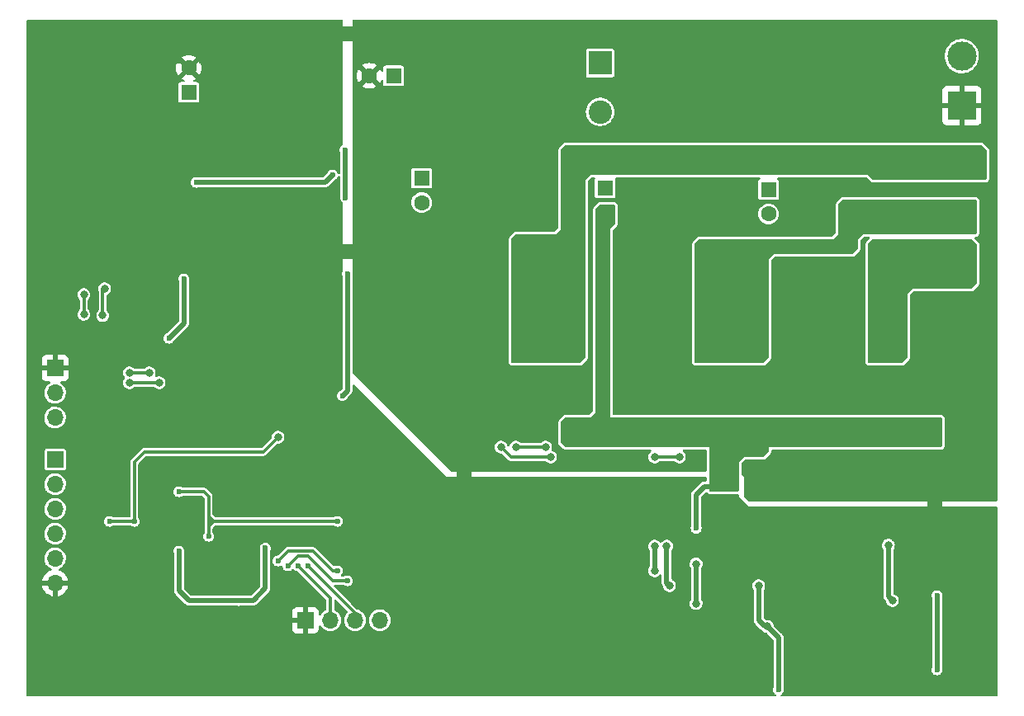
<source format=gbr>
%TF.GenerationSoftware,KiCad,Pcbnew,(6.0.4)*%
%TF.CreationDate,2023-07-08T23:20:56+08:00*%
%TF.ProjectId,STM32G431CBT6,53544d33-3247-4343-9331-434254362e6b,rev?*%
%TF.SameCoordinates,Original*%
%TF.FileFunction,Copper,L2,Bot*%
%TF.FilePolarity,Positive*%
%FSLAX46Y46*%
G04 Gerber Fmt 4.6, Leading zero omitted, Abs format (unit mm)*
G04 Created by KiCad (PCBNEW (6.0.4)) date 2023-07-08 23:20:56*
%MOMM*%
%LPD*%
G01*
G04 APERTURE LIST*
%TA.AperFunction,ComponentPad*%
%ADD10R,3.000000X3.000000*%
%TD*%
%TA.AperFunction,ComponentPad*%
%ADD11C,3.000000*%
%TD*%
%TA.AperFunction,ComponentPad*%
%ADD12R,1.700000X1.700000*%
%TD*%
%TA.AperFunction,ComponentPad*%
%ADD13O,1.700000X1.700000*%
%TD*%
%TA.AperFunction,ComponentPad*%
%ADD14R,1.600000X1.600000*%
%TD*%
%TA.AperFunction,ComponentPad*%
%ADD15C,1.600000*%
%TD*%
%TA.AperFunction,ComponentPad*%
%ADD16R,2.400000X2.400000*%
%TD*%
%TA.AperFunction,ComponentPad*%
%ADD17C,2.400000*%
%TD*%
%TA.AperFunction,ViaPad*%
%ADD18C,0.800000*%
%TD*%
%TA.AperFunction,ViaPad*%
%ADD19C,0.600000*%
%TD*%
%TA.AperFunction,Conductor*%
%ADD20C,0.300000*%
%TD*%
%TA.AperFunction,Conductor*%
%ADD21C,0.500000*%
%TD*%
G04 APERTURE END LIST*
D10*
%TO.P,J5,1,Pin_1*%
%TO.N,GND*%
X166116000Y-69088000D03*
D11*
%TO.P,J5,2,Pin_2*%
%TO.N,VBUS*%
X166116000Y-64008000D03*
%TD*%
D12*
%TO.P,J1,1,Pin_1*%
%TO.N,GND*%
X73152000Y-96027000D03*
D13*
%TO.P,J1,2,Pin_2*%
%TO.N,/DEBUG_TX*%
X73152000Y-98567000D03*
%TO.P,J1,3,Pin_3*%
%TO.N,/DEBUG_RX*%
X73152000Y-101107000D03*
%TD*%
D12*
%TO.P,J2,1,Pin_1*%
%TO.N,GND*%
X98816000Y-121920000D03*
D13*
%TO.P,J2,2,Pin_2*%
%TO.N,/SWDIO*%
X101356000Y-121920000D03*
%TO.P,J2,3,Pin_3*%
%TO.N,/SWCLK*%
X103896000Y-121920000D03*
%TO.P,J2,4,Pin_4*%
%TO.N,+3V3*%
X106436000Y-121920000D03*
%TD*%
D14*
%TO.P,C41,1*%
%TO.N,+12V*%
X86868000Y-67730380D03*
D15*
%TO.P,C41,2*%
%TO.N,GND*%
X86868000Y-65230380D03*
%TD*%
D16*
%TO.P,C29,1*%
%TO.N,VBUS*%
X129032000Y-64732041D03*
D17*
%TO.P,C29,2*%
%TO.N,Net-(C28-Pad2)*%
X129032000Y-69732041D03*
%TD*%
D14*
%TO.P,C23,1*%
%TO.N,+24V*%
X146304000Y-77724000D03*
D15*
%TO.P,C23,2*%
%TO.N,/Driver/bus_cur+*%
X146304000Y-80224000D03*
%TD*%
D12*
%TO.P,J3,1,Pin_1*%
%TO.N,+3V3*%
X73152000Y-105410000D03*
D13*
%TO.P,J3,2,Pin_2*%
%TO.N,/SPI1_CLK*%
X73152000Y-107950000D03*
%TO.P,J3,3,Pin_3*%
%TO.N,/SPI1_MISO*%
X73152000Y-110490000D03*
%TO.P,J3,4,Pin_4*%
%TO.N,/SPI1_MOSI*%
X73152000Y-113030000D03*
%TO.P,J3,5,Pin_5*%
%TO.N,/SPI1_CS*%
X73152000Y-115570000D03*
%TO.P,J3,6,Pin_6*%
%TO.N,GND*%
X73152000Y-118110000D03*
%TD*%
D14*
%TO.P,C21,1*%
%TO.N,+24V*%
X110744000Y-76541621D03*
D15*
%TO.P,C21,2*%
%TO.N,/Driver/bus_cur+*%
X110744000Y-79041621D03*
%TD*%
D14*
%TO.P,C30,1*%
%TO.N,+24V*%
X107862380Y-66040000D03*
D15*
%TO.P,C30,2*%
%TO.N,GND*%
X105362380Y-66040000D03*
%TD*%
D10*
%TO.P,J4,1,Pin_1*%
%TO.N,/Driver/W*%
X166116000Y-85344000D03*
D11*
%TO.P,J4,2,Pin_2*%
%TO.N,/Driver/V*%
X166116000Y-80264000D03*
%TO.P,J4,3,Pin_3*%
%TO.N,/Driver/U*%
X166116000Y-75184000D03*
%TD*%
D14*
%TO.P,C26,1*%
%TO.N,+24V*%
X129540000Y-77557621D03*
D15*
%TO.P,C26,2*%
%TO.N,/Driver/bus_cur+*%
X129540000Y-80057621D03*
%TD*%
D18*
%TO.N,/TIM1_CH1*%
X78232000Y-87884000D03*
X78028800Y-90627200D03*
%TO.N,/TIM1_CH2*%
X76098400Y-88493600D03*
X76098400Y-90525600D03*
%TO.N,/TIM1_CH1N*%
X82804000Y-96520000D03*
X80772000Y-96520000D03*
%TO.N,/TIM1_CH3N*%
X83820000Y-97536000D03*
X80772000Y-97536000D03*
D19*
%TO.N,GND*%
X75692000Y-129032000D03*
X148336000Y-107188000D03*
X140208000Y-112268000D03*
D18*
X164592000Y-129032000D03*
D19*
X97536000Y-105156000D03*
X85642823Y-81280000D03*
X78740000Y-72644000D03*
X86360000Y-125476000D03*
X97028000Y-65532000D03*
D18*
X91440000Y-100076000D03*
X86360000Y-100076000D03*
D19*
X128690388Y-121412000D03*
D18*
X143740475Y-123330313D03*
D19*
X96520000Y-125476000D03*
X89497646Y-81280000D03*
D18*
X152400000Y-119380000D03*
D19*
X88188800Y-64516000D03*
X91948000Y-113284000D03*
X74168000Y-81788000D03*
X103632000Y-104648000D03*
X78435200Y-64516000D03*
X74168000Y-77216000D03*
D18*
X87884000Y-96012000D03*
D19*
X102616000Y-123952000D03*
X75692000Y-68072000D03*
X75692000Y-72644000D03*
D18*
X85344000Y-98552000D03*
D19*
X119178540Y-121412000D03*
D18*
X94996000Y-105664000D03*
D19*
X101406000Y-107502000D03*
X99974400Y-79756000D03*
X95922351Y-84328000D03*
X148336000Y-108204000D03*
D18*
X167640000Y-127312608D03*
D19*
X81788000Y-74168000D03*
D18*
X152617714Y-124460000D03*
D19*
X123934464Y-119380000D03*
X96520000Y-122936000D03*
X85750400Y-64516000D03*
X72644000Y-129032000D03*
X86360000Y-129032000D03*
X74168000Y-80264000D03*
X77216000Y-69596000D03*
X88063292Y-84328000D03*
X81788000Y-81280000D03*
X102311200Y-100584000D03*
X90627200Y-60960000D03*
X118872000Y-117856000D03*
X126746000Y-70612000D03*
X88392000Y-127508000D03*
X117593232Y-119380000D03*
X78740000Y-83312000D03*
X140208000Y-68580000D03*
X98552000Y-123952000D03*
X111252000Y-119380000D03*
X100330000Y-110744000D03*
X74168000Y-84836000D03*
D18*
X150876000Y-127000000D03*
D19*
X84836000Y-86360000D03*
X93980000Y-72136000D03*
X81788000Y-79756000D03*
D18*
X90424000Y-101600000D03*
D19*
X114300000Y-113284000D03*
X95922351Y-81280000D03*
X97028000Y-72136000D03*
X75996800Y-62484000D03*
X75996800Y-60960000D03*
X98492233Y-81280000D03*
D18*
X169164000Y-129032000D03*
D19*
X103632000Y-111760000D03*
X117348000Y-111252000D03*
X78740000Y-69596000D03*
X117348000Y-113284000D03*
X100584000Y-123952000D03*
X141211036Y-112942110D03*
X140208000Y-67056000D03*
X77216000Y-75692000D03*
X85344000Y-74168000D03*
X115316000Y-114300000D03*
X89348233Y-84328000D03*
X93472000Y-125476000D03*
X78740000Y-74168000D03*
X140195036Y-112942110D03*
D18*
X85852000Y-96012000D03*
D19*
X95504000Y-60960000D03*
D18*
X91440000Y-103124000D03*
D19*
X88188800Y-60960000D03*
X118872000Y-113284000D03*
D18*
X152400000Y-121920000D03*
D19*
X78740000Y-78740000D03*
X101062115Y-84328000D03*
X88392000Y-129032000D03*
D18*
X103906000Y-113010000D03*
D19*
X77216000Y-84836000D03*
D18*
X156972000Y-125730000D03*
D19*
X112837308Y-121412000D03*
X77216000Y-71120000D03*
D18*
X102616000Y-109220000D03*
D19*
X75692000Y-86360000D03*
X164592000Y-121412000D03*
X88212705Y-81280000D03*
X129819922Y-114528078D03*
X144780000Y-68580000D03*
X78740000Y-68072000D03*
X75692000Y-75692000D03*
X104648000Y-70612000D03*
X83820000Y-79756000D03*
X132926664Y-67056000D03*
X81788000Y-86360000D03*
X101062115Y-82804000D03*
X73558400Y-60960000D03*
X116332000Y-113284000D03*
X112077500Y-125476000D03*
X101600000Y-110744000D03*
X124460000Y-67056000D03*
X94488000Y-102108000D03*
X132588000Y-68580000D03*
X96012000Y-72136000D03*
X71120000Y-129032000D03*
X95504000Y-74269600D03*
D18*
X102616000Y-108204000D03*
D19*
X72644000Y-127508000D03*
X75692000Y-77216000D03*
X77216000Y-83312000D03*
X148336000Y-106172000D03*
X100380800Y-62484000D03*
X74168000Y-72644000D03*
X90627200Y-62484000D03*
X75692000Y-74168000D03*
X125222000Y-123444000D03*
X142748000Y-67056000D03*
D18*
X87376000Y-101600000D03*
D19*
X74422000Y-124460000D03*
X81280000Y-125476000D03*
X104140000Y-111252000D03*
D18*
X151746857Y-125730000D03*
D19*
X99777174Y-81280000D03*
X74168000Y-68072000D03*
X85344000Y-72136000D03*
D18*
X166116000Y-125593224D03*
D19*
X102108000Y-104648000D03*
D18*
X167640000Y-129032000D03*
X169164000Y-127312608D03*
D19*
X116007924Y-121412000D03*
X77216000Y-80264000D03*
X97207292Y-84328000D03*
X81788000Y-76200000D03*
X101346000Y-112776000D03*
X74168000Y-86360000D03*
X122301000Y-123444000D03*
X77216000Y-74168000D03*
X90424000Y-125476000D03*
X138176000Y-67056000D03*
X122349156Y-120904000D03*
X119380000Y-123444000D03*
X92964000Y-72136000D03*
X100380800Y-60960000D03*
D18*
X152400000Y-120650000D03*
D19*
X107147992Y-116880008D03*
X83820000Y-125476000D03*
X86868000Y-93472000D03*
X165608000Y-120396000D03*
D18*
X86868000Y-97536000D03*
D19*
X94488000Y-103124000D03*
X146812000Y-68580000D03*
X85750400Y-62484000D03*
X76073000Y-124460000D03*
X97942400Y-78740000D03*
X101600000Y-78740000D03*
X83312000Y-64516000D03*
X94996000Y-125476000D03*
D18*
X78232000Y-108712000D03*
D19*
X104648000Y-123952000D03*
D18*
X163139573Y-115172853D03*
D19*
X77216000Y-77216000D03*
X95504000Y-62484000D03*
D18*
X89916000Y-96012000D03*
D19*
X95504000Y-64516000D03*
X95922351Y-82804000D03*
X75692000Y-83312000D03*
X94996000Y-100584000D03*
X98755200Y-79756000D03*
D18*
X160020000Y-114808000D03*
D19*
X94488000Y-84328000D03*
X133375918Y-114579918D03*
X83312000Y-62484000D03*
D18*
X101092000Y-108204000D03*
X143764000Y-118364000D03*
X90932000Y-97536000D03*
D19*
X129603500Y-125476000D03*
X83820000Y-78232000D03*
X83820000Y-123952000D03*
X95504000Y-68580000D03*
X128143000Y-123444000D03*
X93472000Y-123952000D03*
X97942400Y-60960000D03*
D18*
X91440000Y-105664000D03*
D19*
X126576666Y-67056000D03*
X78740000Y-71120000D03*
X102616000Y-112776000D03*
X123761500Y-125476000D03*
X101193600Y-79756000D03*
X94996000Y-72136000D03*
X97536000Y-79756000D03*
X85344000Y-76708000D03*
X78740000Y-84836000D03*
X78740000Y-86360000D03*
D18*
X169164000Y-125593224D03*
X92456000Y-98552000D03*
D19*
X113538000Y-123444000D03*
X100584000Y-102616000D03*
X141224000Y-119380000D03*
X115316000Y-111760000D03*
D18*
X167640000Y-125593224D03*
D19*
X75692000Y-81788000D03*
X85750400Y-60960000D03*
D18*
X156101142Y-124460000D03*
D19*
X94637410Y-81280000D03*
X120763848Y-119380000D03*
X78740000Y-81788000D03*
D18*
X104140000Y-108204000D03*
D19*
X98492233Y-82804000D03*
X144780000Y-67056000D03*
X92067528Y-81280000D03*
X100482400Y-100584000D03*
X120840500Y-125476000D03*
X103225600Y-101600000D03*
X71120000Y-124460000D03*
X74422000Y-125984000D03*
X81788000Y-78232000D03*
X76073000Y-125984000D03*
X99060000Y-72644000D03*
X165608000Y-122428000D03*
X107696000Y-123444000D03*
X165608000Y-121412000D03*
D18*
X83820000Y-100076000D03*
D19*
X74168000Y-74168000D03*
D18*
X89408000Y-105664000D03*
X88900000Y-100076000D03*
D19*
X74168000Y-129032000D03*
X96520000Y-74269600D03*
X74168000Y-75692000D03*
X84836000Y-84836000D03*
X101396800Y-101600000D03*
X83820000Y-72136000D03*
X84357882Y-81280000D03*
X86360000Y-123952000D03*
X86927764Y-81280000D03*
D18*
X146253000Y-126035000D03*
D19*
X99568000Y-101600000D03*
X75692000Y-71120000D03*
D18*
X164592000Y-127312608D03*
D19*
X83820000Y-76200000D03*
D18*
X126315754Y-114984246D03*
D19*
X96520000Y-75387200D03*
X127105080Y-119380000D03*
X86360000Y-127508000D03*
D18*
X164592000Y-125593224D03*
D19*
X90782587Y-81280000D03*
X78740000Y-80264000D03*
D18*
X153488571Y-125730000D03*
D19*
X77216000Y-72644000D03*
X78740000Y-77216000D03*
X95504000Y-66548000D03*
X116332000Y-114300000D03*
X87185000Y-71819000D03*
D18*
X99060000Y-112740000D03*
D19*
X112776000Y-114808000D03*
X116459000Y-123444000D03*
D18*
X156101142Y-127000000D03*
D19*
X86868000Y-94488000D03*
X106680000Y-118364000D03*
X99777174Y-84328000D03*
X95910400Y-101600000D03*
X97739200Y-101600000D03*
X80264000Y-84836000D03*
X98552000Y-73152000D03*
X138176000Y-68580000D03*
X77216000Y-81788000D03*
X97207292Y-82804000D03*
X77216000Y-68072000D03*
X91918115Y-84328000D03*
D18*
X101092000Y-109220000D03*
X104140000Y-109220000D03*
D19*
X99161600Y-78740000D03*
X141732000Y-119888000D03*
X91440000Y-79756000D03*
X85852000Y-94488000D03*
X78435200Y-60960000D03*
X89916000Y-79756000D03*
D18*
X82296000Y-65532000D03*
D19*
X126682500Y-125476000D03*
D18*
X150876000Y-124460000D03*
D19*
X97028000Y-64516000D03*
X146812000Y-67056000D03*
D18*
X86868000Y-103124000D03*
D19*
X98653600Y-100584000D03*
X83312000Y-84836000D03*
X87376000Y-78740000D03*
X99777174Y-82804000D03*
X100380800Y-78740000D03*
D18*
X92456000Y-101600000D03*
X88900000Y-103124000D03*
D19*
X99060000Y-102616000D03*
D18*
X89916000Y-98552000D03*
D19*
X80264000Y-86360000D03*
X147320000Y-107188000D03*
D18*
X122707918Y-115036082D03*
X166116000Y-129032000D03*
D19*
X104648000Y-103124000D03*
X117919500Y-125476000D03*
X81788000Y-70612000D03*
X130275700Y-119380000D03*
X97028000Y-66548000D03*
X115316000Y-113284000D03*
X85344000Y-78232000D03*
X81788000Y-84836000D03*
X95504000Y-78740000D03*
X97207292Y-81280000D03*
X75692000Y-84836000D03*
X81788000Y-72136000D03*
X83820000Y-74168000D03*
X74168000Y-78740000D03*
X81280000Y-123952000D03*
X93065600Y-62484000D03*
X91199000Y-115583000D03*
D18*
X154359428Y-124460000D03*
D19*
X130809998Y-67056000D03*
X80873600Y-64516000D03*
X96012000Y-79756000D03*
X74168000Y-71120000D03*
X100076000Y-112776000D03*
D18*
X110920000Y-110744000D03*
X103632000Y-103632000D03*
D19*
X131064000Y-123444000D03*
D18*
X106489000Y-80073000D03*
D19*
X108712000Y-125476000D03*
X75692000Y-127508000D03*
X93352469Y-81280000D03*
X93203056Y-84328000D03*
X75996800Y-64516000D03*
X118872000Y-115824000D03*
X90424000Y-123952000D03*
X128693332Y-67056000D03*
X118872000Y-111252000D03*
D18*
X166116000Y-127312608D03*
X87884000Y-98552000D03*
D19*
X77216000Y-78740000D03*
X110617000Y-123444000D03*
X127000000Y-68580000D03*
D18*
X152617714Y-127000000D03*
D19*
X142748000Y-68580000D03*
X97536000Y-106172000D03*
X104648000Y-102108000D03*
X114998500Y-125476000D03*
X85852000Y-79756000D03*
X99060000Y-109474000D03*
X141224000Y-112268000D03*
X77724000Y-125984000D03*
X118872000Y-110236000D03*
X75692000Y-80264000D03*
X91948000Y-72136000D03*
X117348000Y-114300000D03*
X97942400Y-62484000D03*
X96723200Y-78740000D03*
X164592000Y-120396000D03*
X91948000Y-70104000D03*
X96012000Y-106172000D03*
X75692000Y-69596000D03*
D18*
X99568000Y-104648000D03*
D19*
X80873600Y-62484000D03*
X97028000Y-67564000D03*
X142240000Y-119380000D03*
X97028000Y-68580000D03*
X90633174Y-84328000D03*
X93065600Y-60960000D03*
X95504000Y-67564000D03*
X114422616Y-119380000D03*
X83312000Y-86360000D03*
D18*
X155230285Y-125730000D03*
D19*
X78740000Y-75692000D03*
X88392000Y-123952000D03*
X125519772Y-121412000D03*
X117348000Y-112268000D03*
X98492233Y-84328000D03*
X114300000Y-114300000D03*
X99060000Y-110744000D03*
X147320000Y-106172000D03*
X164592000Y-122428000D03*
X142748000Y-119888000D03*
X147320000Y-108204000D03*
X77216000Y-86360000D03*
X93590127Y-113730688D03*
X96520000Y-123952000D03*
X83820000Y-70612000D03*
X71120000Y-127508000D03*
X95504000Y-65532000D03*
X83072941Y-81280000D03*
X72771000Y-124460000D03*
X97536000Y-73152000D03*
X73558400Y-65532000D03*
X74168000Y-69596000D03*
X88188800Y-62484000D03*
X99060000Y-108204000D03*
X83312000Y-60960000D03*
X74168000Y-83312000D03*
X124460000Y-68580000D03*
X96520000Y-121412000D03*
X72771000Y-125984000D03*
X74676000Y-62484000D03*
D18*
X154359428Y-127000000D03*
D19*
X78435200Y-62484000D03*
X98044000Y-72136000D03*
D18*
X152400000Y-123190000D03*
D19*
X102616000Y-102616000D03*
X96520000Y-73152000D03*
X124460000Y-70612000D03*
D18*
X88900000Y-97536000D03*
D19*
X118872000Y-114300000D03*
X101062115Y-81280000D03*
X94996000Y-123952000D03*
D18*
X78232000Y-113284000D03*
D19*
X118872000Y-112268000D03*
D18*
X85344000Y-101600000D03*
D19*
X91948000Y-71120000D03*
X75692000Y-78740000D03*
X95504000Y-73152000D03*
X104140000Y-100584000D03*
X88392000Y-125476000D03*
X71120000Y-125984000D03*
X87884000Y-79756000D03*
X95504000Y-75387200D03*
X77724000Y-124460000D03*
X74168000Y-127508000D03*
X80873600Y-60960000D03*
X96824800Y-100584000D03*
D18*
%TO.N,/Driver/i_v*%
X136144000Y-118364000D03*
X135860657Y-114300000D03*
D19*
%TO.N,/Driver/V*%
X139700000Y-93472000D03*
X139192000Y-83312000D03*
X141935200Y-90424000D03*
X162998223Y-80469095D03*
X139192000Y-85344000D03*
X145288000Y-94488000D03*
X142240000Y-84328000D03*
X164014223Y-79453095D03*
X139192000Y-84328000D03*
X144170400Y-90424000D03*
X140817600Y-90424000D03*
X164014223Y-81485095D03*
X140208000Y-83312000D03*
X139700000Y-91440000D03*
X162998223Y-81485095D03*
X144272000Y-85344000D03*
X161982223Y-81485095D03*
X141935200Y-93472000D03*
X143256000Y-85344000D03*
X145288000Y-90424000D03*
X143052800Y-92456000D03*
X145288000Y-93472000D03*
X145288000Y-85344000D03*
X161982223Y-79453095D03*
X144170400Y-91440000D03*
X161982223Y-80469095D03*
X164014223Y-80469095D03*
X162998223Y-79453095D03*
X145288000Y-84328000D03*
X140208000Y-85344000D03*
X139700000Y-90424000D03*
X144170400Y-92456000D03*
X141224000Y-83312000D03*
X141935200Y-91440000D03*
X142240000Y-85344000D03*
X145288000Y-83312000D03*
X145288000Y-92456000D03*
X143052800Y-94488000D03*
X140208000Y-84328000D03*
X143052800Y-90424000D03*
X144170400Y-94488000D03*
X143256000Y-83312000D03*
X143052800Y-91440000D03*
X139700000Y-92456000D03*
X140817600Y-93472000D03*
X141935200Y-92456000D03*
X141224000Y-85344000D03*
X145288000Y-91440000D03*
X140817600Y-92456000D03*
X144272000Y-83312000D03*
X143052800Y-93472000D03*
X140817600Y-94488000D03*
X141935200Y-94488000D03*
X141224000Y-84328000D03*
X143256000Y-84328000D03*
X144272000Y-84328000D03*
X142240000Y-83312000D03*
X144170400Y-93472000D03*
X140817600Y-91440000D03*
X139700000Y-94488000D03*
D18*
%TO.N,/Driver/V_CHN*%
X120396000Y-104140000D03*
X123444000Y-104140000D03*
%TO.N,/Driver/i_u*%
X134620000Y-114300000D03*
X134620000Y-116840000D03*
D19*
%TO.N,/Driver/U*%
X122021600Y-94488000D03*
X125476000Y-83820000D03*
X120904000Y-94488000D03*
X125374400Y-90424000D03*
X124460000Y-84836000D03*
X120396000Y-84836000D03*
X122021600Y-91440000D03*
X124256800Y-90424000D03*
X124460000Y-83820000D03*
X120904000Y-91440000D03*
X123444000Y-82804000D03*
X125374400Y-91440000D03*
X123139200Y-93472000D03*
X125476000Y-84836000D03*
X125374400Y-93472000D03*
X123139200Y-90424000D03*
X165100000Y-75892861D03*
X122428000Y-83820000D03*
X120396000Y-82804000D03*
X123444000Y-83820000D03*
X124256800Y-94488000D03*
X122021600Y-93472000D03*
X126492000Y-83820000D03*
X123139200Y-91440000D03*
X126492000Y-90424000D03*
X125476000Y-82804000D03*
X164084000Y-74876861D03*
X123139200Y-94488000D03*
X124256800Y-93472000D03*
X126492000Y-93472000D03*
X120904000Y-92456000D03*
X123139200Y-92456000D03*
X125374400Y-94488000D03*
X121412000Y-82804000D03*
X123444000Y-84836000D03*
X122021600Y-90424000D03*
X122428000Y-84836000D03*
X120904000Y-90424000D03*
X124256800Y-91440000D03*
X122428000Y-82804000D03*
X162052000Y-74876861D03*
X163068000Y-74876861D03*
X121412000Y-83820000D03*
X162052000Y-75892861D03*
X126492000Y-91440000D03*
X122021600Y-92456000D03*
X125374400Y-92456000D03*
X124256800Y-92456000D03*
X163068000Y-73860861D03*
X120904000Y-93472000D03*
X126492000Y-92456000D03*
X124460000Y-82804000D03*
X164084000Y-73860861D03*
X164084000Y-75892861D03*
X163068000Y-75892861D03*
X126492000Y-94488000D03*
X121412000Y-84836000D03*
X162052000Y-73860861D03*
X126492000Y-84836000D03*
X165100000Y-73860861D03*
X126492000Y-82804000D03*
X120396000Y-83820000D03*
D18*
%TO.N,+3V3*%
X146178000Y-122554000D03*
D19*
X163576000Y-119380000D03*
X163576000Y-127000000D03*
D18*
X96012000Y-103124000D03*
D19*
X85852000Y-114808000D03*
X91948000Y-119888000D03*
D18*
X145288000Y-118364000D03*
D19*
X81280000Y-111760000D03*
X94701992Y-114513992D03*
X147320000Y-129032000D03*
X78740000Y-111760000D03*
D18*
%TO.N,/Driver/i_w*%
X158581500Y-114214500D03*
X159004000Y-119888000D03*
D19*
%TO.N,/VBUS_AD*%
X102616000Y-98869000D03*
X103124000Y-86360000D03*
%TO.N,/Driver/W*%
X158496000Y-88900000D03*
X163576000Y-84836000D03*
X162052000Y-86868000D03*
X156972000Y-93980000D03*
X160020000Y-92964000D03*
X158496000Y-92964000D03*
X159004000Y-83820000D03*
X162052000Y-85852000D03*
X159004000Y-86868000D03*
X156972000Y-89916000D03*
X160020000Y-91948000D03*
X156972000Y-87884000D03*
X156972000Y-92964000D03*
X157480000Y-86868000D03*
X158496000Y-89916000D03*
X160020000Y-94996000D03*
X158496000Y-90932000D03*
X158496000Y-91948000D03*
X157480000Y-83820000D03*
X156972000Y-91948000D03*
X156972000Y-90932000D03*
X160020000Y-88900000D03*
X160528000Y-85852000D03*
X166624000Y-83820000D03*
X165100000Y-86868000D03*
X160528000Y-83820000D03*
X160528000Y-84836000D03*
X165100000Y-83820000D03*
X157480000Y-84836000D03*
X160020000Y-87884000D03*
X158496000Y-93980000D03*
X156972000Y-94996000D03*
X160020000Y-90932000D03*
X158496000Y-94996000D03*
X163576000Y-85852000D03*
X162052000Y-83820000D03*
X160020000Y-89916000D03*
X159004000Y-84836000D03*
X166624000Y-86868000D03*
X157480000Y-85852000D03*
X160528000Y-86868000D03*
X163576000Y-83820000D03*
X158496000Y-87884000D03*
X159004000Y-85852000D03*
X156972000Y-88900000D03*
X160020000Y-93980000D03*
X163576000Y-86868000D03*
X162052000Y-84836000D03*
D18*
%TO.N,/Driver/W_CHN*%
X137160000Y-105156000D03*
X134620000Y-105156000D03*
X118872000Y-104140000D03*
X123952000Y-105156000D03*
D19*
%TO.N,/RST*%
X102108000Y-111760000D03*
X88900000Y-113284000D03*
X85852000Y-108712000D03*
%TO.N,/SWDIO*%
X98044000Y-116332000D03*
%TO.N,/SWCLK*%
X99060000Y-116332000D03*
%TO.N,/DEBUG_TX*%
X96012000Y-115824000D03*
X102108000Y-116840000D03*
%TO.N,/DEBUG_RX*%
X97028000Y-116332000D03*
X103124000Y-117856000D03*
%TO.N,+12L*%
X84836000Y-92964000D03*
X86360000Y-86868000D03*
%TO.N,+24V*%
X101600000Y-76200000D03*
X87630000Y-76962000D03*
%TO.N,/Driver/bus_cur+*%
X141986000Y-106172000D03*
X125476000Y-102616000D03*
X126238000Y-101600000D03*
X162052000Y-102616000D03*
X163576000Y-103632000D03*
X145034000Y-101600000D03*
X144272000Y-101600000D03*
X141224000Y-107188000D03*
X145796000Y-101600000D03*
X127000000Y-102616000D03*
X145796000Y-103632000D03*
X125476000Y-101600000D03*
X162814000Y-102616000D03*
X162052000Y-101600000D03*
X145034000Y-103632000D03*
X126238000Y-103632000D03*
X141986000Y-107188000D03*
X162814000Y-103632000D03*
X127000000Y-101600000D03*
X142748000Y-107188000D03*
X138875000Y-112459000D03*
X144272000Y-103632000D03*
X163576000Y-101600000D03*
D18*
X138875000Y-120205000D03*
D19*
X141986000Y-108204000D03*
X163576000Y-102616000D03*
X127000000Y-103632000D03*
X145034000Y-102616000D03*
X141224000Y-108204000D03*
X162052000Y-103632000D03*
X144272000Y-102616000D03*
X142748000Y-106172000D03*
X125476000Y-103632000D03*
X141224000Y-106172000D03*
D18*
X138875000Y-116141000D03*
D19*
X142748000Y-108204000D03*
X162814000Y-101600000D03*
X126238000Y-102616000D03*
X145796000Y-102616000D03*
%TO.N,Net-(C38-Pad1)*%
X102933000Y-78549000D03*
X102883000Y-73660000D03*
%TD*%
D20*
%TO.N,/TIM1_CH1*%
X78028800Y-88087200D02*
X78028800Y-90627200D01*
X78232000Y-87884000D02*
X78028800Y-88087200D01*
%TO.N,/TIM1_CH2*%
X76098400Y-90525600D02*
X76098400Y-88493600D01*
%TO.N,/TIM1_CH1N*%
X82804000Y-96520000D02*
X80772000Y-96520000D01*
%TO.N,/TIM1_CH3N*%
X80772000Y-97536000D02*
X83820000Y-97536000D01*
D21*
%TO.N,/Driver/i_v*%
X135860657Y-114300000D02*
X135860657Y-118080657D01*
X135860657Y-118080657D02*
X136144000Y-118364000D01*
D20*
%TO.N,/Driver/V_CHN*%
X120396000Y-104140000D02*
X123444000Y-104140000D01*
D21*
%TO.N,/Driver/i_u*%
X134620000Y-116840000D02*
X134620000Y-114300000D01*
%TO.N,+3V3*%
X147320000Y-123696000D02*
X146178000Y-122554000D01*
X145922000Y-122554000D02*
X145288000Y-121920000D01*
D20*
X82296000Y-104648000D02*
X88392000Y-104648000D01*
D21*
X93472000Y-119888000D02*
X94701992Y-118658008D01*
X91948000Y-119888000D02*
X86868000Y-119888000D01*
X145288000Y-121920000D02*
X145288000Y-118364000D01*
D20*
X78740000Y-111760000D02*
X81280000Y-111760000D01*
X88392000Y-104648000D02*
X91440000Y-104648000D01*
X81280000Y-111760000D02*
X81280000Y-105664000D01*
X81280000Y-105664000D02*
X82296000Y-104648000D01*
X91440000Y-104648000D02*
X94488000Y-104648000D01*
D21*
X85852000Y-118872000D02*
X85852000Y-114808000D01*
X86868000Y-119888000D02*
X85852000Y-118872000D01*
X94701992Y-118658008D02*
X94701992Y-114513992D01*
X91948000Y-119888000D02*
X93472000Y-119888000D01*
X147320000Y-129032000D02*
X147320000Y-123696000D01*
X163576000Y-127000000D02*
X163576000Y-119380000D01*
D20*
X94488000Y-104648000D02*
X96012000Y-103124000D01*
D21*
X146178000Y-122554000D02*
X145922000Y-122554000D01*
%TO.N,/Driver/i_w*%
X158581500Y-114214500D02*
X158581500Y-119465500D01*
X158581500Y-119465500D02*
X159004000Y-119888000D01*
%TO.N,/VBUS_AD*%
X103124000Y-98361000D02*
X102616000Y-98869000D01*
X103124000Y-86360000D02*
X103124000Y-98361000D01*
D20*
%TO.N,/Driver/W_CHN*%
X118872000Y-104140000D02*
X119888000Y-105156000D01*
X134620000Y-105156000D02*
X137160000Y-105156000D01*
X119888000Y-105156000D02*
X123952000Y-105156000D01*
%TO.N,/RST*%
X89408000Y-111760000D02*
X88900000Y-111252000D01*
X85852000Y-108712000D02*
X88392000Y-108712000D01*
X89408000Y-111760000D02*
X88900000Y-111760000D01*
X88900000Y-112268000D02*
X89408000Y-111760000D01*
X88392000Y-108712000D02*
X88900000Y-109220000D01*
X88900000Y-109220000D02*
X88900000Y-111760000D01*
X88900000Y-111760000D02*
X88900000Y-113284000D01*
X89408000Y-111760000D02*
X102108000Y-111760000D01*
X88900000Y-113284000D02*
X88900000Y-112268000D01*
%TO.N,/SWDIO*%
X98044000Y-116332000D02*
X101356000Y-119644000D01*
X101356000Y-119644000D02*
X101356000Y-121920000D01*
%TO.N,/SWCLK*%
X103896000Y-121168000D02*
X103896000Y-121920000D01*
X99060000Y-116332000D02*
X103896000Y-121168000D01*
%TO.N,/DEBUG_TX*%
X97028000Y-114808000D02*
X96012000Y-115824000D01*
X101600000Y-116840000D02*
X99568000Y-114808000D01*
X102108000Y-116840000D02*
X101600000Y-116840000D01*
X99568000Y-114808000D02*
X97028000Y-114808000D01*
%TO.N,/DEBUG_RX*%
X99060000Y-115316000D02*
X98044000Y-115316000D01*
X98044000Y-115316000D02*
X97028000Y-116332000D01*
X103124000Y-117856000D02*
X101600000Y-117856000D01*
X101600000Y-117856000D02*
X99060000Y-115316000D01*
D21*
%TO.N,+12L*%
X86360000Y-91440000D02*
X84836000Y-92964000D01*
X86360000Y-86868000D02*
X86360000Y-91440000D01*
%TO.N,+24V*%
X101600000Y-76200000D02*
X100838000Y-76962000D01*
X100838000Y-76962000D02*
X87630000Y-76962000D01*
%TO.N,/Driver/bus_cur+*%
X138875000Y-112459000D02*
X138875000Y-109029000D01*
X139700000Y-108204000D02*
X142748000Y-108204000D01*
X138875000Y-109029000D02*
X139700000Y-108204000D01*
X138875000Y-116141000D02*
X138875000Y-120205000D01*
%TO.N,Net-(C38-Pad1)*%
X102883000Y-78499000D02*
X102933000Y-78549000D01*
X102883000Y-73660000D02*
X102883000Y-78499000D01*
%TD*%
%TA.AperFunction,Conductor*%
%TO.N,/Driver/W*%
G36*
X167147931Y-82824002D02*
G01*
X167168905Y-82840905D01*
X167603095Y-83275095D01*
X167637121Y-83337407D01*
X167640000Y-83364190D01*
X167640000Y-87323810D01*
X167619998Y-87391931D01*
X167603095Y-87412905D01*
X167168905Y-87847095D01*
X167106593Y-87881121D01*
X167079810Y-87884000D01*
X161036000Y-87884000D01*
X160528000Y-88392000D01*
X160528000Y-94943810D01*
X160507998Y-95011931D01*
X160491095Y-95032905D01*
X160056905Y-95467095D01*
X159994593Y-95501121D01*
X159967810Y-95504000D01*
X156590000Y-95504000D01*
X156521879Y-95483998D01*
X156475386Y-95430342D01*
X156464000Y-95378000D01*
X156464000Y-83364190D01*
X156484002Y-83296069D01*
X156500905Y-83275095D01*
X156935095Y-82840905D01*
X156997407Y-82806879D01*
X157024190Y-82804000D01*
X167079810Y-82804000D01*
X167147931Y-82824002D01*
G37*
%TD.AperFunction*%
%TD*%
%TA.AperFunction,Conductor*%
%TO.N,/Driver/bus_cur+*%
G36*
X164026121Y-101112002D02*
G01*
X164072614Y-101165658D01*
X164084000Y-101218000D01*
X164084000Y-104014000D01*
X164063998Y-104082121D01*
X164010342Y-104128614D01*
X163958000Y-104140000D01*
X125528190Y-104140000D01*
X125460069Y-104119998D01*
X125439095Y-104103095D01*
X125004905Y-103668905D01*
X124970879Y-103606593D01*
X124968000Y-103579810D01*
X124968000Y-101652190D01*
X124988002Y-101584069D01*
X125004905Y-101563095D01*
X125439095Y-101128905D01*
X125501407Y-101094879D01*
X125528190Y-101092000D01*
X163958000Y-101092000D01*
X164026121Y-101112002D01*
G37*
%TD.AperFunction*%
%TD*%
%TA.AperFunction,Conductor*%
%TO.N,GND*%
G36*
X115824000Y-108712000D02*
G01*
X114300000Y-108712000D01*
X114300000Y-105664000D01*
X115824000Y-105664000D01*
X115824000Y-108712000D01*
G37*
%TD.AperFunction*%
%TD*%
%TA.AperFunction,Conductor*%
%TO.N,GND*%
G36*
X169687621Y-60274502D02*
G01*
X169734114Y-60328158D01*
X169745500Y-60380500D01*
X169745500Y-109602000D01*
X169725498Y-109670121D01*
X169671842Y-109716614D01*
X169619500Y-109728000D01*
X144324190Y-109728000D01*
X144256069Y-109707998D01*
X144235095Y-109691095D01*
X143800905Y-109256905D01*
X143766879Y-109194593D01*
X143764000Y-109167810D01*
X143764000Y-107188000D01*
X143552405Y-106976405D01*
X143518379Y-106914093D01*
X143515500Y-106887310D01*
X143515500Y-105823678D01*
X143535502Y-105755557D01*
X143552405Y-105734583D01*
X143834583Y-105452405D01*
X143896895Y-105418379D01*
X143923678Y-105415500D01*
X145743810Y-105415500D01*
X145745465Y-105415411D01*
X145745477Y-105415411D01*
X145769865Y-105414104D01*
X145771545Y-105414014D01*
X145773222Y-105413834D01*
X145773231Y-105413833D01*
X145792170Y-105411797D01*
X145792171Y-105411797D01*
X145798328Y-105411135D01*
X145853355Y-105393905D01*
X145889057Y-105382726D01*
X145889060Y-105382725D01*
X145894961Y-105380877D01*
X145900385Y-105377915D01*
X145900390Y-105377913D01*
X145953325Y-105349007D01*
X145953327Y-105349006D01*
X145957273Y-105346851D01*
X145984270Y-105326641D01*
X146012797Y-105305286D01*
X146012801Y-105305282D01*
X146016399Y-105302589D01*
X146450589Y-104868399D01*
X146469147Y-104847740D01*
X146486050Y-104826766D01*
X146511339Y-104778423D01*
X146530119Y-104742523D01*
X146530120Y-104742521D01*
X146532987Y-104737040D01*
X146540973Y-104709842D01*
X146551720Y-104673242D01*
X146551721Y-104673238D01*
X146552989Y-104668919D01*
X146560071Y-104619664D01*
X146562861Y-104600258D01*
X146562861Y-104600251D01*
X146563500Y-104595810D01*
X146563500Y-104525500D01*
X146583502Y-104457379D01*
X146637158Y-104410886D01*
X146689500Y-104399500D01*
X163958000Y-104399500D01*
X163961346Y-104399140D01*
X163961351Y-104399140D01*
X164009795Y-104393932D01*
X164009801Y-104393931D01*
X164013159Y-104393570D01*
X164065501Y-104382184D01*
X164092291Y-104374834D01*
X164099142Y-104370933D01*
X164099144Y-104370932D01*
X164174899Y-104327794D01*
X164180278Y-104324731D01*
X164222989Y-104287722D01*
X164231811Y-104280078D01*
X164231816Y-104280073D01*
X164233934Y-104278238D01*
X164266056Y-104244949D01*
X164312987Y-104155230D01*
X164319486Y-104133096D01*
X164331720Y-104091432D01*
X164331721Y-104091428D01*
X164332989Y-104087109D01*
X164334325Y-104077822D01*
X164342861Y-104018448D01*
X164342861Y-104018441D01*
X164343500Y-104014000D01*
X164343500Y-101218000D01*
X164337570Y-101162841D01*
X164326184Y-101110499D01*
X164318834Y-101083709D01*
X164268731Y-100995722D01*
X164227898Y-100948598D01*
X164224078Y-100944189D01*
X164224073Y-100944184D01*
X164222238Y-100942066D01*
X164188949Y-100909944D01*
X164099230Y-100863013D01*
X164093294Y-100861270D01*
X164035432Y-100844280D01*
X164035428Y-100844279D01*
X164031109Y-100843011D01*
X164026661Y-100842371D01*
X164026654Y-100842370D01*
X163962448Y-100833139D01*
X163962441Y-100833139D01*
X163958000Y-100832500D01*
X130433500Y-100832500D01*
X130365379Y-100812498D01*
X130318886Y-100758842D01*
X130307500Y-100706500D01*
X130307500Y-95378000D01*
X138424500Y-95378000D01*
X138430430Y-95433159D01*
X138441816Y-95485501D01*
X138449166Y-95512291D01*
X138499269Y-95600278D01*
X138503321Y-95604954D01*
X138542864Y-95650589D01*
X138545762Y-95653934D01*
X138579051Y-95686056D01*
X138668770Y-95732987D01*
X138674706Y-95734730D01*
X138732568Y-95751720D01*
X138732572Y-95751721D01*
X138736891Y-95752989D01*
X138741339Y-95753629D01*
X138741346Y-95753630D01*
X138805552Y-95762861D01*
X138805559Y-95762861D01*
X138810000Y-95763500D01*
X145743810Y-95763500D01*
X145745465Y-95763411D01*
X145745477Y-95763411D01*
X145769865Y-95762104D01*
X145771545Y-95762014D01*
X145773222Y-95761834D01*
X145773231Y-95761833D01*
X145792170Y-95759797D01*
X145792171Y-95759797D01*
X145798328Y-95759135D01*
X145876269Y-95734730D01*
X145889057Y-95730726D01*
X145889060Y-95730725D01*
X145894961Y-95728877D01*
X145900385Y-95725915D01*
X145900390Y-95725913D01*
X145953325Y-95697007D01*
X145953327Y-95697006D01*
X145957273Y-95694851D01*
X145977381Y-95679798D01*
X146012797Y-95653286D01*
X146012801Y-95653282D01*
X146016399Y-95650589D01*
X146450589Y-95216399D01*
X146469147Y-95195740D01*
X146486050Y-95174766D01*
X146532987Y-95085040D01*
X146552989Y-95016919D01*
X146563500Y-94943810D01*
X146563500Y-84995678D01*
X146583502Y-84927557D01*
X146600405Y-84906583D01*
X146882583Y-84624405D01*
X146944895Y-84590379D01*
X146971678Y-84587500D01*
X154887810Y-84587500D01*
X154889465Y-84587411D01*
X154889477Y-84587411D01*
X154913865Y-84586104D01*
X154915545Y-84586014D01*
X154917222Y-84585834D01*
X154917231Y-84585833D01*
X154936170Y-84583797D01*
X154936171Y-84583797D01*
X154942328Y-84583135D01*
X154997355Y-84565905D01*
X155033057Y-84554726D01*
X155033060Y-84554725D01*
X155038961Y-84552877D01*
X155044385Y-84549915D01*
X155044390Y-84549913D01*
X155097325Y-84521007D01*
X155097327Y-84521006D01*
X155101273Y-84518851D01*
X155107064Y-84514516D01*
X155156797Y-84477286D01*
X155156801Y-84477282D01*
X155160399Y-84474589D01*
X155594589Y-84040399D01*
X155613147Y-84019740D01*
X155630050Y-83998766D01*
X155676987Y-83909040D01*
X155696989Y-83840919D01*
X155707500Y-83767810D01*
X155707500Y-82963678D01*
X155727502Y-82895557D01*
X155744405Y-82874583D01*
X156026583Y-82592405D01*
X156088895Y-82558379D01*
X156115678Y-82555500D01*
X156549322Y-82555500D01*
X156617443Y-82575502D01*
X156663936Y-82629158D01*
X156674040Y-82699432D01*
X156644546Y-82764012D01*
X156638417Y-82770595D01*
X156317411Y-83091601D01*
X156298853Y-83112260D01*
X156281950Y-83133234D01*
X156235013Y-83222960D01*
X156215011Y-83291081D01*
X156214371Y-83295529D01*
X156214370Y-83295536D01*
X156205139Y-83359742D01*
X156204500Y-83364190D01*
X156204500Y-95378000D01*
X156210430Y-95433159D01*
X156221816Y-95485501D01*
X156229166Y-95512291D01*
X156279269Y-95600278D01*
X156283321Y-95604954D01*
X156322864Y-95650589D01*
X156325762Y-95653934D01*
X156359051Y-95686056D01*
X156448770Y-95732987D01*
X156454706Y-95734730D01*
X156512568Y-95751720D01*
X156512572Y-95751721D01*
X156516891Y-95752989D01*
X156521339Y-95753629D01*
X156521346Y-95753630D01*
X156585552Y-95762861D01*
X156585559Y-95762861D01*
X156590000Y-95763500D01*
X159967810Y-95763500D01*
X159969465Y-95763411D01*
X159969477Y-95763411D01*
X159993865Y-95762104D01*
X159995545Y-95762014D01*
X159997222Y-95761834D01*
X159997231Y-95761833D01*
X160016170Y-95759797D01*
X160016171Y-95759797D01*
X160022328Y-95759135D01*
X160100269Y-95734730D01*
X160113057Y-95730726D01*
X160113060Y-95730725D01*
X160118961Y-95728877D01*
X160124385Y-95725915D01*
X160124390Y-95725913D01*
X160177325Y-95697007D01*
X160177327Y-95697006D01*
X160181273Y-95694851D01*
X160201381Y-95679798D01*
X160236797Y-95653286D01*
X160236801Y-95653282D01*
X160240399Y-95650589D01*
X160674589Y-95216399D01*
X160693147Y-95195740D01*
X160710050Y-95174766D01*
X160756987Y-95085040D01*
X160776989Y-95016919D01*
X160787500Y-94943810D01*
X160787500Y-88551678D01*
X160807502Y-88483557D01*
X160824405Y-88462583D01*
X161106583Y-88180405D01*
X161168895Y-88146379D01*
X161195678Y-88143500D01*
X167079810Y-88143500D01*
X167081465Y-88143411D01*
X167081477Y-88143411D01*
X167105865Y-88142104D01*
X167107545Y-88142014D01*
X167109222Y-88141834D01*
X167109231Y-88141833D01*
X167128170Y-88139797D01*
X167128171Y-88139797D01*
X167134328Y-88139135D01*
X167189355Y-88121905D01*
X167225057Y-88110726D01*
X167225060Y-88110725D01*
X167230961Y-88108877D01*
X167236385Y-88105915D01*
X167236390Y-88105913D01*
X167289325Y-88077007D01*
X167289327Y-88077006D01*
X167293273Y-88074851D01*
X167299064Y-88070516D01*
X167348797Y-88033286D01*
X167348801Y-88033282D01*
X167352399Y-88030589D01*
X167786589Y-87596399D01*
X167805147Y-87575740D01*
X167822050Y-87554766D01*
X167868987Y-87465040D01*
X167888989Y-87396919D01*
X167899500Y-87323810D01*
X167899500Y-83364190D01*
X167898014Y-83336455D01*
X167895135Y-83309672D01*
X167877905Y-83254645D01*
X167866726Y-83218943D01*
X167866725Y-83218940D01*
X167864877Y-83213039D01*
X167861915Y-83207615D01*
X167861913Y-83207610D01*
X167833007Y-83154675D01*
X167833006Y-83154673D01*
X167830851Y-83150727D01*
X167803048Y-83113587D01*
X167789286Y-83095203D01*
X167789282Y-83095199D01*
X167786589Y-83091601D01*
X167462290Y-82767302D01*
X167428264Y-82704990D01*
X167433329Y-82634175D01*
X167475876Y-82577339D01*
X167537916Y-82552929D01*
X167543809Y-82552295D01*
X167569159Y-82549570D01*
X167621501Y-82538184D01*
X167648291Y-82530834D01*
X167655142Y-82526933D01*
X167655144Y-82526932D01*
X167730899Y-82483794D01*
X167736278Y-82480731D01*
X167789934Y-82434238D01*
X167822056Y-82400949D01*
X167868987Y-82311230D01*
X167888989Y-82243109D01*
X167894549Y-82204443D01*
X167898861Y-82174448D01*
X167898861Y-82174441D01*
X167899500Y-82170000D01*
X167899500Y-78866000D01*
X167896914Y-78841943D01*
X167893932Y-78814205D01*
X167893931Y-78814199D01*
X167893570Y-78810841D01*
X167882184Y-78758499D01*
X167874834Y-78731709D01*
X167861040Y-78707484D01*
X167827794Y-78649101D01*
X167824731Y-78643722D01*
X167783898Y-78596598D01*
X167780078Y-78592189D01*
X167780073Y-78592184D01*
X167778238Y-78590066D01*
X167744949Y-78557944D01*
X167655230Y-78511013D01*
X167649294Y-78509270D01*
X167591432Y-78492280D01*
X167591428Y-78492279D01*
X167587109Y-78491011D01*
X167582661Y-78490371D01*
X167582654Y-78490370D01*
X167518448Y-78481139D01*
X167518441Y-78481139D01*
X167514000Y-78480500D01*
X153976190Y-78480500D01*
X153974535Y-78480589D01*
X153974523Y-78480589D01*
X153951022Y-78481848D01*
X153948455Y-78481986D01*
X153946778Y-78482166D01*
X153946769Y-78482167D01*
X153927830Y-78484203D01*
X153927829Y-78484203D01*
X153921672Y-78484865D01*
X153866645Y-78502095D01*
X153830943Y-78513274D01*
X153830940Y-78513275D01*
X153825039Y-78515123D01*
X153819615Y-78518085D01*
X153819610Y-78518087D01*
X153777458Y-78541105D01*
X153762727Y-78549149D01*
X153759127Y-78551844D01*
X153707203Y-78590714D01*
X153707199Y-78590718D01*
X153703601Y-78593411D01*
X153269411Y-79027601D01*
X153250853Y-79048260D01*
X153233950Y-79069234D01*
X153187013Y-79158960D01*
X153167011Y-79227081D01*
X153166371Y-79231529D01*
X153166370Y-79231536D01*
X153159924Y-79276374D01*
X153156500Y-79300190D01*
X153156500Y-82136322D01*
X153136498Y-82204443D01*
X153119595Y-82225417D01*
X152837417Y-82507595D01*
X152775105Y-82541621D01*
X152748322Y-82544500D01*
X139244190Y-82544500D01*
X139242535Y-82544589D01*
X139242523Y-82544589D01*
X139219022Y-82545848D01*
X139216455Y-82545986D01*
X139214778Y-82546166D01*
X139214769Y-82546167D01*
X139195830Y-82548203D01*
X139195829Y-82548203D01*
X139189672Y-82548865D01*
X139159288Y-82558379D01*
X139098943Y-82577274D01*
X139098940Y-82577275D01*
X139093039Y-82579123D01*
X139087615Y-82582085D01*
X139087610Y-82582087D01*
X139047005Y-82604260D01*
X139030727Y-82613149D01*
X139027127Y-82615844D01*
X138975203Y-82654714D01*
X138975199Y-82654718D01*
X138971601Y-82657411D01*
X138537411Y-83091601D01*
X138518853Y-83112260D01*
X138501950Y-83133234D01*
X138455013Y-83222960D01*
X138435011Y-83291081D01*
X138434371Y-83295529D01*
X138434370Y-83295536D01*
X138425139Y-83359742D01*
X138424500Y-83364190D01*
X138424500Y-95378000D01*
X130307500Y-95378000D01*
X130307500Y-81947678D01*
X130327502Y-81879557D01*
X130344405Y-81858583D01*
X130702589Y-81500399D01*
X130721147Y-81479740D01*
X130738050Y-81458766D01*
X130784987Y-81369040D01*
X130804989Y-81300919D01*
X130807513Y-81283370D01*
X130814861Y-81232258D01*
X130814861Y-81232251D01*
X130815500Y-81227810D01*
X130815500Y-80209206D01*
X145244501Y-80209206D01*
X145261806Y-80415278D01*
X145318807Y-80614066D01*
X145321625Y-80619548D01*
X145321626Y-80619552D01*
X145410514Y-80792509D01*
X145410517Y-80792513D01*
X145413334Y-80797995D01*
X145541786Y-80960061D01*
X145699271Y-81094091D01*
X145879789Y-81194980D01*
X146076466Y-81258884D01*
X146281809Y-81283370D01*
X146287944Y-81282898D01*
X146287946Y-81282898D01*
X146481856Y-81267977D01*
X146481860Y-81267976D01*
X146487998Y-81267504D01*
X146687178Y-81211892D01*
X146692682Y-81209112D01*
X146692684Y-81209111D01*
X146866262Y-81121431D01*
X146866264Y-81121430D01*
X146871763Y-81118652D01*
X147034722Y-80991334D01*
X147038748Y-80986670D01*
X147038751Y-80986667D01*
X147165819Y-80839457D01*
X147165820Y-80839455D01*
X147169848Y-80834789D01*
X147271995Y-80654979D01*
X147337270Y-80458753D01*
X147363189Y-80253586D01*
X147363602Y-80224000D01*
X147343422Y-80018189D01*
X147283651Y-79820217D01*
X147202163Y-79666960D01*
X147189459Y-79643067D01*
X147189457Y-79643064D01*
X147186565Y-79637625D01*
X147182674Y-79632855D01*
X147182672Y-79632851D01*
X147059758Y-79482143D01*
X147059755Y-79482140D01*
X147055863Y-79477368D01*
X147051114Y-79473439D01*
X146901271Y-79349478D01*
X146901266Y-79349475D01*
X146896522Y-79345550D01*
X146891103Y-79342620D01*
X146891100Y-79342618D01*
X146720032Y-79250122D01*
X146720027Y-79250120D01*
X146714612Y-79247192D01*
X146517063Y-79186040D01*
X146510938Y-79185396D01*
X146510937Y-79185396D01*
X146317526Y-79165068D01*
X146317524Y-79165068D01*
X146311397Y-79164424D01*
X146185229Y-79175906D01*
X146111591Y-79182607D01*
X146111590Y-79182607D01*
X146105450Y-79183166D01*
X145907066Y-79241554D01*
X145901601Y-79244411D01*
X145729261Y-79334508D01*
X145729257Y-79334511D01*
X145723801Y-79337363D01*
X145562635Y-79466943D01*
X145429708Y-79625360D01*
X145330082Y-79806578D01*
X145267553Y-80003696D01*
X145266867Y-80009813D01*
X145266866Y-80009817D01*
X145259386Y-80076505D01*
X145244501Y-80209206D01*
X130815500Y-80209206D01*
X130815500Y-79374000D01*
X130812864Y-79349478D01*
X130809932Y-79322205D01*
X130809931Y-79322199D01*
X130809570Y-79318841D01*
X130798184Y-79266499D01*
X130790834Y-79239709D01*
X130781182Y-79222758D01*
X130743794Y-79157101D01*
X130740731Y-79151722D01*
X130699898Y-79104598D01*
X130696078Y-79100189D01*
X130696073Y-79100184D01*
X130694238Y-79098066D01*
X130660949Y-79065944D01*
X130571230Y-79019013D01*
X130565294Y-79017270D01*
X130507432Y-79000280D01*
X130507428Y-79000279D01*
X130503109Y-78999011D01*
X130498661Y-78998371D01*
X130498654Y-78998370D01*
X130434448Y-78989139D01*
X130434441Y-78989139D01*
X130430000Y-78988500D01*
X129084190Y-78988500D01*
X129082535Y-78988589D01*
X129082523Y-78988589D01*
X129059022Y-78989848D01*
X129056455Y-78989986D01*
X129054778Y-78990166D01*
X129054769Y-78990167D01*
X129035830Y-78992203D01*
X129035829Y-78992203D01*
X129029672Y-78992865D01*
X128974645Y-79010095D01*
X128938943Y-79021274D01*
X128938940Y-79021275D01*
X128933039Y-79023123D01*
X128927615Y-79026085D01*
X128927610Y-79026087D01*
X128887005Y-79048260D01*
X128870727Y-79057149D01*
X128867127Y-79059844D01*
X128815203Y-79098714D01*
X128815199Y-79098718D01*
X128811601Y-79101411D01*
X128377411Y-79535601D01*
X128358853Y-79556260D01*
X128341950Y-79577234D01*
X128339081Y-79582719D01*
X128310359Y-79637625D01*
X128295013Y-79666960D01*
X128275011Y-79735081D01*
X128274371Y-79739529D01*
X128274370Y-79739536D01*
X128265508Y-79801178D01*
X128264500Y-79808190D01*
X128264500Y-100424322D01*
X128244498Y-100492443D01*
X128227595Y-100513417D01*
X127945417Y-100795595D01*
X127883105Y-100829621D01*
X127856322Y-100832500D01*
X125528190Y-100832500D01*
X125526535Y-100832589D01*
X125526523Y-100832589D01*
X125503022Y-100833848D01*
X125500455Y-100833986D01*
X125498778Y-100834166D01*
X125498769Y-100834167D01*
X125479830Y-100836203D01*
X125479829Y-100836203D01*
X125473672Y-100836865D01*
X125418645Y-100854095D01*
X125382943Y-100865274D01*
X125382940Y-100865275D01*
X125377039Y-100867123D01*
X125371615Y-100870085D01*
X125371610Y-100870087D01*
X125318675Y-100898993D01*
X125314727Y-100901149D01*
X125311127Y-100903844D01*
X125259203Y-100942714D01*
X125259199Y-100942718D01*
X125255601Y-100945411D01*
X124821411Y-101379601D01*
X124802853Y-101400260D01*
X124785950Y-101421234D01*
X124739013Y-101510960D01*
X124719011Y-101579081D01*
X124708500Y-101652190D01*
X124708500Y-103579810D01*
X124709986Y-103607545D01*
X124712865Y-103634328D01*
X124714716Y-103640238D01*
X124733065Y-103698838D01*
X124743123Y-103730961D01*
X124746085Y-103736385D01*
X124746087Y-103736390D01*
X124774993Y-103789325D01*
X124777149Y-103793273D01*
X124779844Y-103796873D01*
X124818714Y-103848797D01*
X124818718Y-103848801D01*
X124821411Y-103852399D01*
X125255601Y-104286589D01*
X125276260Y-104305147D01*
X125297234Y-104322050D01*
X125386960Y-104368987D01*
X125406873Y-104374834D01*
X125450758Y-104387720D01*
X125450762Y-104387721D01*
X125455081Y-104388989D01*
X125459529Y-104389629D01*
X125459536Y-104389630D01*
X125523742Y-104398861D01*
X125523749Y-104398861D01*
X125528190Y-104399500D01*
X134155409Y-104399500D01*
X134223530Y-104419502D01*
X134270023Y-104473158D01*
X134280127Y-104543432D01*
X134250633Y-104608012D01*
X134238238Y-104620449D01*
X134135765Y-104709842D01*
X134135761Y-104709846D01*
X134130039Y-104714838D01*
X134038950Y-104844444D01*
X133981406Y-104992037D01*
X133960729Y-105149096D01*
X133978113Y-105306553D01*
X133980723Y-105313684D01*
X133980723Y-105313686D01*
X134017471Y-105414104D01*
X134032553Y-105455319D01*
X134036789Y-105461622D01*
X134036789Y-105461623D01*
X134105994Y-105564610D01*
X134120908Y-105586805D01*
X134126527Y-105591918D01*
X134126528Y-105591919D01*
X134136744Y-105601215D01*
X134238076Y-105693419D01*
X134377293Y-105769008D01*
X134530522Y-105809207D01*
X134614477Y-105810526D01*
X134681319Y-105811576D01*
X134681322Y-105811576D01*
X134688916Y-105811695D01*
X134843332Y-105776329D01*
X134913742Y-105740917D01*
X134978072Y-105708563D01*
X134978075Y-105708561D01*
X134984855Y-105705151D01*
X134990626Y-105700222D01*
X134990629Y-105700220D01*
X135099537Y-105607203D01*
X135105314Y-105602269D01*
X135106855Y-105600125D01*
X135165875Y-105564610D01*
X135197793Y-105560500D01*
X136583254Y-105560500D01*
X136651375Y-105580502D01*
X136668050Y-105593304D01*
X136778076Y-105693419D01*
X136917293Y-105769008D01*
X137070522Y-105809207D01*
X137154477Y-105810526D01*
X137221319Y-105811576D01*
X137221322Y-105811576D01*
X137228916Y-105811695D01*
X137383332Y-105776329D01*
X137453742Y-105740917D01*
X137518072Y-105708563D01*
X137518075Y-105708561D01*
X137524855Y-105705151D01*
X137530626Y-105700222D01*
X137530629Y-105700220D01*
X137639536Y-105607204D01*
X137639536Y-105607203D01*
X137645314Y-105602269D01*
X137737755Y-105473624D01*
X137796842Y-105326641D01*
X137819162Y-105169807D01*
X137819307Y-105156000D01*
X137800276Y-104998733D01*
X137744280Y-104850546D01*
X137704872Y-104793207D01*
X137658855Y-104726251D01*
X137658854Y-104726249D01*
X137654553Y-104719992D01*
X137602082Y-104673242D01*
X137541849Y-104619577D01*
X137504294Y-104559326D01*
X137505273Y-104488337D01*
X137544478Y-104429146D01*
X137609459Y-104400547D01*
X137625668Y-104399500D01*
X139822500Y-104399500D01*
X139890621Y-104419502D01*
X139937114Y-104473158D01*
X139948500Y-104525500D01*
X139948500Y-106554000D01*
X139928498Y-106622121D01*
X139874842Y-106668614D01*
X139822500Y-106680000D01*
X113844190Y-106680000D01*
X113776069Y-106659998D01*
X113755095Y-106643095D01*
X111245096Y-104133096D01*
X118212729Y-104133096D01*
X118215778Y-104160710D01*
X118228957Y-104280078D01*
X118230113Y-104290553D01*
X118232723Y-104297684D01*
X118232723Y-104297686D01*
X118281407Y-104430721D01*
X118284553Y-104439319D01*
X118288789Y-104445622D01*
X118288789Y-104445623D01*
X118345543Y-104530081D01*
X118372908Y-104570805D01*
X118378527Y-104575918D01*
X118378528Y-104575919D01*
X118484460Y-104672309D01*
X118490076Y-104677419D01*
X118629293Y-104753008D01*
X118782522Y-104793207D01*
X118840613Y-104794119D01*
X118904852Y-104795129D01*
X118972651Y-104816198D01*
X118991968Y-104832018D01*
X119624485Y-105464535D01*
X119624489Y-105464538D01*
X119647277Y-105487326D01*
X119667154Y-105497454D01*
X119684011Y-105507784D01*
X119702071Y-105520905D01*
X119711504Y-105523970D01*
X119723295Y-105527801D01*
X119741561Y-105535366D01*
X119761445Y-105545498D01*
X119771238Y-105547049D01*
X119783487Y-105548989D01*
X119802713Y-105553605D01*
X119814500Y-105557435D01*
X119814502Y-105557435D01*
X119823934Y-105560500D01*
X123375254Y-105560500D01*
X123443375Y-105580502D01*
X123460050Y-105593304D01*
X123570076Y-105693419D01*
X123709293Y-105769008D01*
X123862522Y-105809207D01*
X123946477Y-105810526D01*
X124013319Y-105811576D01*
X124013322Y-105811576D01*
X124020916Y-105811695D01*
X124175332Y-105776329D01*
X124245742Y-105740917D01*
X124310072Y-105708563D01*
X124310075Y-105708561D01*
X124316855Y-105705151D01*
X124322626Y-105700222D01*
X124322629Y-105700220D01*
X124431536Y-105607204D01*
X124431536Y-105607203D01*
X124437314Y-105602269D01*
X124529755Y-105473624D01*
X124588842Y-105326641D01*
X124611162Y-105169807D01*
X124611307Y-105156000D01*
X124592276Y-104998733D01*
X124536280Y-104850546D01*
X124496872Y-104793207D01*
X124450855Y-104726251D01*
X124450854Y-104726249D01*
X124446553Y-104719992D01*
X124328275Y-104614611D01*
X124320889Y-104610700D01*
X124194988Y-104544039D01*
X124194989Y-104544039D01*
X124188274Y-104540484D01*
X124180911Y-104538635D01*
X124180907Y-104538633D01*
X124146858Y-104530081D01*
X124085662Y-104494087D01*
X124053641Y-104430721D01*
X124060646Y-104360880D01*
X124061795Y-104358022D01*
X124080842Y-104310641D01*
X124103162Y-104153807D01*
X124103307Y-104140000D01*
X124084276Y-103982733D01*
X124028280Y-103834546D01*
X123997201Y-103789325D01*
X123942855Y-103710251D01*
X123942854Y-103710249D01*
X123938553Y-103703992D01*
X123820275Y-103598611D01*
X123812889Y-103594700D01*
X123686988Y-103528039D01*
X123686989Y-103528039D01*
X123680274Y-103524484D01*
X123526633Y-103485892D01*
X123519034Y-103485852D01*
X123519033Y-103485852D01*
X123453181Y-103485507D01*
X123368221Y-103485062D01*
X123360841Y-103486834D01*
X123360839Y-103486834D01*
X123221563Y-103520271D01*
X123221560Y-103520272D01*
X123214184Y-103522043D01*
X123073414Y-103594700D01*
X122954039Y-103698838D01*
X122953198Y-103697874D01*
X122899349Y-103731050D01*
X122866157Y-103735500D01*
X120973906Y-103735500D01*
X120905785Y-103715498D01*
X120890087Y-103703577D01*
X120812363Y-103634328D01*
X120772275Y-103598611D01*
X120764889Y-103594700D01*
X120638988Y-103528039D01*
X120638989Y-103528039D01*
X120632274Y-103524484D01*
X120478633Y-103485892D01*
X120471034Y-103485852D01*
X120471033Y-103485852D01*
X120405181Y-103485507D01*
X120320221Y-103485062D01*
X120312841Y-103486834D01*
X120312839Y-103486834D01*
X120173563Y-103520271D01*
X120173560Y-103520272D01*
X120166184Y-103522043D01*
X120025414Y-103594700D01*
X119906039Y-103698838D01*
X119814950Y-103828444D01*
X119757406Y-103976037D01*
X119756414Y-103983571D01*
X119756015Y-103985126D01*
X119719701Y-104046133D01*
X119656169Y-104077822D01*
X119585590Y-104070132D01*
X119530372Y-104025506D01*
X119512705Y-103986278D01*
X119512276Y-103982733D01*
X119456280Y-103834546D01*
X119425201Y-103789325D01*
X119370855Y-103710251D01*
X119370854Y-103710249D01*
X119366553Y-103703992D01*
X119248275Y-103598611D01*
X119240889Y-103594700D01*
X119114988Y-103528039D01*
X119114989Y-103528039D01*
X119108274Y-103524484D01*
X118954633Y-103485892D01*
X118947034Y-103485852D01*
X118947033Y-103485852D01*
X118881181Y-103485507D01*
X118796221Y-103485062D01*
X118788841Y-103486834D01*
X118788839Y-103486834D01*
X118649563Y-103520271D01*
X118649560Y-103520272D01*
X118642184Y-103522043D01*
X118501414Y-103594700D01*
X118382039Y-103698838D01*
X118290950Y-103828444D01*
X118233406Y-103976037D01*
X118232414Y-103983570D01*
X118232414Y-103983571D01*
X118219370Y-104082654D01*
X118212729Y-104133096D01*
X111245096Y-104133096D01*
X103668905Y-96556905D01*
X103634879Y-96494593D01*
X103632000Y-96467810D01*
X103632000Y-95378000D01*
X119628500Y-95378000D01*
X119634430Y-95433159D01*
X119645816Y-95485501D01*
X119653166Y-95512291D01*
X119703269Y-95600278D01*
X119707321Y-95604954D01*
X119746864Y-95650589D01*
X119749762Y-95653934D01*
X119783051Y-95686056D01*
X119872770Y-95732987D01*
X119878706Y-95734730D01*
X119936568Y-95751720D01*
X119936572Y-95751721D01*
X119940891Y-95752989D01*
X119945339Y-95753629D01*
X119945346Y-95753630D01*
X120009552Y-95762861D01*
X120009559Y-95762861D01*
X120014000Y-95763500D01*
X126947810Y-95763500D01*
X126949465Y-95763411D01*
X126949477Y-95763411D01*
X126973865Y-95762104D01*
X126975545Y-95762014D01*
X126977222Y-95761834D01*
X126977231Y-95761833D01*
X126996170Y-95759797D01*
X126996171Y-95759797D01*
X127002328Y-95759135D01*
X127080269Y-95734730D01*
X127093057Y-95730726D01*
X127093060Y-95730725D01*
X127098961Y-95728877D01*
X127104385Y-95725915D01*
X127104390Y-95725913D01*
X127157325Y-95697007D01*
X127157327Y-95697006D01*
X127161273Y-95694851D01*
X127181381Y-95679798D01*
X127216797Y-95653286D01*
X127216801Y-95653282D01*
X127220399Y-95650589D01*
X127654589Y-95216399D01*
X127673147Y-95195740D01*
X127690050Y-95174766D01*
X127736987Y-95085040D01*
X127756989Y-95016919D01*
X127767500Y-94943810D01*
X127767500Y-76867678D01*
X127787502Y-76799557D01*
X127804405Y-76778583D01*
X128086583Y-76496405D01*
X128148895Y-76462379D01*
X128175678Y-76459500D01*
X128397384Y-76459500D01*
X128465505Y-76479502D01*
X128511998Y-76533158D01*
X128522102Y-76603432D01*
X128509758Y-76635645D01*
X128511910Y-76636536D01*
X128507161Y-76648000D01*
X128500266Y-76658320D01*
X128485500Y-76732554D01*
X128485501Y-78382687D01*
X128492612Y-78418439D01*
X128496555Y-78438262D01*
X128500266Y-78456922D01*
X128507161Y-78467241D01*
X128507162Y-78467243D01*
X128523044Y-78491011D01*
X128556516Y-78541105D01*
X128640699Y-78597355D01*
X128714933Y-78612121D01*
X129539866Y-78612121D01*
X130365066Y-78612120D01*
X130400818Y-78605009D01*
X130427126Y-78599777D01*
X130427128Y-78599776D01*
X130439301Y-78597355D01*
X130449621Y-78590460D01*
X130449622Y-78590459D01*
X130513168Y-78547998D01*
X130523484Y-78541105D01*
X130579734Y-78456922D01*
X130594500Y-78382688D01*
X130594499Y-76732555D01*
X130579734Y-76658320D01*
X130572838Y-76648000D01*
X130568089Y-76636534D01*
X130571473Y-76635132D01*
X130556636Y-76587751D01*
X130575418Y-76519284D01*
X130628234Y-76471840D01*
X130682616Y-76459500D01*
X145325719Y-76459500D01*
X145393840Y-76479502D01*
X145440333Y-76533158D01*
X145450437Y-76603432D01*
X145420943Y-76668012D01*
X145395721Y-76690265D01*
X145320516Y-76740516D01*
X145264266Y-76824699D01*
X145249500Y-76898933D01*
X145249501Y-78549066D01*
X145256612Y-78584818D01*
X145261802Y-78610912D01*
X145264266Y-78623301D01*
X145271161Y-78633620D01*
X145271162Y-78633622D01*
X145277911Y-78643722D01*
X145320516Y-78707484D01*
X145404699Y-78763734D01*
X145478933Y-78778500D01*
X146303866Y-78778500D01*
X147129066Y-78778499D01*
X147164818Y-78771388D01*
X147191126Y-78766156D01*
X147191128Y-78766155D01*
X147203301Y-78763734D01*
X147213621Y-78756839D01*
X147213622Y-78756838D01*
X147277168Y-78714377D01*
X147287484Y-78707484D01*
X147343734Y-78623301D01*
X147358500Y-78549067D01*
X147358499Y-76898934D01*
X147348018Y-76846238D01*
X147346156Y-76836874D01*
X147346155Y-76836872D01*
X147343734Y-76824699D01*
X147326935Y-76799557D01*
X147294377Y-76750832D01*
X147287484Y-76740516D01*
X147212279Y-76690265D01*
X147166751Y-76635788D01*
X147157904Y-76565344D01*
X147188545Y-76501300D01*
X147248947Y-76463989D01*
X147282281Y-76459500D01*
X156304322Y-76459500D01*
X156372443Y-76479502D01*
X156393417Y-76496405D01*
X156751601Y-76854589D01*
X156772260Y-76873147D01*
X156793234Y-76890050D01*
X156882960Y-76936987D01*
X156902873Y-76942834D01*
X156946758Y-76955720D01*
X156946762Y-76955721D01*
X156951081Y-76956989D01*
X156955529Y-76957629D01*
X156955536Y-76957630D01*
X157019742Y-76966861D01*
X157019749Y-76966861D01*
X157024190Y-76967500D01*
X168530000Y-76967500D01*
X168533346Y-76967140D01*
X168533351Y-76967140D01*
X168581795Y-76961932D01*
X168581801Y-76961931D01*
X168585159Y-76961570D01*
X168637501Y-76950184D01*
X168664291Y-76942834D01*
X168671142Y-76938933D01*
X168671144Y-76938932D01*
X168746899Y-76895794D01*
X168752278Y-76892731D01*
X168794989Y-76855722D01*
X168803811Y-76848078D01*
X168803816Y-76848073D01*
X168805934Y-76846238D01*
X168838056Y-76812949D01*
X168884987Y-76723230D01*
X168886730Y-76717294D01*
X168903720Y-76659432D01*
X168903721Y-76659428D01*
X168904989Y-76655109D01*
X168907660Y-76636536D01*
X168914861Y-76586448D01*
X168914861Y-76586441D01*
X168915500Y-76582000D01*
X168915500Y-73712190D01*
X168914014Y-73684455D01*
X168911135Y-73657672D01*
X168893905Y-73602645D01*
X168882726Y-73566943D01*
X168882725Y-73566940D01*
X168880877Y-73561039D01*
X168877915Y-73555615D01*
X168877913Y-73555610D01*
X168849007Y-73502675D01*
X168849006Y-73502673D01*
X168846851Y-73498727D01*
X168819048Y-73461587D01*
X168805286Y-73443203D01*
X168805282Y-73443199D01*
X168802589Y-73439601D01*
X168368399Y-73005411D01*
X168347740Y-72986853D01*
X168326766Y-72969950D01*
X168237040Y-72923013D01*
X168215064Y-72916560D01*
X168173242Y-72904280D01*
X168173238Y-72904279D01*
X168168919Y-72903011D01*
X168164471Y-72902371D01*
X168164464Y-72902370D01*
X168100258Y-72893139D01*
X168100251Y-72893139D01*
X168095810Y-72892500D01*
X125528190Y-72892500D01*
X125526535Y-72892589D01*
X125526523Y-72892589D01*
X125503022Y-72893848D01*
X125500455Y-72893986D01*
X125498778Y-72894166D01*
X125498769Y-72894167D01*
X125479830Y-72896203D01*
X125479829Y-72896203D01*
X125473672Y-72896865D01*
X125418645Y-72914095D01*
X125382943Y-72925274D01*
X125382940Y-72925275D01*
X125377039Y-72927123D01*
X125371615Y-72930085D01*
X125371610Y-72930087D01*
X125318675Y-72958993D01*
X125314727Y-72961149D01*
X125311127Y-72963844D01*
X125259203Y-73002714D01*
X125259199Y-73002718D01*
X125255601Y-73005411D01*
X124821411Y-73439601D01*
X124802853Y-73460260D01*
X124785950Y-73481234D01*
X124739013Y-73570960D01*
X124719011Y-73639081D01*
X124718371Y-73643529D01*
X124718370Y-73643536D01*
X124709139Y-73707742D01*
X124708500Y-73712190D01*
X124708500Y-81628322D01*
X124688498Y-81696443D01*
X124671595Y-81717417D01*
X124389417Y-81999595D01*
X124327105Y-82033621D01*
X124300322Y-82036500D01*
X120448190Y-82036500D01*
X120446535Y-82036589D01*
X120446523Y-82036589D01*
X120423022Y-82037848D01*
X120420455Y-82037986D01*
X120418778Y-82038166D01*
X120418769Y-82038167D01*
X120399830Y-82040203D01*
X120399829Y-82040203D01*
X120393672Y-82040865D01*
X120338645Y-82058095D01*
X120302943Y-82069274D01*
X120302940Y-82069275D01*
X120297039Y-82071123D01*
X120291615Y-82074085D01*
X120291610Y-82074087D01*
X120238675Y-82102993D01*
X120234727Y-82105149D01*
X120231127Y-82107844D01*
X120179203Y-82146714D01*
X120179199Y-82146718D01*
X120175601Y-82149411D01*
X119741411Y-82583601D01*
X119722853Y-82604260D01*
X119705950Y-82625234D01*
X119659013Y-82714960D01*
X119639011Y-82783081D01*
X119628500Y-82856190D01*
X119628500Y-95378000D01*
X103632000Y-95378000D01*
X103632000Y-86607623D01*
X103641591Y-86559404D01*
X103661069Y-86512380D01*
X103664228Y-86504754D01*
X103683285Y-86360000D01*
X103664228Y-86215246D01*
X103641591Y-86160596D01*
X103632000Y-86112377D01*
X103632000Y-79026827D01*
X109684501Y-79026827D01*
X109701806Y-79232899D01*
X109758807Y-79431687D01*
X109761625Y-79437169D01*
X109761626Y-79437173D01*
X109850514Y-79610130D01*
X109850517Y-79610134D01*
X109853334Y-79615616D01*
X109981786Y-79777682D01*
X109986479Y-79781676D01*
X109986480Y-79781677D01*
X110031765Y-79820217D01*
X110139271Y-79911712D01*
X110319789Y-80012601D01*
X110516466Y-80076505D01*
X110721809Y-80100991D01*
X110727944Y-80100519D01*
X110727946Y-80100519D01*
X110921856Y-80085598D01*
X110921860Y-80085597D01*
X110927998Y-80085125D01*
X111127178Y-80029513D01*
X111132682Y-80026733D01*
X111132684Y-80026732D01*
X111306262Y-79939052D01*
X111306264Y-79939051D01*
X111311763Y-79936273D01*
X111474722Y-79808955D01*
X111478748Y-79804291D01*
X111478751Y-79804288D01*
X111605819Y-79657078D01*
X111605820Y-79657076D01*
X111609848Y-79652410D01*
X111711995Y-79472600D01*
X111752952Y-79349478D01*
X111775325Y-79282222D01*
X111775326Y-79282219D01*
X111777270Y-79276374D01*
X111803189Y-79071207D01*
X111803602Y-79041621D01*
X111783422Y-78835810D01*
X111723651Y-78637838D01*
X111655290Y-78509270D01*
X111629459Y-78460688D01*
X111629457Y-78460685D01*
X111626565Y-78455246D01*
X111622674Y-78450476D01*
X111622672Y-78450472D01*
X111499758Y-78299764D01*
X111499755Y-78299761D01*
X111495863Y-78294989D01*
X111488966Y-78289283D01*
X111341271Y-78167099D01*
X111341266Y-78167096D01*
X111336522Y-78163171D01*
X111331103Y-78160241D01*
X111331100Y-78160239D01*
X111160032Y-78067743D01*
X111160027Y-78067741D01*
X111154612Y-78064813D01*
X110957063Y-78003661D01*
X110950938Y-78003017D01*
X110950937Y-78003017D01*
X110757526Y-77982689D01*
X110757524Y-77982689D01*
X110751397Y-77982045D01*
X110625229Y-77993527D01*
X110551591Y-78000228D01*
X110551590Y-78000228D01*
X110545450Y-78000787D01*
X110347066Y-78059175D01*
X110341601Y-78062032D01*
X110169261Y-78152129D01*
X110169257Y-78152132D01*
X110163801Y-78154984D01*
X110002635Y-78284564D01*
X109869708Y-78442981D01*
X109770082Y-78624199D01*
X109707553Y-78821317D01*
X109706867Y-78827434D01*
X109706866Y-78827438D01*
X109688103Y-78994716D01*
X109684501Y-79026827D01*
X103632000Y-79026827D01*
X103632000Y-75716554D01*
X109689500Y-75716554D01*
X109689501Y-77366687D01*
X109704266Y-77440922D01*
X109760516Y-77525105D01*
X109844699Y-77581355D01*
X109918933Y-77596121D01*
X110743866Y-77596121D01*
X111569066Y-77596120D01*
X111604818Y-77589009D01*
X111631126Y-77583777D01*
X111631128Y-77583776D01*
X111643301Y-77581355D01*
X111653621Y-77574460D01*
X111653622Y-77574459D01*
X111717168Y-77531998D01*
X111727484Y-77525105D01*
X111783734Y-77440922D01*
X111798500Y-77366688D01*
X111798499Y-75716555D01*
X111783734Y-75642320D01*
X111727484Y-75558137D01*
X111643301Y-75501887D01*
X111569067Y-75487121D01*
X110744134Y-75487121D01*
X109918934Y-75487122D01*
X109883182Y-75494233D01*
X109856874Y-75499465D01*
X109856872Y-75499466D01*
X109844699Y-75501887D01*
X109834379Y-75508782D01*
X109834378Y-75508783D01*
X109773985Y-75549137D01*
X109760516Y-75558137D01*
X109704266Y-75642320D01*
X109689500Y-75716554D01*
X103632000Y-75716554D01*
X103632000Y-69696383D01*
X127572951Y-69696383D01*
X127573248Y-69701535D01*
X127573248Y-69701539D01*
X127575007Y-69732041D01*
X127586719Y-69935162D01*
X127587856Y-69940208D01*
X127587857Y-69940214D01*
X127609295Y-70035340D01*
X127639301Y-70168487D01*
X127729284Y-70390090D01*
X127854254Y-70594021D01*
X128010852Y-70774803D01*
X128194874Y-70927581D01*
X128199326Y-70930183D01*
X128199331Y-70930186D01*
X128374910Y-71032786D01*
X128401377Y-71048252D01*
X128624817Y-71133575D01*
X128629883Y-71134606D01*
X128629884Y-71134606D01*
X128684729Y-71145764D01*
X128859191Y-71181259D01*
X128993499Y-71186184D01*
X129093043Y-71189835D01*
X129093048Y-71189835D01*
X129098207Y-71190024D01*
X129103327Y-71189368D01*
X129103329Y-71189368D01*
X129330316Y-71160290D01*
X129330317Y-71160290D01*
X129335444Y-71159633D01*
X129340394Y-71158148D01*
X129559577Y-71092390D01*
X129559582Y-71092388D01*
X129564532Y-71090903D01*
X129779319Y-70985680D01*
X129783524Y-70982680D01*
X129783530Y-70982677D01*
X129969832Y-70849789D01*
X129969834Y-70849787D01*
X129974036Y-70846790D01*
X130143454Y-70677962D01*
X130176000Y-70632669D01*
X164108001Y-70632669D01*
X164108371Y-70639490D01*
X164113895Y-70690352D01*
X164117521Y-70705604D01*
X164162676Y-70826054D01*
X164171214Y-70841649D01*
X164247715Y-70943724D01*
X164260276Y-70956285D01*
X164362351Y-71032786D01*
X164377946Y-71041324D01*
X164498394Y-71086478D01*
X164513649Y-71090105D01*
X164564514Y-71095631D01*
X164571328Y-71096000D01*
X165843885Y-71096000D01*
X165859124Y-71091525D01*
X165860329Y-71090135D01*
X165862000Y-71082452D01*
X165862000Y-71077884D01*
X166370000Y-71077884D01*
X166374475Y-71093123D01*
X166375865Y-71094328D01*
X166383548Y-71095999D01*
X167660669Y-71095999D01*
X167667490Y-71095629D01*
X167718352Y-71090105D01*
X167733604Y-71086479D01*
X167854054Y-71041324D01*
X167869649Y-71032786D01*
X167971724Y-70956285D01*
X167984285Y-70943724D01*
X168060786Y-70841649D01*
X168069324Y-70826054D01*
X168114478Y-70705606D01*
X168118105Y-70690351D01*
X168123631Y-70639486D01*
X168124000Y-70632672D01*
X168124000Y-69360115D01*
X168119525Y-69344876D01*
X168118135Y-69343671D01*
X168110452Y-69342000D01*
X166388115Y-69342000D01*
X166372876Y-69346475D01*
X166371671Y-69347865D01*
X166370000Y-69355548D01*
X166370000Y-71077884D01*
X165862000Y-71077884D01*
X165862000Y-69360115D01*
X165857525Y-69344876D01*
X165856135Y-69343671D01*
X165848452Y-69342000D01*
X164126116Y-69342000D01*
X164110877Y-69346475D01*
X164109672Y-69347865D01*
X164108001Y-69355548D01*
X164108001Y-70632669D01*
X130176000Y-70632669D01*
X130283023Y-70483731D01*
X130329304Y-70390090D01*
X130386701Y-70273955D01*
X130386702Y-70273953D01*
X130388995Y-70269313D01*
X130458524Y-70040466D01*
X130489743Y-69803337D01*
X130491485Y-69732041D01*
X130471887Y-69493669D01*
X130413620Y-69261699D01*
X130318249Y-69042360D01*
X130188335Y-68841543D01*
X130181472Y-68834000D01*
X130164989Y-68815885D01*
X164108000Y-68815885D01*
X164112475Y-68831124D01*
X164113865Y-68832329D01*
X164121548Y-68834000D01*
X165843885Y-68834000D01*
X165859124Y-68829525D01*
X165860329Y-68828135D01*
X165862000Y-68820452D01*
X165862000Y-68815885D01*
X166370000Y-68815885D01*
X166374475Y-68831124D01*
X166375865Y-68832329D01*
X166383548Y-68834000D01*
X168105884Y-68834000D01*
X168121123Y-68829525D01*
X168122328Y-68828135D01*
X168123999Y-68820452D01*
X168123999Y-67543331D01*
X168123629Y-67536510D01*
X168118105Y-67485648D01*
X168114479Y-67470396D01*
X168069324Y-67349946D01*
X168060786Y-67334351D01*
X167984285Y-67232276D01*
X167971724Y-67219715D01*
X167869649Y-67143214D01*
X167854054Y-67134676D01*
X167733606Y-67089522D01*
X167718351Y-67085895D01*
X167667486Y-67080369D01*
X167660672Y-67080000D01*
X166388115Y-67080000D01*
X166372876Y-67084475D01*
X166371671Y-67085865D01*
X166370000Y-67093548D01*
X166370000Y-68815885D01*
X165862000Y-68815885D01*
X165862000Y-67098116D01*
X165857525Y-67082877D01*
X165856135Y-67081672D01*
X165848452Y-67080001D01*
X164571331Y-67080001D01*
X164564510Y-67080371D01*
X164513648Y-67085895D01*
X164498396Y-67089521D01*
X164377946Y-67134676D01*
X164362351Y-67143214D01*
X164260276Y-67219715D01*
X164247715Y-67232276D01*
X164171214Y-67334351D01*
X164162676Y-67349946D01*
X164117522Y-67470394D01*
X164113895Y-67485649D01*
X164108369Y-67536514D01*
X164108000Y-67543328D01*
X164108000Y-68815885D01*
X130164989Y-68815885D01*
X130030844Y-68668463D01*
X130030842Y-68668462D01*
X130027366Y-68664641D01*
X130023315Y-68661442D01*
X130023311Y-68661438D01*
X129843725Y-68519610D01*
X129839667Y-68516405D01*
X129630277Y-68400815D01*
X129404819Y-68320977D01*
X129356046Y-68312289D01*
X129174438Y-68279939D01*
X129174434Y-68279939D01*
X129169350Y-68279033D01*
X129085548Y-68278009D01*
X128935360Y-68276174D01*
X128935358Y-68276174D01*
X128930191Y-68276111D01*
X128771680Y-68300367D01*
X128698876Y-68311507D01*
X128698874Y-68311508D01*
X128693767Y-68312289D01*
X128661906Y-68322703D01*
X128471340Y-68384990D01*
X128471338Y-68384991D01*
X128466427Y-68386596D01*
X128254275Y-68497035D01*
X128250142Y-68500138D01*
X128250139Y-68500140D01*
X128067145Y-68637536D01*
X128063010Y-68640641D01*
X127897767Y-68813557D01*
X127894853Y-68817829D01*
X127894852Y-68817830D01*
X127883822Y-68834000D01*
X127762985Y-69011140D01*
X127662284Y-69228083D01*
X127598366Y-69458561D01*
X127597817Y-69463695D01*
X127597817Y-69463697D01*
X127594614Y-69493669D01*
X127572951Y-69696383D01*
X103632000Y-69696383D01*
X103632000Y-67126062D01*
X104640873Y-67126062D01*
X104650169Y-67138077D01*
X104701374Y-67173931D01*
X104710869Y-67179414D01*
X104908327Y-67271490D01*
X104918619Y-67275236D01*
X105129068Y-67331625D01*
X105139861Y-67333528D01*
X105356905Y-67352517D01*
X105367855Y-67352517D01*
X105584899Y-67333528D01*
X105595692Y-67331625D01*
X105806141Y-67275236D01*
X105816433Y-67271490D01*
X106013891Y-67179414D01*
X106023386Y-67173931D01*
X106075428Y-67137491D01*
X106083804Y-67127012D01*
X106076736Y-67113566D01*
X105375192Y-66412022D01*
X105361248Y-66404408D01*
X105359415Y-66404539D01*
X105352800Y-66408790D01*
X104647303Y-67114287D01*
X104640873Y-67126062D01*
X103632000Y-67126062D01*
X103632000Y-66045475D01*
X104049863Y-66045475D01*
X104068852Y-66262519D01*
X104070755Y-66273312D01*
X104127144Y-66483761D01*
X104130890Y-66494053D01*
X104222966Y-66691511D01*
X104228449Y-66701006D01*
X104264889Y-66753048D01*
X104275368Y-66761424D01*
X104288814Y-66754356D01*
X104990358Y-66052812D01*
X104996736Y-66041132D01*
X105726788Y-66041132D01*
X105726919Y-66042965D01*
X105731170Y-66049580D01*
X106436667Y-66755077D01*
X106448442Y-66761507D01*
X106460457Y-66752211D01*
X106496311Y-66701006D01*
X106501794Y-66691511D01*
X106567686Y-66550205D01*
X106614604Y-66496920D01*
X106682881Y-66477459D01*
X106750841Y-66498001D01*
X106796906Y-66552024D01*
X106807881Y-66603454D01*
X106807881Y-66865066D01*
X106822646Y-66939301D01*
X106878896Y-67023484D01*
X106963079Y-67079734D01*
X107037313Y-67094500D01*
X107862246Y-67094500D01*
X108687446Y-67094499D01*
X108723198Y-67087388D01*
X108749506Y-67082156D01*
X108749508Y-67082155D01*
X108761681Y-67079734D01*
X108772001Y-67072839D01*
X108772002Y-67072838D01*
X108835548Y-67030377D01*
X108845864Y-67023484D01*
X108902114Y-66939301D01*
X108916880Y-66865067D01*
X108916879Y-65214934D01*
X108906407Y-65162283D01*
X108904536Y-65152874D01*
X108904535Y-65152872D01*
X108902114Y-65140699D01*
X108845864Y-65056516D01*
X108761681Y-65000266D01*
X108687447Y-64985500D01*
X107862514Y-64985500D01*
X107037314Y-64985501D01*
X107001562Y-64992612D01*
X106975254Y-64997844D01*
X106975252Y-64997845D01*
X106963079Y-65000266D01*
X106952759Y-65007161D01*
X106952758Y-65007162D01*
X106892365Y-65047516D01*
X106878896Y-65056516D01*
X106822646Y-65140699D01*
X106807880Y-65214933D01*
X106807880Y-65476544D01*
X106787878Y-65544665D01*
X106734222Y-65591158D01*
X106663948Y-65601262D01*
X106599368Y-65571768D01*
X106567685Y-65529794D01*
X106501794Y-65388489D01*
X106496311Y-65378994D01*
X106459871Y-65326952D01*
X106449392Y-65318576D01*
X106435946Y-65325644D01*
X105734402Y-66027188D01*
X105726788Y-66041132D01*
X104996736Y-66041132D01*
X104997972Y-66038868D01*
X104997841Y-66037035D01*
X104993590Y-66030420D01*
X104288093Y-65324923D01*
X104276318Y-65318493D01*
X104264303Y-65327789D01*
X104228449Y-65378994D01*
X104222966Y-65388489D01*
X104130890Y-65585947D01*
X104127144Y-65596239D01*
X104070755Y-65806688D01*
X104068852Y-65817481D01*
X104049863Y-66034525D01*
X104049863Y-66045475D01*
X103632000Y-66045475D01*
X103632000Y-64952988D01*
X104640956Y-64952988D01*
X104648024Y-64966434D01*
X105349568Y-65667978D01*
X105363512Y-65675592D01*
X105365345Y-65675461D01*
X105371960Y-65671210D01*
X106077457Y-64965713D01*
X106083887Y-64953938D01*
X106074591Y-64941923D01*
X106023386Y-64906069D01*
X106013891Y-64900586D01*
X105816433Y-64808510D01*
X105806141Y-64804764D01*
X105595692Y-64748375D01*
X105584899Y-64746472D01*
X105367855Y-64727483D01*
X105356905Y-64727483D01*
X105139861Y-64746472D01*
X105129068Y-64748375D01*
X104918619Y-64804764D01*
X104908327Y-64808510D01*
X104710869Y-64900586D01*
X104701374Y-64906069D01*
X104649332Y-64942509D01*
X104640956Y-64952988D01*
X103632000Y-64952988D01*
X103632000Y-63506974D01*
X127577500Y-63506974D01*
X127577501Y-65957107D01*
X127592266Y-66031342D01*
X127648516Y-66115525D01*
X127732699Y-66171775D01*
X127806933Y-66186541D01*
X129031802Y-66186541D01*
X130257066Y-66186540D01*
X130292818Y-66179429D01*
X130319126Y-66174197D01*
X130319128Y-66174196D01*
X130331301Y-66171775D01*
X130341621Y-66164880D01*
X130341622Y-66164879D01*
X130405168Y-66122418D01*
X130415484Y-66115525D01*
X130471734Y-66031342D01*
X130486500Y-65957108D01*
X130486499Y-63961944D01*
X164357183Y-63961944D01*
X164369694Y-64222419D01*
X164420569Y-64478185D01*
X164508690Y-64723621D01*
X164510906Y-64727745D01*
X164625988Y-64941923D01*
X164632120Y-64953336D01*
X164634915Y-64957079D01*
X164634917Y-64957082D01*
X164785357Y-65158545D01*
X164785362Y-65158551D01*
X164788149Y-65162283D01*
X164791458Y-65165563D01*
X164791463Y-65165569D01*
X164970031Y-65342585D01*
X164973348Y-65345873D01*
X164977110Y-65348631D01*
X164977113Y-65348634D01*
X165093346Y-65433860D01*
X165183649Y-65500073D01*
X165187780Y-65502247D01*
X165187781Y-65502247D01*
X165410298Y-65619319D01*
X165410304Y-65619321D01*
X165414433Y-65621494D01*
X165660629Y-65707469D01*
X165665222Y-65708341D01*
X165912239Y-65755239D01*
X165912242Y-65755239D01*
X165916828Y-65756110D01*
X166040725Y-65760978D01*
X166172735Y-65766165D01*
X166172740Y-65766165D01*
X166177403Y-65766348D01*
X166270885Y-65756110D01*
X166431976Y-65738468D01*
X166431981Y-65738467D01*
X166436629Y-65737958D01*
X166688811Y-65671564D01*
X166888092Y-65585947D01*
X166924107Y-65570474D01*
X166924110Y-65570472D01*
X166928410Y-65568625D01*
X166932390Y-65566162D01*
X166932394Y-65566160D01*
X167146188Y-65433860D01*
X167146192Y-65433857D01*
X167150161Y-65431401D01*
X167349194Y-65262907D01*
X167521135Y-65066845D01*
X167559525Y-65007162D01*
X167659680Y-64851453D01*
X167662208Y-64847523D01*
X167769314Y-64609757D01*
X167840099Y-64358772D01*
X167856862Y-64227007D01*
X167872611Y-64103212D01*
X167872611Y-64103206D01*
X167873009Y-64100081D01*
X167875420Y-64008000D01*
X167856094Y-63747941D01*
X167798542Y-63493595D01*
X167779612Y-63444915D01*
X167719324Y-63289886D01*
X167704027Y-63250550D01*
X167574625Y-63024145D01*
X167413180Y-62819353D01*
X167223239Y-62640674D01*
X167008973Y-62492032D01*
X167004783Y-62489966D01*
X167004780Y-62489964D01*
X166779278Y-62378759D01*
X166779275Y-62378758D01*
X166775090Y-62376694D01*
X166526728Y-62297193D01*
X166522121Y-62296443D01*
X166522118Y-62296442D01*
X166273955Y-62256026D01*
X166273956Y-62256026D01*
X166269344Y-62255275D01*
X166142875Y-62253620D01*
X166013267Y-62251923D01*
X166013264Y-62251923D01*
X166008590Y-62251862D01*
X165750196Y-62287028D01*
X165745710Y-62288336D01*
X165745708Y-62288336D01*
X165715321Y-62297193D01*
X165499838Y-62360000D01*
X165263016Y-62469177D01*
X165259111Y-62471737D01*
X165259106Y-62471740D01*
X165048846Y-62609592D01*
X165048841Y-62609596D01*
X165044933Y-62612158D01*
X164850379Y-62785804D01*
X164683629Y-62986300D01*
X164548345Y-63209240D01*
X164546538Y-63213548D01*
X164546538Y-63213549D01*
X164454624Y-63432740D01*
X164447500Y-63449728D01*
X164446349Y-63454260D01*
X164446348Y-63454263D01*
X164414475Y-63579765D01*
X164383310Y-63702480D01*
X164357183Y-63961944D01*
X130486499Y-63961944D01*
X130486499Y-63506975D01*
X130471734Y-63432740D01*
X130415484Y-63348557D01*
X130331301Y-63292307D01*
X130257067Y-63277541D01*
X129032198Y-63277541D01*
X127806934Y-63277542D01*
X127771182Y-63284653D01*
X127744874Y-63289885D01*
X127744872Y-63289886D01*
X127732699Y-63292307D01*
X127722379Y-63299202D01*
X127722378Y-63299203D01*
X127661985Y-63339557D01*
X127648516Y-63348557D01*
X127592266Y-63432740D01*
X127577500Y-63506974D01*
X103632000Y-63506974D01*
X103632000Y-60380500D01*
X103652002Y-60312379D01*
X103705658Y-60265886D01*
X103758000Y-60254500D01*
X169619500Y-60254500D01*
X169687621Y-60274502D01*
G37*
%TD.AperFunction*%
%TD*%
%TA.AperFunction,Conductor*%
%TO.N,GND*%
G36*
X104648000Y-84836000D02*
G01*
X101600000Y-84836000D01*
X101600000Y-83312000D01*
X104648000Y-83312000D01*
X104648000Y-84836000D01*
G37*
%TD.AperFunction*%
%TD*%
%TA.AperFunction,Conductor*%
%TO.N,/Driver/V*%
G36*
X167582121Y-78760002D02*
G01*
X167628614Y-78813658D01*
X167640000Y-78866000D01*
X167640000Y-82170000D01*
X167619998Y-82238121D01*
X167566342Y-82284614D01*
X167514000Y-82296000D01*
X155956000Y-82296000D01*
X155448000Y-82804000D01*
X155448000Y-83767810D01*
X155427998Y-83835931D01*
X155411095Y-83856905D01*
X154976905Y-84291095D01*
X154914593Y-84325121D01*
X154887810Y-84328000D01*
X146812000Y-84328000D01*
X146304000Y-84836000D01*
X146304000Y-94943810D01*
X146283998Y-95011931D01*
X146267095Y-95032905D01*
X145832905Y-95467095D01*
X145770593Y-95501121D01*
X145743810Y-95504000D01*
X138810000Y-95504000D01*
X138741879Y-95483998D01*
X138695386Y-95430342D01*
X138684000Y-95378000D01*
X138684000Y-83364190D01*
X138704002Y-83296069D01*
X138720905Y-83275095D01*
X139155095Y-82840905D01*
X139217407Y-82806879D01*
X139244190Y-82804000D01*
X152908000Y-82804000D01*
X153416000Y-82296000D01*
X153416000Y-79300190D01*
X153436002Y-79232069D01*
X153452905Y-79211095D01*
X153887095Y-78776905D01*
X153949407Y-78742879D01*
X153976190Y-78740000D01*
X167514000Y-78740000D01*
X167582121Y-78760002D01*
G37*
%TD.AperFunction*%
%TD*%
%TA.AperFunction,Conductor*%
%TO.N,/Driver/bus_cur+*%
G36*
X130498121Y-79268002D02*
G01*
X130544614Y-79321658D01*
X130556000Y-79374000D01*
X130556000Y-81227810D01*
X130535998Y-81295931D01*
X130519095Y-81316905D01*
X130048000Y-81788000D01*
X130048000Y-103632000D01*
X129540000Y-104140000D01*
X125528190Y-104140000D01*
X125460069Y-104119998D01*
X125439095Y-104103095D01*
X125004905Y-103668905D01*
X124970879Y-103606593D01*
X124968000Y-103579810D01*
X124968000Y-101652190D01*
X124988002Y-101584069D01*
X125004905Y-101563095D01*
X125439095Y-101128905D01*
X125501407Y-101094879D01*
X125528190Y-101092000D01*
X128016000Y-101092000D01*
X128524000Y-100584000D01*
X128524000Y-79808190D01*
X128544002Y-79740069D01*
X128560905Y-79719095D01*
X128995095Y-79284905D01*
X129057407Y-79250879D01*
X129084190Y-79248000D01*
X130430000Y-79248000D01*
X130498121Y-79268002D01*
G37*
%TD.AperFunction*%
%TD*%
%TA.AperFunction,Conductor*%
%TO.N,/Driver/U*%
G36*
X168163931Y-73172002D02*
G01*
X168184905Y-73188905D01*
X168619095Y-73623095D01*
X168653121Y-73685407D01*
X168656000Y-73712190D01*
X168656000Y-76582000D01*
X168635998Y-76650121D01*
X168582342Y-76696614D01*
X168530000Y-76708000D01*
X157024190Y-76708000D01*
X156956069Y-76687998D01*
X156935095Y-76671095D01*
X156464000Y-76200000D01*
X128016000Y-76200000D01*
X127508000Y-76708000D01*
X127508000Y-94943810D01*
X127487998Y-95011931D01*
X127471095Y-95032905D01*
X127036905Y-95467095D01*
X126974593Y-95501121D01*
X126947810Y-95504000D01*
X120014000Y-95504000D01*
X119945879Y-95483998D01*
X119899386Y-95430342D01*
X119888000Y-95378000D01*
X119888000Y-82856190D01*
X119908002Y-82788069D01*
X119924905Y-82767095D01*
X120359095Y-82332905D01*
X120421407Y-82298879D01*
X120448190Y-82296000D01*
X124460000Y-82296000D01*
X124968000Y-81788000D01*
X124968000Y-73712190D01*
X124988002Y-73644069D01*
X125004905Y-73623095D01*
X125439095Y-73188905D01*
X125501407Y-73154879D01*
X125528190Y-73152000D01*
X168095810Y-73152000D01*
X168163931Y-73172002D01*
G37*
%TD.AperFunction*%
%TD*%
%TA.AperFunction,Conductor*%
%TO.N,GND*%
G36*
X102558121Y-60274502D02*
G01*
X102604614Y-60328158D01*
X102616000Y-60380500D01*
X102616000Y-73103808D01*
X102595998Y-73171929D01*
X102566705Y-73203770D01*
X102487526Y-73264526D01*
X102398645Y-73380358D01*
X102342772Y-73515246D01*
X102323715Y-73660000D01*
X102342772Y-73804754D01*
X102345932Y-73812383D01*
X102368909Y-73867855D01*
X102378500Y-73916073D01*
X102378500Y-75997039D01*
X102358498Y-76065160D01*
X102304842Y-76111653D01*
X102234568Y-76121757D01*
X102169988Y-76092263D01*
X102136091Y-76045258D01*
X102087515Y-75927986D01*
X102087514Y-75927984D01*
X102084355Y-75920358D01*
X101995474Y-75804526D01*
X101988924Y-75799500D01*
X101988921Y-75799497D01*
X101886196Y-75720673D01*
X101886194Y-75720672D01*
X101879643Y-75715645D01*
X101744754Y-75659772D01*
X101600000Y-75640715D01*
X101591812Y-75641793D01*
X101463432Y-75658694D01*
X101463430Y-75658695D01*
X101455246Y-75659772D01*
X101407430Y-75679578D01*
X101327986Y-75712485D01*
X101327984Y-75712486D01*
X101320358Y-75715645D01*
X101204526Y-75804526D01*
X101115645Y-75920358D01*
X101112486Y-75927984D01*
X101112485Y-75927986D01*
X101089507Y-75983460D01*
X101062193Y-76024336D01*
X100665934Y-76420595D01*
X100603622Y-76454621D01*
X100576839Y-76457500D01*
X87886072Y-76457500D01*
X87837854Y-76447909D01*
X87782383Y-76424932D01*
X87774754Y-76421772D01*
X87630000Y-76402715D01*
X87621812Y-76403793D01*
X87493432Y-76420694D01*
X87493430Y-76420695D01*
X87485246Y-76421772D01*
X87437430Y-76441578D01*
X87357986Y-76474485D01*
X87357984Y-76474486D01*
X87350358Y-76477645D01*
X87234526Y-76566526D01*
X87145645Y-76682358D01*
X87142486Y-76689984D01*
X87142485Y-76689986D01*
X87122677Y-76737807D01*
X87089772Y-76817246D01*
X87088695Y-76825430D01*
X87088694Y-76825432D01*
X87080187Y-76890050D01*
X87070715Y-76962000D01*
X87089772Y-77106754D01*
X87145645Y-77241642D01*
X87234526Y-77357474D01*
X87241076Y-77362500D01*
X87241079Y-77362503D01*
X87343804Y-77441327D01*
X87350357Y-77446355D01*
X87485246Y-77502228D01*
X87630000Y-77521285D01*
X87638188Y-77520207D01*
X87766566Y-77503306D01*
X87774754Y-77502228D01*
X87837855Y-77476091D01*
X87886072Y-77466500D01*
X100767376Y-77466500D01*
X100779381Y-77467841D01*
X100779421Y-77467345D01*
X100788368Y-77468065D01*
X100797124Y-77470046D01*
X100850382Y-77466742D01*
X100858184Y-77466500D01*
X100874226Y-77466500D01*
X100878657Y-77465865D01*
X100878662Y-77465865D01*
X100882687Y-77465288D01*
X100884457Y-77465035D01*
X100894514Y-77464004D01*
X100916976Y-77462611D01*
X100932400Y-77461654D01*
X100932402Y-77461654D01*
X100941359Y-77461098D01*
X100949799Y-77458051D01*
X100953089Y-77457370D01*
X100968938Y-77453418D01*
X100972168Y-77452473D01*
X100981052Y-77451201D01*
X100989223Y-77447486D01*
X101023763Y-77431782D01*
X101033128Y-77427970D01*
X101068837Y-77415078D01*
X101068840Y-77415076D01*
X101077284Y-77412028D01*
X101084533Y-77406732D01*
X101087490Y-77405160D01*
X101101614Y-77396907D01*
X101104437Y-77395102D01*
X101112605Y-77391388D01*
X101119402Y-77385531D01*
X101119404Y-77385530D01*
X101148153Y-77360757D01*
X101156064Y-77354475D01*
X101166944Y-77346527D01*
X101177806Y-77335665D01*
X101184653Y-77329307D01*
X101215282Y-77302915D01*
X101222082Y-77297056D01*
X101226966Y-77289521D01*
X101232699Y-77282949D01*
X101241926Y-77271545D01*
X101775664Y-76737807D01*
X101816540Y-76710493D01*
X101879643Y-76684355D01*
X101899001Y-76669501D01*
X101988921Y-76600503D01*
X101988924Y-76600500D01*
X101995474Y-76595474D01*
X102011847Y-76574137D01*
X102039914Y-76537558D01*
X102084355Y-76479642D01*
X102092699Y-76459500D01*
X102136091Y-76354742D01*
X102180640Y-76299462D01*
X102248003Y-76277041D01*
X102316795Y-76294600D01*
X102365173Y-76346562D01*
X102378500Y-76402961D01*
X102378500Y-78428376D01*
X102377159Y-78440381D01*
X102377655Y-78440421D01*
X102376935Y-78449368D01*
X102374954Y-78458124D01*
X102375510Y-78467084D01*
X102377634Y-78501332D01*
X102376798Y-78525575D01*
X102374793Y-78540807D01*
X102374793Y-78540811D01*
X102373715Y-78549000D01*
X102376841Y-78572745D01*
X102385411Y-78637838D01*
X102392772Y-78693754D01*
X102395931Y-78701380D01*
X102441272Y-78810841D01*
X102448645Y-78828642D01*
X102537526Y-78944474D01*
X102544072Y-78949497D01*
X102544075Y-78949500D01*
X102566704Y-78966864D01*
X102608571Y-79024202D01*
X102616000Y-79066826D01*
X102616000Y-86112377D01*
X102606409Y-86160596D01*
X102583772Y-86215246D01*
X102564715Y-86360000D01*
X102565793Y-86368188D01*
X102580392Y-86479077D01*
X102583772Y-86504754D01*
X102586931Y-86512380D01*
X102606409Y-86559404D01*
X102616000Y-86607623D01*
X102616000Y-96520000D01*
X102618086Y-96522086D01*
X102619500Y-96531920D01*
X102619500Y-98099839D01*
X102599498Y-98167960D01*
X102582595Y-98188935D01*
X102440334Y-98331195D01*
X102399457Y-98358508D01*
X102358192Y-98375601D01*
X102336358Y-98384645D01*
X102220526Y-98473526D01*
X102215503Y-98480072D01*
X102208114Y-98489701D01*
X102131645Y-98589358D01*
X102128486Y-98596984D01*
X102128485Y-98596986D01*
X102114853Y-98629896D01*
X102075772Y-98724246D01*
X102074695Y-98732430D01*
X102074694Y-98732432D01*
X102071365Y-98757721D01*
X102056715Y-98869000D01*
X102075772Y-99013754D01*
X102131645Y-99148642D01*
X102220526Y-99264474D01*
X102227076Y-99269500D01*
X102227079Y-99269503D01*
X102329804Y-99348327D01*
X102336357Y-99353355D01*
X102471246Y-99409228D01*
X102616000Y-99428285D01*
X102624188Y-99427207D01*
X102752566Y-99410306D01*
X102760754Y-99409228D01*
X102895643Y-99353355D01*
X102902196Y-99348327D01*
X103004921Y-99269503D01*
X103004924Y-99269500D01*
X103011474Y-99264474D01*
X103100355Y-99148642D01*
X103126493Y-99085540D01*
X103153807Y-99044664D01*
X103430794Y-98767677D01*
X103440234Y-98760135D01*
X103439911Y-98759755D01*
X103446747Y-98753937D01*
X103454339Y-98749147D01*
X103489672Y-98709140D01*
X103495017Y-98703454D01*
X103506351Y-98692120D01*
X103509038Y-98688534D01*
X103509043Y-98688529D01*
X103512557Y-98683841D01*
X103518938Y-98676003D01*
X103544060Y-98647557D01*
X103550001Y-98640830D01*
X103553815Y-98632707D01*
X103555661Y-98629896D01*
X103564072Y-98615897D01*
X103565686Y-98612948D01*
X103571070Y-98605765D01*
X103585602Y-98567000D01*
X103587542Y-98561826D01*
X103591469Y-98552506D01*
X103607602Y-98518144D01*
X103607602Y-98518143D01*
X103611417Y-98510018D01*
X103612798Y-98501147D01*
X103613783Y-98497925D01*
X103617920Y-98482154D01*
X103618644Y-98478860D01*
X103621798Y-98470448D01*
X103625276Y-98423650D01*
X103626426Y-98413626D01*
X103628500Y-98400303D01*
X103628500Y-98384938D01*
X103628846Y-98375601D01*
X103631842Y-98335282D01*
X103632507Y-98326334D01*
X103630634Y-98317559D01*
X103630041Y-98308863D01*
X103628500Y-98294263D01*
X103628500Y-97836690D01*
X103648502Y-97768569D01*
X103702158Y-97722076D01*
X103772432Y-97711972D01*
X103837012Y-97741466D01*
X103843595Y-97747595D01*
X113284000Y-107188000D01*
X139822500Y-107188000D01*
X139890621Y-107208002D01*
X139937114Y-107261658D01*
X139948500Y-107314000D01*
X139948500Y-107573500D01*
X139928498Y-107641621D01*
X139874842Y-107688114D01*
X139822500Y-107699500D01*
X139770624Y-107699500D01*
X139758619Y-107698159D01*
X139758579Y-107698655D01*
X139749632Y-107697935D01*
X139740876Y-107695954D01*
X139697338Y-107698655D01*
X139687618Y-107699258D01*
X139679816Y-107699500D01*
X139663774Y-107699500D01*
X139659343Y-107700135D01*
X139659338Y-107700135D01*
X139655313Y-107700712D01*
X139653543Y-107700965D01*
X139643486Y-107701996D01*
X139621024Y-107703389D01*
X139605600Y-107704346D01*
X139605598Y-107704346D01*
X139596641Y-107704902D01*
X139588201Y-107707949D01*
X139584911Y-107708630D01*
X139569062Y-107712582D01*
X139565832Y-107713527D01*
X139556948Y-107714799D01*
X139546877Y-107719378D01*
X139514222Y-107734225D01*
X139504860Y-107738036D01*
X139469158Y-107750925D01*
X139469157Y-107750926D01*
X139460716Y-107753973D01*
X139453467Y-107759269D01*
X139450486Y-107760854D01*
X139436408Y-107769080D01*
X139433569Y-107770896D01*
X139425395Y-107774612D01*
X139418591Y-107780475D01*
X139389848Y-107805242D01*
X139381930Y-107811530D01*
X139371056Y-107819473D01*
X139360194Y-107830335D01*
X139353348Y-107836693D01*
X139315918Y-107868944D01*
X139311034Y-107876479D01*
X139305301Y-107883051D01*
X139296074Y-107894455D01*
X138568206Y-108622323D01*
X138558766Y-108629865D01*
X138559089Y-108630245D01*
X138552253Y-108636063D01*
X138544661Y-108640853D01*
X138538719Y-108647581D01*
X138509329Y-108680859D01*
X138503983Y-108686546D01*
X138492649Y-108697880D01*
X138489964Y-108701463D01*
X138489962Y-108701465D01*
X138486447Y-108706155D01*
X138480062Y-108713998D01*
X138448999Y-108749170D01*
X138445186Y-108757292D01*
X138443346Y-108760093D01*
X138434937Y-108774088D01*
X138433315Y-108777051D01*
X138427930Y-108784236D01*
X138424777Y-108792646D01*
X138424776Y-108792648D01*
X138411454Y-108828182D01*
X138407530Y-108837495D01*
X138387583Y-108879982D01*
X138386201Y-108888856D01*
X138385215Y-108892083D01*
X138381075Y-108907866D01*
X138380354Y-108911144D01*
X138377202Y-108919552D01*
X138376537Y-108928503D01*
X138373724Y-108966357D01*
X138372570Y-108976404D01*
X138370500Y-108989697D01*
X138370500Y-109005062D01*
X138370154Y-109014399D01*
X138366493Y-109063667D01*
X138368366Y-109072442D01*
X138368959Y-109081138D01*
X138370500Y-109095738D01*
X138370500Y-112202927D01*
X138360909Y-112251145D01*
X138340132Y-112301306D01*
X138334772Y-112314246D01*
X138315715Y-112459000D01*
X138334772Y-112603754D01*
X138390645Y-112738642D01*
X138395672Y-112745193D01*
X138459104Y-112827859D01*
X138479526Y-112854474D01*
X138486076Y-112859500D01*
X138486079Y-112859503D01*
X138588804Y-112938327D01*
X138595357Y-112943355D01*
X138730246Y-112999228D01*
X138875000Y-113018285D01*
X138883188Y-113017207D01*
X139011566Y-113000306D01*
X139019754Y-112999228D01*
X139154643Y-112943355D01*
X139161196Y-112938327D01*
X139263921Y-112859503D01*
X139263924Y-112859500D01*
X139270474Y-112854474D01*
X139290897Y-112827859D01*
X139354328Y-112745193D01*
X139359355Y-112738642D01*
X139415228Y-112603754D01*
X139434285Y-112459000D01*
X139415228Y-112314246D01*
X139409868Y-112301306D01*
X139389091Y-112251145D01*
X139379500Y-112202927D01*
X139379500Y-109290161D01*
X139399502Y-109222040D01*
X139416405Y-109201066D01*
X139829347Y-108788124D01*
X139891659Y-108754098D01*
X139962474Y-108759163D01*
X140020918Y-108804149D01*
X140023269Y-108808278D01*
X140039262Y-108826735D01*
X140065274Y-108856754D01*
X140069762Y-108861934D01*
X140103051Y-108894056D01*
X140192770Y-108940987D01*
X140198706Y-108942730D01*
X140256568Y-108959720D01*
X140256572Y-108959721D01*
X140260891Y-108960989D01*
X140265339Y-108961629D01*
X140265346Y-108961630D01*
X140329552Y-108970861D01*
X140329559Y-108970861D01*
X140334000Y-108971500D01*
X143130000Y-108971500D01*
X143198121Y-108991502D01*
X143244614Y-109045158D01*
X143256000Y-109097500D01*
X143256000Y-109220000D01*
X144272000Y-110236000D01*
X169619500Y-110236000D01*
X169687621Y-110256002D01*
X169734114Y-110309658D01*
X169745500Y-110362000D01*
X169745500Y-129619500D01*
X169725498Y-129687621D01*
X169671842Y-129734114D01*
X169619500Y-129745500D01*
X147670834Y-129745500D01*
X147602713Y-129725498D01*
X147556220Y-129671842D01*
X147546116Y-129601568D01*
X147575610Y-129536988D01*
X147600013Y-129516838D01*
X147599643Y-129516355D01*
X147708921Y-129432503D01*
X147708924Y-129432500D01*
X147715474Y-129427474D01*
X147804355Y-129311642D01*
X147860228Y-129176754D01*
X147879285Y-129032000D01*
X147860228Y-128887246D01*
X147857068Y-128879617D01*
X147834091Y-128824145D01*
X147824500Y-128775927D01*
X147824500Y-127000000D01*
X163016715Y-127000000D01*
X163035772Y-127144754D01*
X163091645Y-127279642D01*
X163180526Y-127395474D01*
X163187076Y-127400500D01*
X163187079Y-127400503D01*
X163289804Y-127479327D01*
X163296357Y-127484355D01*
X163431246Y-127540228D01*
X163576000Y-127559285D01*
X163584188Y-127558207D01*
X163712566Y-127541306D01*
X163720754Y-127540228D01*
X163855643Y-127484355D01*
X163862196Y-127479327D01*
X163964921Y-127400503D01*
X163964924Y-127400500D01*
X163971474Y-127395474D01*
X164060355Y-127279642D01*
X164116228Y-127144754D01*
X164135285Y-127000000D01*
X164116228Y-126855246D01*
X164113068Y-126847617D01*
X164090091Y-126792145D01*
X164080500Y-126743927D01*
X164080500Y-119636073D01*
X164090091Y-119587855D01*
X164113068Y-119532383D01*
X164116228Y-119524754D01*
X164117914Y-119511953D01*
X164134207Y-119388188D01*
X164135285Y-119380000D01*
X164128533Y-119328715D01*
X164117306Y-119243432D01*
X164117305Y-119243430D01*
X164116228Y-119235246D01*
X164079733Y-119147139D01*
X164063515Y-119107986D01*
X164063514Y-119107984D01*
X164060355Y-119100358D01*
X163995072Y-119015279D01*
X163976501Y-118991077D01*
X163976500Y-118991076D01*
X163971474Y-118984526D01*
X163964924Y-118979500D01*
X163964921Y-118979497D01*
X163862196Y-118900673D01*
X163862194Y-118900672D01*
X163855643Y-118895645D01*
X163720754Y-118839772D01*
X163576000Y-118820715D01*
X163567812Y-118821793D01*
X163439432Y-118838694D01*
X163439430Y-118838695D01*
X163431246Y-118839772D01*
X163407727Y-118849514D01*
X163303986Y-118892485D01*
X163303984Y-118892486D01*
X163296358Y-118895645D01*
X163180526Y-118984526D01*
X163091645Y-119100358D01*
X163088486Y-119107984D01*
X163088485Y-119107986D01*
X163072267Y-119147139D01*
X163035772Y-119235246D01*
X163034695Y-119243430D01*
X163034694Y-119243432D01*
X163023467Y-119328715D01*
X163016715Y-119380000D01*
X163017793Y-119388188D01*
X163034087Y-119511953D01*
X163035772Y-119524754D01*
X163038932Y-119532383D01*
X163061909Y-119587855D01*
X163071500Y-119636073D01*
X163071500Y-126743927D01*
X163061909Y-126792145D01*
X163038932Y-126847617D01*
X163035772Y-126855246D01*
X163016715Y-127000000D01*
X147824500Y-127000000D01*
X147824500Y-123766625D01*
X147825841Y-123754620D01*
X147825345Y-123754580D01*
X147826065Y-123745633D01*
X147828046Y-123736877D01*
X147824742Y-123683619D01*
X147824500Y-123675817D01*
X147824500Y-123659774D01*
X147823034Y-123649536D01*
X147822004Y-123639481D01*
X147819654Y-123601601D01*
X147819654Y-123601599D01*
X147819098Y-123592642D01*
X147816051Y-123584201D01*
X147815372Y-123580923D01*
X147811416Y-123565055D01*
X147810473Y-123561831D01*
X147809201Y-123552948D01*
X147805487Y-123544779D01*
X147805485Y-123544773D01*
X147789775Y-123510221D01*
X147785961Y-123500852D01*
X147773077Y-123465163D01*
X147770028Y-123456716D01*
X147764731Y-123449466D01*
X147763154Y-123446499D01*
X147754907Y-123432386D01*
X147753102Y-123429563D01*
X147749388Y-123421395D01*
X147718753Y-123385842D01*
X147712475Y-123377936D01*
X147704527Y-123367056D01*
X147693665Y-123356194D01*
X147687307Y-123349347D01*
X147660915Y-123318718D01*
X147655056Y-123311918D01*
X147647521Y-123307034D01*
X147640949Y-123301301D01*
X147629545Y-123292074D01*
X146860615Y-122523144D01*
X146826589Y-122460832D01*
X146824626Y-122449209D01*
X146818276Y-122396733D01*
X146762280Y-122248546D01*
X146729880Y-122201404D01*
X146676855Y-122124251D01*
X146676854Y-122124249D01*
X146672553Y-122117992D01*
X146554275Y-122012611D01*
X146414274Y-121938484D01*
X146260633Y-121899892D01*
X146253034Y-121899852D01*
X146253033Y-121899852D01*
X146187181Y-121899507D01*
X146102221Y-121899062D01*
X146094836Y-121900835D01*
X146072703Y-121906148D01*
X146001795Y-121902600D01*
X145954195Y-121872724D01*
X145829405Y-121747934D01*
X145795379Y-121685622D01*
X145792500Y-121658839D01*
X145792500Y-118824144D01*
X145816176Y-118750620D01*
X145865755Y-118681624D01*
X145924842Y-118534641D01*
X145943192Y-118405701D01*
X145946581Y-118381891D01*
X145946581Y-118381888D01*
X145947162Y-118377807D01*
X145947231Y-118371265D01*
X145947264Y-118368134D01*
X145947264Y-118368128D01*
X145947307Y-118364000D01*
X145928276Y-118206733D01*
X145872280Y-118058546D01*
X145782553Y-117927992D01*
X145664275Y-117822611D01*
X145656889Y-117818700D01*
X145530988Y-117752039D01*
X145530989Y-117752039D01*
X145524274Y-117748484D01*
X145370633Y-117709892D01*
X145363034Y-117709852D01*
X145363033Y-117709852D01*
X145297181Y-117709507D01*
X145212221Y-117709062D01*
X145204841Y-117710834D01*
X145204839Y-117710834D01*
X145065563Y-117744271D01*
X145065560Y-117744272D01*
X145058184Y-117746043D01*
X144917414Y-117818700D01*
X144798039Y-117922838D01*
X144706950Y-118052444D01*
X144704190Y-118059524D01*
X144674513Y-118135642D01*
X144649406Y-118200037D01*
X144648414Y-118207570D01*
X144648414Y-118207571D01*
X144630655Y-118342468D01*
X144628729Y-118357096D01*
X144633787Y-118402910D01*
X144640639Y-118464968D01*
X144646113Y-118514553D01*
X144648723Y-118521684D01*
X144648723Y-118521686D01*
X144685924Y-118623342D01*
X144700553Y-118663319D01*
X144704789Y-118669622D01*
X144704789Y-118669623D01*
X144762082Y-118754884D01*
X144783500Y-118825160D01*
X144783500Y-121849376D01*
X144782159Y-121861381D01*
X144782655Y-121861421D01*
X144781935Y-121870368D01*
X144779954Y-121879124D01*
X144781301Y-121900835D01*
X144783258Y-121932382D01*
X144783500Y-121940184D01*
X144783500Y-121956226D01*
X144784135Y-121960657D01*
X144784135Y-121960662D01*
X144784965Y-121966453D01*
X144785996Y-121976514D01*
X144788902Y-122023359D01*
X144791949Y-122031799D01*
X144792630Y-122035089D01*
X144796582Y-122050938D01*
X144797527Y-122054168D01*
X144798799Y-122063052D01*
X144802514Y-122071223D01*
X144818218Y-122105763D01*
X144822030Y-122115128D01*
X144834922Y-122150837D01*
X144834924Y-122150840D01*
X144837972Y-122159284D01*
X144843268Y-122166533D01*
X144844840Y-122169490D01*
X144853093Y-122183614D01*
X144854898Y-122186437D01*
X144858612Y-122194605D01*
X144864469Y-122201402D01*
X144864470Y-122201404D01*
X144889243Y-122230153D01*
X144895525Y-122238064D01*
X144903473Y-122248944D01*
X144914335Y-122259806D01*
X144920693Y-122266652D01*
X144952944Y-122304082D01*
X144960479Y-122308966D01*
X144967051Y-122314699D01*
X144978455Y-122323926D01*
X145515323Y-122860794D01*
X145522865Y-122870234D01*
X145523245Y-122869911D01*
X145529063Y-122876747D01*
X145533853Y-122884339D01*
X145540581Y-122890281D01*
X145573859Y-122919671D01*
X145579546Y-122925017D01*
X145590880Y-122936351D01*
X145594466Y-122939038D01*
X145594471Y-122939043D01*
X145599159Y-122942557D01*
X145606997Y-122948938D01*
X145642170Y-122980001D01*
X145650293Y-122983815D01*
X145653104Y-122985661D01*
X145667103Y-122994072D01*
X145670052Y-122995686D01*
X145677235Y-123001070D01*
X145685640Y-123004221D01*
X145685644Y-123004223D01*
X145687818Y-123005038D01*
X145728383Y-123029824D01*
X145790460Y-123086309D01*
X145796076Y-123091419D01*
X145935293Y-123167008D01*
X146088522Y-123207207D01*
X146088063Y-123208958D01*
X146144062Y-123234076D01*
X146151290Y-123240761D01*
X146778595Y-123868066D01*
X146812621Y-123930378D01*
X146815500Y-123957161D01*
X146815500Y-128775927D01*
X146805909Y-128824145D01*
X146782932Y-128879617D01*
X146779772Y-128887246D01*
X146760715Y-129032000D01*
X146779772Y-129176754D01*
X146835645Y-129311642D01*
X146924526Y-129427474D01*
X146931076Y-129432500D01*
X146931079Y-129432503D01*
X147040357Y-129516355D01*
X147039245Y-129517804D01*
X147081160Y-129561764D01*
X147094595Y-129631478D01*
X147068208Y-129697389D01*
X147010375Y-129738570D01*
X146969166Y-129745500D01*
X70380500Y-129745500D01*
X70312379Y-129725498D01*
X70265886Y-129671842D01*
X70254500Y-129619500D01*
X70254500Y-122814669D01*
X97458001Y-122814669D01*
X97458371Y-122821490D01*
X97463895Y-122872352D01*
X97467521Y-122887604D01*
X97512676Y-123008054D01*
X97521214Y-123023649D01*
X97597715Y-123125724D01*
X97610276Y-123138285D01*
X97712351Y-123214786D01*
X97727946Y-123223324D01*
X97848394Y-123268478D01*
X97863649Y-123272105D01*
X97914514Y-123277631D01*
X97921328Y-123278000D01*
X98543885Y-123278000D01*
X98559124Y-123273525D01*
X98560329Y-123272135D01*
X98562000Y-123264452D01*
X98562000Y-122192115D01*
X98557525Y-122176876D01*
X98556135Y-122175671D01*
X98548452Y-122174000D01*
X97476116Y-122174000D01*
X97460877Y-122178475D01*
X97459672Y-122179865D01*
X97458001Y-122187548D01*
X97458001Y-122814669D01*
X70254500Y-122814669D01*
X70254500Y-121647885D01*
X97458000Y-121647885D01*
X97462475Y-121663124D01*
X97463865Y-121664329D01*
X97471548Y-121666000D01*
X98543885Y-121666000D01*
X98559124Y-121661525D01*
X98560329Y-121660135D01*
X98562000Y-121652452D01*
X98562000Y-120580116D01*
X98557525Y-120564877D01*
X98556135Y-120563672D01*
X98548452Y-120562001D01*
X97921331Y-120562001D01*
X97914510Y-120562371D01*
X97863648Y-120567895D01*
X97848396Y-120571521D01*
X97727946Y-120616676D01*
X97712351Y-120625214D01*
X97610276Y-120701715D01*
X97597715Y-120714276D01*
X97521214Y-120816351D01*
X97512676Y-120831946D01*
X97467522Y-120952394D01*
X97463895Y-120967649D01*
X97458369Y-121018514D01*
X97458000Y-121025328D01*
X97458000Y-121647885D01*
X70254500Y-121647885D01*
X70254500Y-118377966D01*
X71820257Y-118377966D01*
X71850565Y-118512446D01*
X71853645Y-118522275D01*
X71933770Y-118719603D01*
X71938413Y-118728794D01*
X72049694Y-118910388D01*
X72055777Y-118918699D01*
X72195213Y-119079667D01*
X72202580Y-119086883D01*
X72366434Y-119222916D01*
X72374881Y-119228831D01*
X72558756Y-119336279D01*
X72568042Y-119340729D01*
X72767001Y-119416703D01*
X72776899Y-119419579D01*
X72880250Y-119440606D01*
X72894299Y-119439410D01*
X72898000Y-119429065D01*
X72898000Y-119428517D01*
X73406000Y-119428517D01*
X73410064Y-119442359D01*
X73423478Y-119444393D01*
X73430184Y-119443534D01*
X73440262Y-119441392D01*
X73644255Y-119380191D01*
X73653842Y-119376433D01*
X73845095Y-119282739D01*
X73853945Y-119277464D01*
X74027328Y-119153792D01*
X74035200Y-119147139D01*
X74186052Y-118996812D01*
X74192730Y-118988965D01*
X74317003Y-118816020D01*
X74322313Y-118807183D01*
X74416670Y-118616267D01*
X74420469Y-118606672D01*
X74482377Y-118402910D01*
X74484555Y-118392837D01*
X74485986Y-118381962D01*
X74483775Y-118367778D01*
X74470617Y-118364000D01*
X73424115Y-118364000D01*
X73408876Y-118368475D01*
X73407671Y-118369865D01*
X73406000Y-118377548D01*
X73406000Y-119428517D01*
X72898000Y-119428517D01*
X72898000Y-118382115D01*
X72893525Y-118366876D01*
X72892135Y-118365671D01*
X72884452Y-118364000D01*
X71835225Y-118364000D01*
X71821694Y-118367973D01*
X71820257Y-118377966D01*
X70254500Y-118377966D01*
X70254500Y-117844183D01*
X71816389Y-117844183D01*
X71817912Y-117852607D01*
X71830292Y-117856000D01*
X74470344Y-117856000D01*
X74483875Y-117852027D01*
X74485180Y-117842947D01*
X74443214Y-117675875D01*
X74439894Y-117666124D01*
X74354972Y-117470814D01*
X74350105Y-117461739D01*
X74234426Y-117282926D01*
X74228136Y-117274757D01*
X74084806Y-117117240D01*
X74077273Y-117110215D01*
X73910139Y-116978222D01*
X73901552Y-116972517D01*
X73715117Y-116869599D01*
X73705705Y-116865369D01*
X73591391Y-116824888D01*
X73533855Y-116783294D01*
X73507939Y-116717196D01*
X73521873Y-116647580D01*
X73571232Y-116596549D01*
X73592943Y-116586804D01*
X73603165Y-116583334D01*
X73780276Y-116484147D01*
X73789166Y-116476754D01*
X73924462Y-116364228D01*
X73936345Y-116354345D01*
X73978121Y-116304115D01*
X74062453Y-116202718D01*
X74062455Y-116202715D01*
X74066147Y-116198276D01*
X74165334Y-116021165D01*
X74167190Y-116015698D01*
X74167192Y-116015693D01*
X74228728Y-115834414D01*
X74228729Y-115834409D01*
X74230584Y-115828945D01*
X74231412Y-115823236D01*
X74231413Y-115823231D01*
X74259179Y-115631727D01*
X74259712Y-115628053D01*
X74261232Y-115570000D01*
X74248834Y-115435072D01*
X74243187Y-115373613D01*
X74243186Y-115373610D01*
X74242658Y-115367859D01*
X74239435Y-115356432D01*
X74189125Y-115178046D01*
X74189124Y-115178044D01*
X74187557Y-115172487D01*
X74176978Y-115151033D01*
X74100331Y-114995609D01*
X74097776Y-114990428D01*
X73976320Y-114827779D01*
X73954923Y-114808000D01*
X85292715Y-114808000D01*
X85311772Y-114952754D01*
X85314932Y-114960383D01*
X85337909Y-115015855D01*
X85347500Y-115064073D01*
X85347500Y-118801376D01*
X85346159Y-118813381D01*
X85346655Y-118813421D01*
X85345935Y-118822368D01*
X85343954Y-118831124D01*
X85344687Y-118842932D01*
X85347258Y-118884382D01*
X85347500Y-118892184D01*
X85347500Y-118908226D01*
X85348135Y-118912657D01*
X85348135Y-118912662D01*
X85348965Y-118918453D01*
X85349996Y-118928514D01*
X85352902Y-118975359D01*
X85355949Y-118983799D01*
X85356630Y-118987089D01*
X85360582Y-119002938D01*
X85361527Y-119006168D01*
X85362799Y-119015052D01*
X85366514Y-119023223D01*
X85382218Y-119057763D01*
X85386030Y-119067128D01*
X85398922Y-119102837D01*
X85398924Y-119102840D01*
X85401972Y-119111284D01*
X85407268Y-119118533D01*
X85408840Y-119121490D01*
X85417093Y-119135614D01*
X85418898Y-119138437D01*
X85422612Y-119146605D01*
X85428469Y-119153402D01*
X85428470Y-119153404D01*
X85453243Y-119182153D01*
X85459525Y-119190064D01*
X85467473Y-119200944D01*
X85478335Y-119211806D01*
X85484693Y-119218652D01*
X85516944Y-119256082D01*
X85524479Y-119260966D01*
X85531051Y-119266699D01*
X85542455Y-119275926D01*
X86461323Y-120194794D01*
X86468865Y-120204234D01*
X86469245Y-120203911D01*
X86475063Y-120210747D01*
X86479853Y-120218339D01*
X86486581Y-120224281D01*
X86519859Y-120253671D01*
X86525546Y-120259017D01*
X86536880Y-120270351D01*
X86540463Y-120273036D01*
X86540465Y-120273038D01*
X86545155Y-120276553D01*
X86552998Y-120282938D01*
X86588170Y-120314001D01*
X86596292Y-120317814D01*
X86599093Y-120319654D01*
X86613088Y-120328063D01*
X86616051Y-120329685D01*
X86623236Y-120335070D01*
X86631646Y-120338223D01*
X86631648Y-120338224D01*
X86667182Y-120351546D01*
X86676495Y-120355470D01*
X86718982Y-120375417D01*
X86727856Y-120376799D01*
X86731083Y-120377785D01*
X86746866Y-120381925D01*
X86750144Y-120382646D01*
X86758552Y-120385798D01*
X86772309Y-120386820D01*
X86805357Y-120389276D01*
X86815404Y-120390430D01*
X86823886Y-120391751D01*
X86823889Y-120391751D01*
X86828697Y-120392500D01*
X86844062Y-120392500D01*
X86853400Y-120392846D01*
X86902667Y-120396507D01*
X86911442Y-120394634D01*
X86920138Y-120394041D01*
X86934738Y-120392500D01*
X91691928Y-120392500D01*
X91740145Y-120402091D01*
X91803246Y-120428228D01*
X91811434Y-120429306D01*
X91871024Y-120437151D01*
X91948000Y-120447285D01*
X91956188Y-120446207D01*
X92084566Y-120429306D01*
X92092754Y-120428228D01*
X92155855Y-120402091D01*
X92204072Y-120392500D01*
X93401376Y-120392500D01*
X93413381Y-120393841D01*
X93413421Y-120393345D01*
X93422368Y-120394065D01*
X93431124Y-120396046D01*
X93484382Y-120392742D01*
X93492184Y-120392500D01*
X93508226Y-120392500D01*
X93512657Y-120391865D01*
X93512662Y-120391865D01*
X93516687Y-120391288D01*
X93518457Y-120391035D01*
X93528514Y-120390004D01*
X93550976Y-120388611D01*
X93566400Y-120387654D01*
X93566402Y-120387654D01*
X93575359Y-120387098D01*
X93583799Y-120384051D01*
X93587089Y-120383370D01*
X93602938Y-120379418D01*
X93606168Y-120378473D01*
X93615052Y-120377201D01*
X93657763Y-120357782D01*
X93667128Y-120353970D01*
X93702837Y-120341078D01*
X93702840Y-120341076D01*
X93711284Y-120338028D01*
X93718533Y-120332732D01*
X93721490Y-120331160D01*
X93735614Y-120322907D01*
X93738437Y-120321102D01*
X93746605Y-120317388D01*
X93753402Y-120311531D01*
X93753404Y-120311530D01*
X93782153Y-120286757D01*
X93790064Y-120280475D01*
X93800944Y-120272527D01*
X93811806Y-120261665D01*
X93818653Y-120255307D01*
X93849282Y-120228915D01*
X93856082Y-120223056D01*
X93860966Y-120215521D01*
X93866699Y-120208949D01*
X93875926Y-120197545D01*
X95008786Y-119064685D01*
X95018226Y-119057143D01*
X95017903Y-119056763D01*
X95024739Y-119050945D01*
X95032331Y-119046155D01*
X95067664Y-119006148D01*
X95073009Y-119000462D01*
X95084343Y-118989128D01*
X95087030Y-118985542D01*
X95087035Y-118985537D01*
X95090549Y-118980849D01*
X95096930Y-118973011D01*
X95122052Y-118944565D01*
X95127993Y-118937838D01*
X95131807Y-118929715D01*
X95133653Y-118926904D01*
X95142064Y-118912905D01*
X95143678Y-118909956D01*
X95149062Y-118902773D01*
X95165534Y-118858834D01*
X95169461Y-118849514D01*
X95185594Y-118815152D01*
X95185594Y-118815151D01*
X95189409Y-118807026D01*
X95190790Y-118798155D01*
X95191775Y-118794933D01*
X95195912Y-118779162D01*
X95196636Y-118775868D01*
X95199790Y-118767456D01*
X95201042Y-118750618D01*
X95203268Y-118720658D01*
X95204418Y-118710634D01*
X95206492Y-118697311D01*
X95206492Y-118681946D01*
X95206838Y-118672609D01*
X95209834Y-118632290D01*
X95210499Y-118623342D01*
X95208626Y-118614567D01*
X95208033Y-118605871D01*
X95206492Y-118591271D01*
X95206492Y-115876139D01*
X95222091Y-115823015D01*
X95442060Y-115823015D01*
X95453388Y-115840641D01*
X95457414Y-115859693D01*
X95469685Y-115952899D01*
X95471772Y-115968754D01*
X95527645Y-116103642D01*
X95559483Y-116145134D01*
X95603669Y-116202718D01*
X95616526Y-116219474D01*
X95623076Y-116224500D01*
X95623079Y-116224503D01*
X95725804Y-116303327D01*
X95732357Y-116308355D01*
X95832687Y-116349913D01*
X95856018Y-116359577D01*
X95867246Y-116364228D01*
X96012000Y-116383285D01*
X96020188Y-116382207D01*
X96148566Y-116365306D01*
X96156754Y-116364228D01*
X96165337Y-116360673D01*
X96284015Y-116311515D01*
X96284017Y-116311514D01*
X96291643Y-116308355D01*
X96292873Y-116307411D01*
X96358848Y-116291406D01*
X96425940Y-116314626D01*
X96469827Y-116370433D01*
X96477775Y-116400817D01*
X96484457Y-116451571D01*
X96487772Y-116476754D01*
X96506608Y-116522228D01*
X96539297Y-116601144D01*
X96543645Y-116611642D01*
X96560803Y-116634003D01*
X96627498Y-116720921D01*
X96632526Y-116727474D01*
X96639076Y-116732500D01*
X96639079Y-116732503D01*
X96688220Y-116770210D01*
X96748357Y-116816355D01*
X96883246Y-116872228D01*
X97028000Y-116891285D01*
X97036188Y-116890207D01*
X97085106Y-116883767D01*
X97172754Y-116872228D01*
X97307643Y-116816355D01*
X97367780Y-116770210D01*
X97416921Y-116732503D01*
X97416924Y-116732500D01*
X97423474Y-116727474D01*
X97431361Y-116717196D01*
X97436038Y-116711101D01*
X97493377Y-116669234D01*
X97564248Y-116665013D01*
X97626150Y-116699778D01*
X97635962Y-116711101D01*
X97640639Y-116717196D01*
X97648526Y-116727474D01*
X97655076Y-116732500D01*
X97655079Y-116732503D01*
X97704220Y-116770210D01*
X97764357Y-116816355D01*
X97899246Y-116872228D01*
X97986896Y-116883767D01*
X98051822Y-116912489D01*
X98059544Y-116919594D01*
X100914595Y-119774645D01*
X100948621Y-119836957D01*
X100951500Y-119863740D01*
X100951500Y-120805073D01*
X100931498Y-120873194D01*
X100880616Y-120918030D01*
X100878463Y-120918824D01*
X100704010Y-121022612D01*
X100699670Y-121026418D01*
X100699666Y-121026421D01*
X100679723Y-121043911D01*
X100551392Y-121156455D01*
X100425720Y-121315869D01*
X100423031Y-121320980D01*
X100423029Y-121320983D01*
X100411507Y-121342883D01*
X100362087Y-121393856D01*
X100292955Y-121410018D01*
X100226059Y-121386239D01*
X100182638Y-121330068D01*
X100173999Y-121284215D01*
X100173999Y-121025331D01*
X100173629Y-121018510D01*
X100168105Y-120967648D01*
X100164479Y-120952396D01*
X100119324Y-120831946D01*
X100110786Y-120816351D01*
X100034285Y-120714276D01*
X100021724Y-120701715D01*
X99919649Y-120625214D01*
X99904054Y-120616676D01*
X99783606Y-120571522D01*
X99768351Y-120567895D01*
X99717486Y-120562369D01*
X99710672Y-120562000D01*
X99088115Y-120562000D01*
X99072876Y-120566475D01*
X99071671Y-120567865D01*
X99070000Y-120575548D01*
X99070000Y-123259884D01*
X99074475Y-123275123D01*
X99075865Y-123276328D01*
X99083548Y-123277999D01*
X99710669Y-123277999D01*
X99717490Y-123277629D01*
X99768352Y-123272105D01*
X99783604Y-123268479D01*
X99904054Y-123223324D01*
X99919649Y-123214786D01*
X100021724Y-123138285D01*
X100034285Y-123125724D01*
X100110786Y-123023649D01*
X100119324Y-123008054D01*
X100164478Y-122887606D01*
X100168105Y-122872351D01*
X100173631Y-122821486D01*
X100174000Y-122814672D01*
X100174000Y-122557976D01*
X100194002Y-122489855D01*
X100247658Y-122443362D01*
X100317932Y-122433258D01*
X100382512Y-122462752D01*
X100402895Y-122485254D01*
X100512533Y-122640389D01*
X100657938Y-122782035D01*
X100662742Y-122785245D01*
X100716980Y-122821486D01*
X100826720Y-122894812D01*
X100832023Y-122897090D01*
X100832026Y-122897092D01*
X100944900Y-122945586D01*
X101013228Y-122974942D01*
X101074202Y-122988739D01*
X101205579Y-123018467D01*
X101205584Y-123018468D01*
X101211216Y-123019742D01*
X101216987Y-123019969D01*
X101216989Y-123019969D01*
X101276756Y-123022317D01*
X101414053Y-123027712D01*
X101514499Y-123013148D01*
X101609231Y-122999413D01*
X101609236Y-122999412D01*
X101614945Y-122998584D01*
X101620409Y-122996729D01*
X101620414Y-122996728D01*
X101801693Y-122935192D01*
X101801698Y-122935190D01*
X101807165Y-122933334D01*
X101984276Y-122834147D01*
X101999495Y-122821490D01*
X102135913Y-122708031D01*
X102140345Y-122704345D01*
X102270147Y-122548276D01*
X102369334Y-122371165D01*
X102371190Y-122365698D01*
X102371192Y-122365693D01*
X102432728Y-122184414D01*
X102432729Y-122184409D01*
X102434584Y-122178945D01*
X102435412Y-122173236D01*
X102435413Y-122173231D01*
X102463179Y-121981727D01*
X102463712Y-121978053D01*
X102465232Y-121920000D01*
X102453797Y-121795551D01*
X102447187Y-121723613D01*
X102447186Y-121723610D01*
X102446658Y-121717859D01*
X102444732Y-121711029D01*
X102393125Y-121528046D01*
X102393124Y-121528044D01*
X102391557Y-121522487D01*
X102380978Y-121501033D01*
X102304331Y-121345609D01*
X102301776Y-121340428D01*
X102180320Y-121177779D01*
X102031258Y-121039987D01*
X102026375Y-121036906D01*
X102026371Y-121036903D01*
X101864464Y-120934748D01*
X101859581Y-120931667D01*
X101854221Y-120929528D01*
X101854214Y-120929525D01*
X101839811Y-120923779D01*
X101783951Y-120879959D01*
X101760500Y-120806749D01*
X101760500Y-119908740D01*
X101780502Y-119840619D01*
X101834158Y-119794126D01*
X101904432Y-119784022D01*
X101969012Y-119813516D01*
X101975595Y-119819645D01*
X103114015Y-120958065D01*
X103148041Y-121020377D01*
X103142976Y-121091192D01*
X103108001Y-121141889D01*
X103091392Y-121156455D01*
X102965720Y-121315869D01*
X102963031Y-121320980D01*
X102963029Y-121320983D01*
X102951507Y-121342883D01*
X102871203Y-121495515D01*
X102811007Y-121689378D01*
X102787148Y-121890964D01*
X102800424Y-122093522D01*
X102801845Y-122099118D01*
X102801846Y-122099123D01*
X102842655Y-122259806D01*
X102850392Y-122290269D01*
X102852809Y-122295512D01*
X102902945Y-122404265D01*
X102935377Y-122474616D01*
X103052533Y-122640389D01*
X103197938Y-122782035D01*
X103202742Y-122785245D01*
X103256980Y-122821486D01*
X103366720Y-122894812D01*
X103372023Y-122897090D01*
X103372026Y-122897092D01*
X103484900Y-122945586D01*
X103553228Y-122974942D01*
X103614202Y-122988739D01*
X103745579Y-123018467D01*
X103745584Y-123018468D01*
X103751216Y-123019742D01*
X103756987Y-123019969D01*
X103756989Y-123019969D01*
X103816756Y-123022317D01*
X103954053Y-123027712D01*
X104054499Y-123013148D01*
X104149231Y-122999413D01*
X104149236Y-122999412D01*
X104154945Y-122998584D01*
X104160409Y-122996729D01*
X104160414Y-122996728D01*
X104341693Y-122935192D01*
X104341698Y-122935190D01*
X104347165Y-122933334D01*
X104524276Y-122834147D01*
X104539495Y-122821490D01*
X104675913Y-122708031D01*
X104680345Y-122704345D01*
X104810147Y-122548276D01*
X104909334Y-122371165D01*
X104911190Y-122365698D01*
X104911192Y-122365693D01*
X104972728Y-122184414D01*
X104972729Y-122184409D01*
X104974584Y-122178945D01*
X104975412Y-122173236D01*
X104975413Y-122173231D01*
X105003179Y-121981727D01*
X105003712Y-121978053D01*
X105005232Y-121920000D01*
X105002564Y-121890964D01*
X105327148Y-121890964D01*
X105340424Y-122093522D01*
X105341845Y-122099118D01*
X105341846Y-122099123D01*
X105382655Y-122259806D01*
X105390392Y-122290269D01*
X105392809Y-122295512D01*
X105442945Y-122404265D01*
X105475377Y-122474616D01*
X105592533Y-122640389D01*
X105737938Y-122782035D01*
X105742742Y-122785245D01*
X105796980Y-122821486D01*
X105906720Y-122894812D01*
X105912023Y-122897090D01*
X105912026Y-122897092D01*
X106024900Y-122945586D01*
X106093228Y-122974942D01*
X106154202Y-122988739D01*
X106285579Y-123018467D01*
X106285584Y-123018468D01*
X106291216Y-123019742D01*
X106296987Y-123019969D01*
X106296989Y-123019969D01*
X106356756Y-123022317D01*
X106494053Y-123027712D01*
X106594499Y-123013148D01*
X106689231Y-122999413D01*
X106689236Y-122999412D01*
X106694945Y-122998584D01*
X106700409Y-122996729D01*
X106700414Y-122996728D01*
X106881693Y-122935192D01*
X106881698Y-122935190D01*
X106887165Y-122933334D01*
X107064276Y-122834147D01*
X107079495Y-122821490D01*
X107215913Y-122708031D01*
X107220345Y-122704345D01*
X107350147Y-122548276D01*
X107449334Y-122371165D01*
X107451190Y-122365698D01*
X107451192Y-122365693D01*
X107512728Y-122184414D01*
X107512729Y-122184409D01*
X107514584Y-122178945D01*
X107515412Y-122173236D01*
X107515413Y-122173231D01*
X107543179Y-121981727D01*
X107543712Y-121978053D01*
X107545232Y-121920000D01*
X107533797Y-121795551D01*
X107527187Y-121723613D01*
X107527186Y-121723610D01*
X107526658Y-121717859D01*
X107524732Y-121711029D01*
X107473125Y-121528046D01*
X107473124Y-121528044D01*
X107471557Y-121522487D01*
X107460978Y-121501033D01*
X107384331Y-121345609D01*
X107381776Y-121340428D01*
X107260320Y-121177779D01*
X107111258Y-121039987D01*
X107106375Y-121036906D01*
X107106371Y-121036903D01*
X106944464Y-120934748D01*
X106939581Y-120931667D01*
X106751039Y-120856446D01*
X106745379Y-120855320D01*
X106745375Y-120855319D01*
X106557613Y-120817971D01*
X106557610Y-120817971D01*
X106551946Y-120816844D01*
X106546171Y-120816768D01*
X106546167Y-120816768D01*
X106444793Y-120815441D01*
X106348971Y-120814187D01*
X106343274Y-120815166D01*
X106343273Y-120815166D01*
X106154607Y-120847585D01*
X106148910Y-120848564D01*
X105958463Y-120918824D01*
X105784010Y-121022612D01*
X105779670Y-121026418D01*
X105779666Y-121026421D01*
X105759723Y-121043911D01*
X105631392Y-121156455D01*
X105505720Y-121315869D01*
X105503031Y-121320980D01*
X105503029Y-121320983D01*
X105491507Y-121342883D01*
X105411203Y-121495515D01*
X105351007Y-121689378D01*
X105327148Y-121890964D01*
X105002564Y-121890964D01*
X104993797Y-121795551D01*
X104987187Y-121723613D01*
X104987186Y-121723610D01*
X104986658Y-121717859D01*
X104984732Y-121711029D01*
X104933125Y-121528046D01*
X104933124Y-121528044D01*
X104931557Y-121522487D01*
X104920978Y-121501033D01*
X104844331Y-121345609D01*
X104841776Y-121340428D01*
X104720320Y-121177779D01*
X104571258Y-121039987D01*
X104566375Y-121036906D01*
X104566371Y-121036903D01*
X104404464Y-120934748D01*
X104399581Y-120931667D01*
X104211039Y-120856446D01*
X104190250Y-120852311D01*
X104180438Y-120850359D01*
X104115925Y-120815875D01*
X103498146Y-120198096D01*
X138215729Y-120198096D01*
X138222149Y-120256249D01*
X138231515Y-120341078D01*
X138233113Y-120355553D01*
X138235723Y-120362684D01*
X138235723Y-120362686D01*
X138266682Y-120447285D01*
X138287553Y-120504319D01*
X138291789Y-120510622D01*
X138291789Y-120510623D01*
X138338487Y-120580116D01*
X138375908Y-120635805D01*
X138381527Y-120640918D01*
X138381528Y-120640919D01*
X138462147Y-120714276D01*
X138493076Y-120742419D01*
X138632293Y-120818008D01*
X138785522Y-120858207D01*
X138869477Y-120859526D01*
X138936319Y-120860576D01*
X138936322Y-120860576D01*
X138943916Y-120860695D01*
X139098332Y-120825329D01*
X139168742Y-120789917D01*
X139233072Y-120757563D01*
X139233075Y-120757561D01*
X139239855Y-120754151D01*
X139245626Y-120749222D01*
X139245629Y-120749220D01*
X139354536Y-120656204D01*
X139354536Y-120656203D01*
X139360314Y-120651269D01*
X139452755Y-120522624D01*
X139511842Y-120375641D01*
X139526517Y-120272527D01*
X139533581Y-120222891D01*
X139533581Y-120222888D01*
X139534162Y-120218807D01*
X139534307Y-120205000D01*
X139515276Y-120047733D01*
X139459280Y-119899546D01*
X139401660Y-119815708D01*
X139379500Y-119744341D01*
X139379500Y-116601144D01*
X139403176Y-116527620D01*
X139452755Y-116458624D01*
X139511842Y-116311641D01*
X139525891Y-116212923D01*
X139533581Y-116158891D01*
X139533581Y-116158888D01*
X139534162Y-116154807D01*
X139534307Y-116141000D01*
X139515276Y-115983733D01*
X139459280Y-115835546D01*
X139426814Y-115788307D01*
X139373855Y-115711251D01*
X139373854Y-115711249D01*
X139369553Y-115704992D01*
X139251275Y-115599611D01*
X139243889Y-115595700D01*
X139161327Y-115551986D01*
X139111274Y-115525484D01*
X138957633Y-115486892D01*
X138950034Y-115486852D01*
X138950033Y-115486852D01*
X138884181Y-115486507D01*
X138799221Y-115486062D01*
X138791841Y-115487834D01*
X138791839Y-115487834D01*
X138652563Y-115521271D01*
X138652560Y-115521272D01*
X138645184Y-115523043D01*
X138504414Y-115595700D01*
X138385039Y-115699838D01*
X138293950Y-115829444D01*
X138265178Y-115903241D01*
X138249646Y-115943079D01*
X138236406Y-115977037D01*
X138235414Y-115984570D01*
X138235414Y-115984571D01*
X138217668Y-116119371D01*
X138215729Y-116134096D01*
X138233113Y-116291553D01*
X138235723Y-116298684D01*
X138235723Y-116298686D01*
X138284522Y-116432035D01*
X138287553Y-116440319D01*
X138291789Y-116446622D01*
X138291789Y-116446623D01*
X138349082Y-116531884D01*
X138370500Y-116602160D01*
X138370500Y-119744676D01*
X138347587Y-119817126D01*
X138293950Y-119893444D01*
X138236406Y-120041037D01*
X138235414Y-120048570D01*
X138235414Y-120048571D01*
X138217148Y-120187319D01*
X138215729Y-120198096D01*
X103498146Y-120198096D01*
X101775645Y-118475595D01*
X101741619Y-118413283D01*
X101746684Y-118342468D01*
X101789231Y-118285632D01*
X101855751Y-118260821D01*
X101864740Y-118260500D01*
X102697518Y-118260500D01*
X102765639Y-118280502D01*
X102774222Y-118286538D01*
X102831054Y-118330147D01*
X102844357Y-118340355D01*
X102979246Y-118396228D01*
X103124000Y-118415285D01*
X103132188Y-118414207D01*
X103260566Y-118397306D01*
X103268754Y-118396228D01*
X103403643Y-118340355D01*
X103410196Y-118335327D01*
X103512921Y-118256503D01*
X103512924Y-118256500D01*
X103519474Y-118251474D01*
X103556396Y-118203357D01*
X103603328Y-118142193D01*
X103608355Y-118135642D01*
X103616126Y-118116883D01*
X103648062Y-118039781D01*
X103664228Y-118000754D01*
X103683285Y-117856000D01*
X103672750Y-117775976D01*
X103665306Y-117719432D01*
X103665305Y-117719430D01*
X103664228Y-117711246D01*
X103608355Y-117576358D01*
X103519474Y-117460526D01*
X103512924Y-117455500D01*
X103512921Y-117455497D01*
X103410196Y-117376673D01*
X103410194Y-117376672D01*
X103403643Y-117371645D01*
X103268754Y-117315772D01*
X103124000Y-117296715D01*
X103115812Y-117297793D01*
X102987432Y-117314694D01*
X102987430Y-117314695D01*
X102979246Y-117315772D01*
X102844358Y-117371645D01*
X102774220Y-117425464D01*
X102708001Y-117451063D01*
X102697518Y-117451500D01*
X102590114Y-117451500D01*
X102521993Y-117431498D01*
X102475500Y-117377842D01*
X102465396Y-117307568D01*
X102494890Y-117242988D01*
X102497912Y-117239742D01*
X102503474Y-117235474D01*
X102592355Y-117119642D01*
X102648228Y-116984754D01*
X102652206Y-116954542D01*
X102666207Y-116848188D01*
X102667285Y-116840000D01*
X102666376Y-116833096D01*
X133960729Y-116833096D01*
X133966323Y-116883767D01*
X133976752Y-116978222D01*
X133978113Y-116990553D01*
X133980723Y-116997684D01*
X133980723Y-116997686D01*
X134027750Y-117126193D01*
X134032553Y-117139319D01*
X134036789Y-117145622D01*
X134036789Y-117145623D01*
X134097167Y-117235474D01*
X134120908Y-117270805D01*
X134126527Y-117275918D01*
X134126528Y-117275919D01*
X134228260Y-117368487D01*
X134238076Y-117377419D01*
X134377293Y-117453008D01*
X134530522Y-117493207D01*
X134614477Y-117494526D01*
X134681319Y-117495576D01*
X134681322Y-117495576D01*
X134688916Y-117495695D01*
X134843332Y-117460329D01*
X134964706Y-117399285D01*
X134978072Y-117392563D01*
X134978075Y-117392561D01*
X134984855Y-117389151D01*
X134990626Y-117384222D01*
X134990629Y-117384220D01*
X135099536Y-117291204D01*
X135099536Y-117291203D01*
X135105314Y-117286269D01*
X135127836Y-117254926D01*
X135183830Y-117211280D01*
X135254533Y-117204834D01*
X135317497Y-117237637D01*
X135352732Y-117299274D01*
X135356157Y-117328454D01*
X135356157Y-118010033D01*
X135354816Y-118022038D01*
X135355312Y-118022078D01*
X135354592Y-118031025D01*
X135352611Y-118039781D01*
X135353167Y-118048741D01*
X135355915Y-118093039D01*
X135356157Y-118100841D01*
X135356157Y-118116883D01*
X135356792Y-118121314D01*
X135356792Y-118121319D01*
X135357622Y-118127110D01*
X135358653Y-118137171D01*
X135361559Y-118184016D01*
X135364606Y-118192456D01*
X135365287Y-118195746D01*
X135369239Y-118211595D01*
X135370184Y-118214825D01*
X135371456Y-118223709D01*
X135375171Y-118231880D01*
X135390875Y-118266420D01*
X135394687Y-118275785D01*
X135407579Y-118311494D01*
X135407581Y-118311497D01*
X135410629Y-118319941D01*
X135415925Y-118327190D01*
X135417497Y-118330147D01*
X135425750Y-118344271D01*
X135427555Y-118347094D01*
X135431269Y-118355262D01*
X135437126Y-118362059D01*
X135437127Y-118362061D01*
X135442360Y-118368134D01*
X135454408Y-118382115D01*
X135461900Y-118390810D01*
X135468194Y-118398737D01*
X135473281Y-118405701D01*
X135496774Y-118466196D01*
X135502113Y-118514553D01*
X135504723Y-118521684D01*
X135504723Y-118521686D01*
X135541924Y-118623342D01*
X135556553Y-118663319D01*
X135560789Y-118669622D01*
X135560789Y-118669623D01*
X135639468Y-118786709D01*
X135644908Y-118794805D01*
X135650527Y-118799918D01*
X135650528Y-118799919D01*
X135754326Y-118894367D01*
X135762076Y-118901419D01*
X135901293Y-118977008D01*
X136054522Y-119017207D01*
X136138477Y-119018526D01*
X136205319Y-119019576D01*
X136205322Y-119019576D01*
X136212916Y-119019695D01*
X136367332Y-118984329D01*
X136459770Y-118937838D01*
X136502072Y-118916563D01*
X136502075Y-118916561D01*
X136508855Y-118913151D01*
X136514626Y-118908222D01*
X136514629Y-118908220D01*
X136623536Y-118815204D01*
X136623536Y-118815203D01*
X136629314Y-118810269D01*
X136721755Y-118681624D01*
X136780842Y-118534641D01*
X136799192Y-118405701D01*
X136802581Y-118381891D01*
X136802581Y-118381888D01*
X136803162Y-118377807D01*
X136803231Y-118371265D01*
X136803264Y-118368134D01*
X136803264Y-118368128D01*
X136803307Y-118364000D01*
X136784276Y-118206733D01*
X136728280Y-118058546D01*
X136638553Y-117927992D01*
X136520275Y-117822611D01*
X136432197Y-117775976D01*
X136381354Y-117726423D01*
X136365157Y-117664622D01*
X136365157Y-114760144D01*
X136388833Y-114686620D01*
X136438412Y-114617624D01*
X136497499Y-114470641D01*
X136513600Y-114357503D01*
X136519238Y-114317891D01*
X136519238Y-114317888D01*
X136519819Y-114313807D01*
X136519964Y-114300000D01*
X136508782Y-114207596D01*
X157922229Y-114207596D01*
X157939613Y-114365053D01*
X157942223Y-114372184D01*
X157942223Y-114372186D01*
X157989203Y-114500565D01*
X157994053Y-114513819D01*
X157998289Y-114520122D01*
X157998289Y-114520123D01*
X158055582Y-114605384D01*
X158077000Y-114675660D01*
X158077000Y-119394876D01*
X158075659Y-119406881D01*
X158076155Y-119406921D01*
X158075435Y-119415868D01*
X158073454Y-119424624D01*
X158075152Y-119451992D01*
X158076758Y-119477882D01*
X158077000Y-119485684D01*
X158077000Y-119501726D01*
X158077635Y-119506157D01*
X158077635Y-119506162D01*
X158078465Y-119511953D01*
X158079496Y-119522014D01*
X158082402Y-119568859D01*
X158085449Y-119577299D01*
X158086130Y-119580589D01*
X158090082Y-119596438D01*
X158091027Y-119599668D01*
X158092299Y-119608552D01*
X158096014Y-119616723D01*
X158111718Y-119651263D01*
X158115530Y-119660628D01*
X158128422Y-119696337D01*
X158128424Y-119696340D01*
X158131472Y-119704784D01*
X158136768Y-119712033D01*
X158138340Y-119714990D01*
X158146593Y-119729114D01*
X158148398Y-119731937D01*
X158152112Y-119740105D01*
X158157969Y-119746902D01*
X158157970Y-119746904D01*
X158182743Y-119775653D01*
X158189025Y-119783564D01*
X158196973Y-119794444D01*
X158207835Y-119805306D01*
X158214193Y-119812152D01*
X158246444Y-119849582D01*
X158253979Y-119854466D01*
X158260551Y-119860199D01*
X158271955Y-119869426D01*
X158321024Y-119918495D01*
X158355050Y-119980807D01*
X158357167Y-119993759D01*
X158362113Y-120038553D01*
X158364723Y-120045684D01*
X158364723Y-120045686D01*
X158368232Y-120055273D01*
X158416553Y-120187319D01*
X158420789Y-120193622D01*
X158420789Y-120193623D01*
X158497688Y-120308060D01*
X158504908Y-120318805D01*
X158510527Y-120323918D01*
X158510528Y-120323919D01*
X158586827Y-120393345D01*
X158622076Y-120425419D01*
X158761293Y-120501008D01*
X158914522Y-120541207D01*
X158998477Y-120542526D01*
X159065319Y-120543576D01*
X159065322Y-120543576D01*
X159072916Y-120543695D01*
X159227332Y-120508329D01*
X159348706Y-120447285D01*
X159362072Y-120440563D01*
X159362075Y-120440561D01*
X159368855Y-120437151D01*
X159374626Y-120432222D01*
X159374629Y-120432220D01*
X159483536Y-120339204D01*
X159483536Y-120339203D01*
X159489314Y-120334269D01*
X159581755Y-120205624D01*
X159640842Y-120058641D01*
X159660787Y-119918495D01*
X159662581Y-119905891D01*
X159662581Y-119905888D01*
X159663162Y-119901807D01*
X159663250Y-119893444D01*
X159663264Y-119892134D01*
X159663264Y-119892128D01*
X159663307Y-119888000D01*
X159644276Y-119730733D01*
X159588280Y-119582546D01*
X159498553Y-119451992D01*
X159380275Y-119346611D01*
X159240274Y-119272484D01*
X159232911Y-119270635D01*
X159232907Y-119270633D01*
X159181305Y-119257672D01*
X159120109Y-119221678D01*
X159088088Y-119158312D01*
X159086000Y-119135468D01*
X159086000Y-114674644D01*
X159109676Y-114601120D01*
X159159255Y-114532124D01*
X159218342Y-114385141D01*
X159231044Y-114295892D01*
X159240081Y-114232391D01*
X159240081Y-114232388D01*
X159240662Y-114228307D01*
X159240807Y-114214500D01*
X159221776Y-114057233D01*
X159165780Y-113909046D01*
X159108227Y-113825306D01*
X159080355Y-113784751D01*
X159080354Y-113784749D01*
X159076053Y-113778492D01*
X159064676Y-113768355D01*
X158965811Y-113680271D01*
X158957775Y-113673111D01*
X158950389Y-113669200D01*
X158824488Y-113602539D01*
X158824489Y-113602539D01*
X158817774Y-113598984D01*
X158664133Y-113560392D01*
X158656534Y-113560352D01*
X158656533Y-113560352D01*
X158590681Y-113560007D01*
X158505721Y-113559562D01*
X158498341Y-113561334D01*
X158498339Y-113561334D01*
X158359063Y-113594771D01*
X158359060Y-113594772D01*
X158351684Y-113596543D01*
X158210914Y-113669200D01*
X158091539Y-113773338D01*
X158000450Y-113902944D01*
X157971678Y-113976740D01*
X157949095Y-114034664D01*
X157942906Y-114050537D01*
X157941914Y-114058070D01*
X157941914Y-114058071D01*
X157929776Y-114150273D01*
X157922229Y-114207596D01*
X136508782Y-114207596D01*
X136500933Y-114142733D01*
X136444937Y-113994546D01*
X136418297Y-113955785D01*
X136359512Y-113870251D01*
X136359511Y-113870249D01*
X136355210Y-113863992D01*
X136236932Y-113758611D01*
X136229546Y-113754700D01*
X136103645Y-113688039D01*
X136103646Y-113688039D01*
X136096931Y-113684484D01*
X135943290Y-113645892D01*
X135935691Y-113645852D01*
X135935690Y-113645852D01*
X135869838Y-113645507D01*
X135784878Y-113645062D01*
X135777498Y-113646834D01*
X135777496Y-113646834D01*
X135638220Y-113680271D01*
X135638217Y-113680272D01*
X135630841Y-113682043D01*
X135490071Y-113754700D01*
X135370696Y-113858838D01*
X135366328Y-113865052D01*
X135366327Y-113865054D01*
X135343644Y-113897328D01*
X135288109Y-113941559D01*
X135217477Y-113948744D01*
X135154173Y-113916602D01*
X135136721Y-113896246D01*
X135114553Y-113863992D01*
X134996275Y-113758611D01*
X134988889Y-113754700D01*
X134862988Y-113688039D01*
X134862989Y-113688039D01*
X134856274Y-113684484D01*
X134702633Y-113645892D01*
X134695034Y-113645852D01*
X134695033Y-113645852D01*
X134629181Y-113645507D01*
X134544221Y-113645062D01*
X134536841Y-113646834D01*
X134536839Y-113646834D01*
X134397563Y-113680271D01*
X134397560Y-113680272D01*
X134390184Y-113682043D01*
X134249414Y-113754700D01*
X134130039Y-113858838D01*
X134038950Y-113988444D01*
X134024122Y-114026477D01*
X133990195Y-114113495D01*
X133981406Y-114136037D01*
X133980414Y-114143570D01*
X133980414Y-114143571D01*
X133963647Y-114270932D01*
X133960729Y-114293096D01*
X133968673Y-114365053D01*
X133976190Y-114433134D01*
X133978113Y-114450553D01*
X133980723Y-114457684D01*
X133980723Y-114457686D01*
X134027221Y-114584748D01*
X134032553Y-114599319D01*
X134036789Y-114605622D01*
X134036789Y-114605623D01*
X134094082Y-114690884D01*
X134115500Y-114761160D01*
X134115500Y-116379676D01*
X134092587Y-116452126D01*
X134038950Y-116528444D01*
X134026425Y-116560569D01*
X134006513Y-116611642D01*
X133981406Y-116676037D01*
X133980414Y-116683570D01*
X133980414Y-116683571D01*
X133961810Y-116824888D01*
X133960729Y-116833096D01*
X102666376Y-116833096D01*
X102652471Y-116727474D01*
X102649306Y-116703432D01*
X102649305Y-116703430D01*
X102648228Y-116695246D01*
X102607346Y-116596549D01*
X102595515Y-116567986D01*
X102595514Y-116567984D01*
X102592355Y-116560358D01*
X102531042Y-116480453D01*
X102508501Y-116451077D01*
X102508500Y-116451076D01*
X102503474Y-116444526D01*
X102496924Y-116439500D01*
X102496921Y-116439497D01*
X102394196Y-116360673D01*
X102394194Y-116360672D01*
X102387643Y-116355645D01*
X102252754Y-116299772D01*
X102212132Y-116294424D01*
X102116188Y-116281793D01*
X102108000Y-116280715D01*
X102099812Y-116281793D01*
X101971432Y-116298694D01*
X101971430Y-116298695D01*
X101963246Y-116299772D01*
X101942525Y-116308355D01*
X101835986Y-116352485D01*
X101835984Y-116352486D01*
X101828358Y-116355645D01*
X101823016Y-116359744D01*
X101754709Y-116376317D01*
X101687616Y-116353099D01*
X101671605Y-116339555D01*
X99831515Y-114499465D01*
X99831511Y-114499462D01*
X99808723Y-114476674D01*
X99788844Y-114466545D01*
X99771989Y-114456216D01*
X99761953Y-114448925D01*
X99753929Y-114443095D01*
X99732704Y-114436199D01*
X99714438Y-114428633D01*
X99694555Y-114418502D01*
X99672513Y-114415011D01*
X99653287Y-114410395D01*
X99641500Y-114406565D01*
X99641498Y-114406565D01*
X99632066Y-114403500D01*
X96963934Y-114403500D01*
X96954502Y-114406565D01*
X96954500Y-114406565D01*
X96942713Y-114410395D01*
X96923487Y-114415011D01*
X96901445Y-114418502D01*
X96881562Y-114428633D01*
X96863296Y-114436199D01*
X96842071Y-114443095D01*
X96834047Y-114448925D01*
X96824011Y-114456216D01*
X96807156Y-114466545D01*
X96787277Y-114476674D01*
X96764489Y-114499462D01*
X96764485Y-114499465D01*
X96027544Y-115236406D01*
X95965232Y-115270432D01*
X95954901Y-115272232D01*
X95917667Y-115277134D01*
X95875432Y-115282694D01*
X95875430Y-115282695D01*
X95867246Y-115283772D01*
X95859619Y-115286931D01*
X95859620Y-115286931D01*
X95739986Y-115336485D01*
X95739984Y-115336486D01*
X95732358Y-115339645D01*
X95616526Y-115428526D01*
X95527645Y-115544358D01*
X95524486Y-115551984D01*
X95524485Y-115551986D01*
X95515489Y-115573704D01*
X95471772Y-115679246D01*
X95470695Y-115687430D01*
X95470694Y-115687432D01*
X95457414Y-115788307D01*
X95442060Y-115823015D01*
X95222091Y-115823015D01*
X95222421Y-115821890D01*
X95207997Y-115791276D01*
X95206492Y-115771861D01*
X95206492Y-114770065D01*
X95216083Y-114721847D01*
X95239060Y-114666375D01*
X95242220Y-114658746D01*
X95261277Y-114513992D01*
X95251540Y-114440030D01*
X95243298Y-114377424D01*
X95243297Y-114377422D01*
X95242220Y-114369238D01*
X95220951Y-114317891D01*
X95189507Y-114241978D01*
X95189506Y-114241976D01*
X95186347Y-114234350D01*
X95141907Y-114176434D01*
X95102493Y-114125069D01*
X95102492Y-114125068D01*
X95097466Y-114118518D01*
X95090916Y-114113492D01*
X95090913Y-114113489D01*
X94988188Y-114034665D01*
X94988186Y-114034664D01*
X94981635Y-114029637D01*
X94846746Y-113973764D01*
X94701992Y-113954707D01*
X94693804Y-113955785D01*
X94565424Y-113972686D01*
X94565422Y-113972687D01*
X94557238Y-113973764D01*
X94522174Y-113988288D01*
X94429978Y-114026477D01*
X94429976Y-114026478D01*
X94422350Y-114029637D01*
X94306518Y-114118518D01*
X94301495Y-114125064D01*
X94297731Y-114129969D01*
X94217637Y-114234350D01*
X94214478Y-114241976D01*
X94214477Y-114241978D01*
X94183033Y-114317891D01*
X94161764Y-114369238D01*
X94160687Y-114377422D01*
X94160686Y-114377424D01*
X94152444Y-114440030D01*
X94142707Y-114513992D01*
X94161764Y-114658746D01*
X94164924Y-114666375D01*
X94187901Y-114721847D01*
X94197492Y-114770065D01*
X94197492Y-118396847D01*
X94177490Y-118464968D01*
X94160587Y-118485942D01*
X93299934Y-119346595D01*
X93237622Y-119380621D01*
X93210839Y-119383500D01*
X92204072Y-119383500D01*
X92155854Y-119373909D01*
X92150792Y-119371812D01*
X92092754Y-119347772D01*
X92083936Y-119346611D01*
X91956188Y-119329793D01*
X91948000Y-119328715D01*
X91939812Y-119329793D01*
X91811432Y-119346694D01*
X91811430Y-119346695D01*
X91803246Y-119347772D01*
X91795617Y-119350932D01*
X91740145Y-119373909D01*
X91691927Y-119383500D01*
X87129161Y-119383500D01*
X87061040Y-119363498D01*
X87040066Y-119346595D01*
X86393405Y-118699934D01*
X86359379Y-118637622D01*
X86356500Y-118610839D01*
X86356500Y-115064073D01*
X86366091Y-115015855D01*
X86389068Y-114960383D01*
X86392228Y-114952754D01*
X86411285Y-114808000D01*
X86406291Y-114770065D01*
X86393306Y-114671432D01*
X86393305Y-114671430D01*
X86392228Y-114663246D01*
X86368261Y-114605384D01*
X86339515Y-114535986D01*
X86339514Y-114535984D01*
X86336355Y-114528358D01*
X86285470Y-114462043D01*
X86252501Y-114419077D01*
X86252500Y-114419076D01*
X86247474Y-114412526D01*
X86240924Y-114407500D01*
X86240921Y-114407497D01*
X86138196Y-114328673D01*
X86138194Y-114328672D01*
X86131643Y-114323645D01*
X85996754Y-114267772D01*
X85852000Y-114248715D01*
X85843812Y-114249793D01*
X85715432Y-114266694D01*
X85715430Y-114266695D01*
X85707246Y-114267772D01*
X85664290Y-114285565D01*
X85579986Y-114320485D01*
X85579984Y-114320486D01*
X85572358Y-114323645D01*
X85518394Y-114365053D01*
X85464295Y-114406565D01*
X85456526Y-114412526D01*
X85367645Y-114528358D01*
X85364486Y-114535984D01*
X85364485Y-114535986D01*
X85335739Y-114605384D01*
X85311772Y-114663246D01*
X85310695Y-114671430D01*
X85310694Y-114671432D01*
X85297709Y-114770065D01*
X85292715Y-114808000D01*
X73954923Y-114808000D01*
X73827258Y-114689987D01*
X73822375Y-114686906D01*
X73822371Y-114686903D01*
X73660464Y-114584748D01*
X73655581Y-114581667D01*
X73467039Y-114506446D01*
X73461379Y-114505320D01*
X73461375Y-114505319D01*
X73273613Y-114467971D01*
X73273610Y-114467971D01*
X73267946Y-114466844D01*
X73262171Y-114466768D01*
X73262167Y-114466768D01*
X73160793Y-114465441D01*
X73064971Y-114464187D01*
X73059274Y-114465166D01*
X73059273Y-114465166D01*
X72870607Y-114497585D01*
X72864910Y-114498564D01*
X72674463Y-114568824D01*
X72500010Y-114672612D01*
X72495670Y-114676418D01*
X72495666Y-114676421D01*
X72354967Y-114799812D01*
X72347392Y-114806455D01*
X72221720Y-114965869D01*
X72219031Y-114970980D01*
X72219029Y-114970983D01*
X72206073Y-114995609D01*
X72127203Y-115145515D01*
X72067007Y-115339378D01*
X72043148Y-115540964D01*
X72056424Y-115743522D01*
X72057845Y-115749118D01*
X72057846Y-115749123D01*
X72089381Y-115873288D01*
X72106392Y-115940269D01*
X72108809Y-115945512D01*
X72146010Y-116026208D01*
X72191377Y-116124616D01*
X72194710Y-116129332D01*
X72258416Y-116219474D01*
X72308533Y-116290389D01*
X72453938Y-116432035D01*
X72622720Y-116544812D01*
X72628023Y-116547090D01*
X72628026Y-116547092D01*
X72724954Y-116588735D01*
X72779647Y-116634003D01*
X72801184Y-116701654D01*
X72782727Y-116770210D01*
X72730136Y-116817904D01*
X72714361Y-116824268D01*
X72628868Y-116852212D01*
X72619359Y-116856209D01*
X72430463Y-116954542D01*
X72421738Y-116960036D01*
X72251433Y-117087905D01*
X72243726Y-117094748D01*
X72096590Y-117248717D01*
X72090104Y-117256727D01*
X71970098Y-117432649D01*
X71965000Y-117441623D01*
X71875338Y-117634783D01*
X71871775Y-117644470D01*
X71816389Y-117844183D01*
X70254500Y-117844183D01*
X70254500Y-113000964D01*
X72043148Y-113000964D01*
X72056424Y-113203522D01*
X72057845Y-113209118D01*
X72057846Y-113209123D01*
X72079508Y-113294414D01*
X72106392Y-113400269D01*
X72108809Y-113405512D01*
X72146010Y-113486208D01*
X72191377Y-113584616D01*
X72194710Y-113589332D01*
X72258416Y-113679474D01*
X72308533Y-113750389D01*
X72312675Y-113754424D01*
X72326976Y-113768355D01*
X72453938Y-113892035D01*
X72458742Y-113895245D01*
X72470031Y-113902788D01*
X72622720Y-114004812D01*
X72628023Y-114007090D01*
X72628026Y-114007092D01*
X72716707Y-114045192D01*
X72809228Y-114084942D01*
X72882244Y-114101464D01*
X73001579Y-114128467D01*
X73001584Y-114128468D01*
X73007216Y-114129742D01*
X73012987Y-114129969D01*
X73012989Y-114129969D01*
X73072756Y-114132317D01*
X73210053Y-114137712D01*
X73310499Y-114123148D01*
X73405231Y-114109413D01*
X73405236Y-114109412D01*
X73410945Y-114108584D01*
X73416409Y-114106729D01*
X73416414Y-114106728D01*
X73597693Y-114045192D01*
X73597698Y-114045190D01*
X73603165Y-114043334D01*
X73618647Y-114034664D01*
X73701178Y-113988444D01*
X73780276Y-113944147D01*
X73821305Y-113910024D01*
X73924462Y-113824228D01*
X73936345Y-113814345D01*
X73978496Y-113763664D01*
X74062453Y-113662718D01*
X74062455Y-113662715D01*
X74066147Y-113658276D01*
X74165334Y-113481165D01*
X74167190Y-113475698D01*
X74167192Y-113475693D01*
X74228728Y-113294414D01*
X74228729Y-113294409D01*
X74230584Y-113288945D01*
X74231412Y-113283236D01*
X74231413Y-113283231D01*
X74259179Y-113091727D01*
X74259712Y-113088053D01*
X74261232Y-113030000D01*
X74242658Y-112827859D01*
X74241090Y-112822299D01*
X74189125Y-112638046D01*
X74189124Y-112638044D01*
X74187557Y-112632487D01*
X74177149Y-112611380D01*
X74100331Y-112455609D01*
X74097776Y-112450428D01*
X73976320Y-112287779D01*
X73827258Y-112149987D01*
X73822375Y-112146906D01*
X73822371Y-112146903D01*
X73660464Y-112044748D01*
X73655581Y-112041667D01*
X73467039Y-111966446D01*
X73461379Y-111965320D01*
X73461375Y-111965319D01*
X73273613Y-111927971D01*
X73273610Y-111927971D01*
X73267946Y-111926844D01*
X73262171Y-111926768D01*
X73262167Y-111926768D01*
X73160793Y-111925441D01*
X73064971Y-111924187D01*
X73059274Y-111925166D01*
X73059273Y-111925166D01*
X72870607Y-111957585D01*
X72864910Y-111958564D01*
X72674463Y-112028824D01*
X72500010Y-112132612D01*
X72495670Y-112136418D01*
X72495666Y-112136421D01*
X72440841Y-112184502D01*
X72347392Y-112266455D01*
X72221720Y-112425869D01*
X72219031Y-112430980D01*
X72219029Y-112430983D01*
X72206073Y-112455609D01*
X72127203Y-112605515D01*
X72067007Y-112799378D01*
X72043148Y-113000964D01*
X70254500Y-113000964D01*
X70254500Y-111760000D01*
X78180715Y-111760000D01*
X78199772Y-111904754D01*
X78207853Y-111924263D01*
X78252387Y-112031776D01*
X78255645Y-112039642D01*
X78344526Y-112155474D01*
X78351076Y-112160500D01*
X78351079Y-112160503D01*
X78453804Y-112239327D01*
X78460357Y-112244355D01*
X78595246Y-112300228D01*
X78740000Y-112319285D01*
X78748188Y-112318207D01*
X78876566Y-112301306D01*
X78884754Y-112300228D01*
X79019643Y-112244355D01*
X79040968Y-112227992D01*
X79089778Y-112190538D01*
X79155998Y-112164937D01*
X79166482Y-112164500D01*
X80853518Y-112164500D01*
X80921639Y-112184502D01*
X80930222Y-112190538D01*
X80979033Y-112227992D01*
X81000357Y-112244355D01*
X81135246Y-112300228D01*
X81280000Y-112319285D01*
X81288188Y-112318207D01*
X81416566Y-112301306D01*
X81424754Y-112300228D01*
X81559643Y-112244355D01*
X81566196Y-112239327D01*
X81668921Y-112160503D01*
X81668924Y-112160500D01*
X81675474Y-112155474D01*
X81764355Y-112039642D01*
X81767614Y-112031776D01*
X81812147Y-111924263D01*
X81820228Y-111904754D01*
X81839285Y-111760000D01*
X81820228Y-111615246D01*
X81764355Y-111480358D01*
X81710536Y-111410220D01*
X81684937Y-111344001D01*
X81684500Y-111333518D01*
X81684500Y-108712000D01*
X85292715Y-108712000D01*
X85293793Y-108720188D01*
X85306532Y-108816949D01*
X85311772Y-108856754D01*
X85324631Y-108887798D01*
X85359259Y-108971396D01*
X85367645Y-108991642D01*
X85395992Y-109028584D01*
X85448873Y-109097500D01*
X85456526Y-109107474D01*
X85463076Y-109112500D01*
X85463079Y-109112503D01*
X85565804Y-109191327D01*
X85572357Y-109196355D01*
X85707246Y-109252228D01*
X85852000Y-109271285D01*
X85860188Y-109270207D01*
X85988566Y-109253306D01*
X85996754Y-109252228D01*
X86131643Y-109196355D01*
X86142300Y-109188178D01*
X86201778Y-109142538D01*
X86267998Y-109116937D01*
X86278482Y-109116500D01*
X88172259Y-109116500D01*
X88240380Y-109136502D01*
X88261354Y-109153404D01*
X88458595Y-109350644D01*
X88492620Y-109412956D01*
X88495500Y-109439740D01*
X88495500Y-111718248D01*
X88493949Y-111737958D01*
X88490458Y-111760000D01*
X88492009Y-111769792D01*
X88493949Y-111782041D01*
X88495500Y-111801752D01*
X88495500Y-112857518D01*
X88475498Y-112925639D01*
X88469471Y-112934211D01*
X88415645Y-113004358D01*
X88359772Y-113139246D01*
X88358695Y-113147430D01*
X88358694Y-113147432D01*
X88343841Y-113260255D01*
X88340715Y-113284000D01*
X88359772Y-113428754D01*
X88415645Y-113563642D01*
X88420672Y-113570193D01*
X88491669Y-113662718D01*
X88504526Y-113679474D01*
X88511076Y-113684500D01*
X88511079Y-113684503D01*
X88603024Y-113755055D01*
X88620357Y-113768355D01*
X88755246Y-113824228D01*
X88900000Y-113843285D01*
X88908188Y-113842207D01*
X89036566Y-113825306D01*
X89044754Y-113824228D01*
X89179643Y-113768355D01*
X89196976Y-113755055D01*
X89288921Y-113684503D01*
X89288924Y-113684500D01*
X89295474Y-113679474D01*
X89308332Y-113662718D01*
X89379328Y-113570193D01*
X89384355Y-113563642D01*
X89440228Y-113428754D01*
X89459285Y-113284000D01*
X89456159Y-113260255D01*
X89441306Y-113147432D01*
X89441305Y-113147430D01*
X89440228Y-113139246D01*
X89384355Y-113004358D01*
X89330536Y-112934220D01*
X89304937Y-112868001D01*
X89304500Y-112857518D01*
X89304500Y-112487741D01*
X89324502Y-112419620D01*
X89341404Y-112398646D01*
X89538644Y-112201405D01*
X89600956Y-112167380D01*
X89627740Y-112164500D01*
X101681518Y-112164500D01*
X101749639Y-112184502D01*
X101758222Y-112190538D01*
X101807033Y-112227992D01*
X101828357Y-112244355D01*
X101963246Y-112300228D01*
X102108000Y-112319285D01*
X102116188Y-112318207D01*
X102244566Y-112301306D01*
X102252754Y-112300228D01*
X102387643Y-112244355D01*
X102394196Y-112239327D01*
X102496921Y-112160503D01*
X102496924Y-112160500D01*
X102503474Y-112155474D01*
X102592355Y-112039642D01*
X102595614Y-112031776D01*
X102640147Y-111924263D01*
X102648228Y-111904754D01*
X102667285Y-111760000D01*
X102648228Y-111615246D01*
X102619107Y-111544942D01*
X102595515Y-111487986D01*
X102595513Y-111487983D01*
X102592355Y-111480358D01*
X102503474Y-111364526D01*
X102496924Y-111359500D01*
X102496921Y-111359497D01*
X102394196Y-111280673D01*
X102394194Y-111280672D01*
X102387643Y-111275645D01*
X102252754Y-111219772D01*
X102212132Y-111214424D01*
X102116188Y-111201793D01*
X102108000Y-111200715D01*
X102099812Y-111201793D01*
X101971432Y-111218694D01*
X101971430Y-111218695D01*
X101963246Y-111219772D01*
X101828358Y-111275645D01*
X101758220Y-111329464D01*
X101692001Y-111355063D01*
X101681518Y-111355500D01*
X89627740Y-111355500D01*
X89559619Y-111335498D01*
X89538644Y-111318595D01*
X89341404Y-111121354D01*
X89307379Y-111059042D01*
X89304500Y-111032259D01*
X89304500Y-109188166D01*
X89304499Y-109188160D01*
X89304499Y-109155934D01*
X89300665Y-109144133D01*
X89297606Y-109134718D01*
X89292990Y-109115493D01*
X89291049Y-109103241D01*
X89289498Y-109093445D01*
X89279366Y-109073560D01*
X89271801Y-109055296D01*
X89267970Y-109043507D01*
X89267969Y-109043506D01*
X89264904Y-109034071D01*
X89251791Y-109016022D01*
X89241457Y-108999161D01*
X89235826Y-108988109D01*
X89231326Y-108979277D01*
X89140723Y-108888674D01*
X88655515Y-108403465D01*
X88655511Y-108403462D01*
X88632723Y-108380674D01*
X88612844Y-108370545D01*
X88595989Y-108360216D01*
X88585953Y-108352925D01*
X88577929Y-108347095D01*
X88556704Y-108340199D01*
X88538438Y-108332633D01*
X88518555Y-108322502D01*
X88496513Y-108319011D01*
X88477287Y-108314395D01*
X88465500Y-108310565D01*
X88465498Y-108310565D01*
X88456066Y-108307500D01*
X86278482Y-108307500D01*
X86210361Y-108287498D01*
X86201778Y-108281462D01*
X86138196Y-108232673D01*
X86138194Y-108232672D01*
X86131643Y-108227645D01*
X85996754Y-108171772D01*
X85852000Y-108152715D01*
X85843812Y-108153793D01*
X85715432Y-108170694D01*
X85715430Y-108170695D01*
X85707246Y-108171772D01*
X85659430Y-108191578D01*
X85579986Y-108224485D01*
X85579984Y-108224486D01*
X85572358Y-108227645D01*
X85502222Y-108281462D01*
X85464295Y-108310565D01*
X85456526Y-108316526D01*
X85367645Y-108432358D01*
X85311772Y-108567246D01*
X85310695Y-108575430D01*
X85310694Y-108575432D01*
X85298193Y-108670389D01*
X85292715Y-108712000D01*
X81684500Y-108712000D01*
X81684500Y-105883740D01*
X81704502Y-105815619D01*
X81721405Y-105794645D01*
X82426645Y-105089405D01*
X82488957Y-105055379D01*
X82515740Y-105052500D01*
X94552066Y-105052500D01*
X94561498Y-105049435D01*
X94561500Y-105049435D01*
X94573287Y-105045605D01*
X94592513Y-105040989D01*
X94604762Y-105039049D01*
X94614555Y-105037498D01*
X94634439Y-105027366D01*
X94652705Y-105019801D01*
X94664496Y-105015970D01*
X94673929Y-105012905D01*
X94691989Y-104999784D01*
X94708846Y-104989454D01*
X94728723Y-104979326D01*
X94751511Y-104956538D01*
X94751515Y-104956535D01*
X95892987Y-103815063D01*
X95955299Y-103781037D01*
X95984060Y-103778174D01*
X96073318Y-103779576D01*
X96073321Y-103779576D01*
X96080916Y-103779695D01*
X96235332Y-103744329D01*
X96325782Y-103698838D01*
X96370072Y-103676563D01*
X96370075Y-103676561D01*
X96376855Y-103673151D01*
X96382626Y-103668222D01*
X96382629Y-103668220D01*
X96491536Y-103575204D01*
X96491536Y-103575203D01*
X96497314Y-103570269D01*
X96589755Y-103441624D01*
X96648842Y-103294641D01*
X96671162Y-103137807D01*
X96671307Y-103124000D01*
X96652276Y-102966733D01*
X96596280Y-102818546D01*
X96506553Y-102687992D01*
X96388275Y-102582611D01*
X96380889Y-102578700D01*
X96254988Y-102512039D01*
X96254989Y-102512039D01*
X96248274Y-102508484D01*
X96094633Y-102469892D01*
X96087034Y-102469852D01*
X96087033Y-102469852D01*
X96021181Y-102469507D01*
X95936221Y-102469062D01*
X95928841Y-102470834D01*
X95928839Y-102470834D01*
X95789563Y-102504271D01*
X95789560Y-102504272D01*
X95782184Y-102506043D01*
X95641414Y-102578700D01*
X95522039Y-102682838D01*
X95430950Y-102812444D01*
X95373406Y-102960037D01*
X95352729Y-103117096D01*
X95353563Y-103124647D01*
X95355448Y-103141726D01*
X95343042Y-103211630D01*
X95319307Y-103244644D01*
X94357353Y-104206597D01*
X94295043Y-104240621D01*
X94268260Y-104243500D01*
X82231934Y-104243500D01*
X82222502Y-104246565D01*
X82222500Y-104246565D01*
X82210713Y-104250395D01*
X82191487Y-104255011D01*
X82169445Y-104258502D01*
X82149562Y-104268633D01*
X82131296Y-104276199D01*
X82110071Y-104283095D01*
X82102047Y-104288925D01*
X82092011Y-104296216D01*
X82075156Y-104306545D01*
X82055277Y-104316674D01*
X82032489Y-104339462D01*
X82032485Y-104339465D01*
X80971465Y-105400485D01*
X80971462Y-105400489D01*
X80948674Y-105423277D01*
X80944171Y-105432115D01*
X80938546Y-105443154D01*
X80928216Y-105460011D01*
X80915095Y-105478071D01*
X80912030Y-105487504D01*
X80908199Y-105499295D01*
X80900634Y-105517561D01*
X80890502Y-105537445D01*
X80888951Y-105547238D01*
X80887011Y-105559487D01*
X80882395Y-105578713D01*
X80875500Y-105599934D01*
X80875500Y-111229500D01*
X80855498Y-111297621D01*
X80801842Y-111344114D01*
X80749500Y-111355500D01*
X79166482Y-111355500D01*
X79098361Y-111335498D01*
X79089778Y-111329462D01*
X79026196Y-111280673D01*
X79026194Y-111280672D01*
X79019643Y-111275645D01*
X78884754Y-111219772D01*
X78844132Y-111214424D01*
X78748188Y-111201793D01*
X78740000Y-111200715D01*
X78731812Y-111201793D01*
X78603432Y-111218694D01*
X78603430Y-111218695D01*
X78595246Y-111219772D01*
X78571761Y-111229500D01*
X78467986Y-111272485D01*
X78467984Y-111272486D01*
X78460358Y-111275645D01*
X78390222Y-111329462D01*
X78366061Y-111348002D01*
X78344526Y-111364526D01*
X78255645Y-111480358D01*
X78252487Y-111487983D01*
X78252485Y-111487986D01*
X78228893Y-111544942D01*
X78199772Y-111615246D01*
X78180715Y-111760000D01*
X70254500Y-111760000D01*
X70254500Y-110460964D01*
X72043148Y-110460964D01*
X72056424Y-110663522D01*
X72057845Y-110669118D01*
X72057846Y-110669123D01*
X72078119Y-110748945D01*
X72106392Y-110860269D01*
X72108809Y-110865512D01*
X72146010Y-110946208D01*
X72191377Y-111044616D01*
X72308533Y-111210389D01*
X72453938Y-111352035D01*
X72458742Y-111355245D01*
X72526400Y-111400453D01*
X72622720Y-111464812D01*
X72628023Y-111467090D01*
X72628026Y-111467092D01*
X72716707Y-111505192D01*
X72809228Y-111544942D01*
X72882244Y-111561464D01*
X73001579Y-111588467D01*
X73001584Y-111588468D01*
X73007216Y-111589742D01*
X73012987Y-111589969D01*
X73012989Y-111589969D01*
X73072756Y-111592317D01*
X73210053Y-111597712D01*
X73310499Y-111583148D01*
X73405231Y-111569413D01*
X73405236Y-111569412D01*
X73410945Y-111568584D01*
X73416409Y-111566729D01*
X73416414Y-111566728D01*
X73597693Y-111505192D01*
X73597698Y-111505190D01*
X73603165Y-111503334D01*
X73655879Y-111473813D01*
X73769428Y-111410222D01*
X73780276Y-111404147D01*
X73813772Y-111376289D01*
X73931913Y-111278031D01*
X73936345Y-111274345D01*
X74066147Y-111118276D01*
X74165334Y-110941165D01*
X74167190Y-110935698D01*
X74167192Y-110935693D01*
X74228728Y-110754414D01*
X74228729Y-110754409D01*
X74230584Y-110748945D01*
X74231412Y-110743236D01*
X74231413Y-110743231D01*
X74259179Y-110551727D01*
X74259712Y-110548053D01*
X74261232Y-110490000D01*
X74242658Y-110287859D01*
X74241090Y-110282299D01*
X74189125Y-110098046D01*
X74189124Y-110098044D01*
X74187557Y-110092487D01*
X74176978Y-110071033D01*
X74100331Y-109915609D01*
X74097776Y-109910428D01*
X73976320Y-109747779D01*
X73827258Y-109609987D01*
X73822375Y-109606906D01*
X73822371Y-109606903D01*
X73660464Y-109504748D01*
X73655581Y-109501667D01*
X73467039Y-109426446D01*
X73461379Y-109425320D01*
X73461375Y-109425319D01*
X73273613Y-109387971D01*
X73273610Y-109387971D01*
X73267946Y-109386844D01*
X73262171Y-109386768D01*
X73262167Y-109386768D01*
X73160793Y-109385441D01*
X73064971Y-109384187D01*
X73059274Y-109385166D01*
X73059273Y-109385166D01*
X72897546Y-109412956D01*
X72864910Y-109418564D01*
X72674463Y-109488824D01*
X72500010Y-109592612D01*
X72495670Y-109596418D01*
X72495666Y-109596421D01*
X72475723Y-109613911D01*
X72347392Y-109726455D01*
X72221720Y-109885869D01*
X72219031Y-109890980D01*
X72219029Y-109890983D01*
X72206073Y-109915609D01*
X72127203Y-110065515D01*
X72067007Y-110259378D01*
X72043148Y-110460964D01*
X70254500Y-110460964D01*
X70254500Y-107920964D01*
X72043148Y-107920964D01*
X72056424Y-108123522D01*
X72057845Y-108129118D01*
X72057846Y-108129123D01*
X72082868Y-108227645D01*
X72106392Y-108320269D01*
X72108809Y-108325512D01*
X72146010Y-108406208D01*
X72191377Y-108504616D01*
X72194710Y-108509332D01*
X72279894Y-108629865D01*
X72308533Y-108670389D01*
X72312675Y-108674424D01*
X72351248Y-108712000D01*
X72453938Y-108812035D01*
X72458742Y-108815245D01*
X72492046Y-108837498D01*
X72622720Y-108924812D01*
X72628023Y-108927090D01*
X72628026Y-108927092D01*
X72762546Y-108984886D01*
X72809228Y-109004942D01*
X72882244Y-109021464D01*
X73001579Y-109048467D01*
X73001584Y-109048468D01*
X73007216Y-109049742D01*
X73012987Y-109049969D01*
X73012989Y-109049969D01*
X73072756Y-109052317D01*
X73210053Y-109057712D01*
X73310499Y-109043148D01*
X73405231Y-109029413D01*
X73405236Y-109029412D01*
X73410945Y-109028584D01*
X73416409Y-109026729D01*
X73416414Y-109026728D01*
X73597693Y-108965192D01*
X73597698Y-108965190D01*
X73603165Y-108963334D01*
X73609619Y-108959720D01*
X73722093Y-108896731D01*
X73780276Y-108864147D01*
X73785490Y-108859811D01*
X73931913Y-108738031D01*
X73936345Y-108734345D01*
X73993463Y-108665669D01*
X74062453Y-108582718D01*
X74062455Y-108582715D01*
X74066147Y-108578276D01*
X74165334Y-108401165D01*
X74167190Y-108395698D01*
X74167192Y-108395693D01*
X74228728Y-108214414D01*
X74228729Y-108214409D01*
X74230584Y-108208945D01*
X74231412Y-108203236D01*
X74231413Y-108203231D01*
X74259179Y-108011727D01*
X74259712Y-108008053D01*
X74261232Y-107950000D01*
X74242658Y-107747859D01*
X74238813Y-107734225D01*
X74189125Y-107558046D01*
X74189124Y-107558044D01*
X74187557Y-107552487D01*
X74176978Y-107531033D01*
X74100331Y-107375609D01*
X74097776Y-107370428D01*
X73976320Y-107207779D01*
X73827258Y-107069987D01*
X73822375Y-107066906D01*
X73822371Y-107066903D01*
X73660464Y-106964748D01*
X73655581Y-106961667D01*
X73467039Y-106886446D01*
X73461379Y-106885320D01*
X73461375Y-106885319D01*
X73273613Y-106847971D01*
X73273610Y-106847971D01*
X73267946Y-106846844D01*
X73262171Y-106846768D01*
X73262167Y-106846768D01*
X73160793Y-106845441D01*
X73064971Y-106844187D01*
X73059274Y-106845166D01*
X73059273Y-106845166D01*
X72870607Y-106877585D01*
X72864910Y-106878564D01*
X72674463Y-106948824D01*
X72500010Y-107052612D01*
X72495670Y-107056418D01*
X72495666Y-107056421D01*
X72475723Y-107073911D01*
X72347392Y-107186455D01*
X72221720Y-107345869D01*
X72219031Y-107350980D01*
X72219029Y-107350983D01*
X72206073Y-107375609D01*
X72127203Y-107525515D01*
X72067007Y-107719378D01*
X72043148Y-107920964D01*
X70254500Y-107920964D01*
X70254500Y-104534933D01*
X72047500Y-104534933D01*
X72047501Y-106285066D01*
X72062266Y-106359301D01*
X72118516Y-106443484D01*
X72202699Y-106499734D01*
X72276933Y-106514500D01*
X73151858Y-106514500D01*
X74027066Y-106514499D01*
X74062818Y-106507388D01*
X74089126Y-106502156D01*
X74089128Y-106502155D01*
X74101301Y-106499734D01*
X74111621Y-106492839D01*
X74111622Y-106492838D01*
X74175168Y-106450377D01*
X74185484Y-106443484D01*
X74241734Y-106359301D01*
X74256500Y-106285067D01*
X74256499Y-104534934D01*
X74241734Y-104460699D01*
X74185484Y-104376516D01*
X74130029Y-104339462D01*
X74111620Y-104327161D01*
X74101301Y-104320266D01*
X74027067Y-104305500D01*
X73152142Y-104305500D01*
X72276934Y-104305501D01*
X72243399Y-104312171D01*
X72214874Y-104317844D01*
X72214872Y-104317845D01*
X72202699Y-104320266D01*
X72192379Y-104327161D01*
X72192378Y-104327162D01*
X72173966Y-104339465D01*
X72118516Y-104376516D01*
X72062266Y-104460699D01*
X72047500Y-104534933D01*
X70254500Y-104534933D01*
X70254500Y-101077964D01*
X72043148Y-101077964D01*
X72056424Y-101280522D01*
X72057845Y-101286118D01*
X72057846Y-101286123D01*
X72078119Y-101365945D01*
X72106392Y-101477269D01*
X72108809Y-101482512D01*
X72146010Y-101563208D01*
X72191377Y-101661616D01*
X72308533Y-101827389D01*
X72453938Y-101969035D01*
X72622720Y-102081812D01*
X72628023Y-102084090D01*
X72628026Y-102084092D01*
X72716707Y-102122192D01*
X72809228Y-102161942D01*
X72882244Y-102178464D01*
X73001579Y-102205467D01*
X73001584Y-102205468D01*
X73007216Y-102206742D01*
X73012987Y-102206969D01*
X73012989Y-102206969D01*
X73072756Y-102209317D01*
X73210053Y-102214712D01*
X73310499Y-102200148D01*
X73405231Y-102186413D01*
X73405236Y-102186412D01*
X73410945Y-102185584D01*
X73416409Y-102183729D01*
X73416414Y-102183728D01*
X73597693Y-102122192D01*
X73597698Y-102122190D01*
X73603165Y-102120334D01*
X73780276Y-102021147D01*
X73842934Y-101969035D01*
X73931913Y-101895031D01*
X73936345Y-101891345D01*
X74066147Y-101735276D01*
X74125845Y-101628677D01*
X74162510Y-101563208D01*
X74162511Y-101563206D01*
X74165334Y-101558165D01*
X74167190Y-101552698D01*
X74167192Y-101552693D01*
X74228728Y-101371414D01*
X74228729Y-101371409D01*
X74230584Y-101365945D01*
X74231412Y-101360236D01*
X74231413Y-101360231D01*
X74259179Y-101168727D01*
X74259712Y-101165053D01*
X74261232Y-101107000D01*
X74242658Y-100904859D01*
X74241090Y-100899299D01*
X74189125Y-100715046D01*
X74189124Y-100715044D01*
X74187557Y-100709487D01*
X74176978Y-100688033D01*
X74100331Y-100532609D01*
X74097776Y-100527428D01*
X73976320Y-100364779D01*
X73827258Y-100226987D01*
X73822375Y-100223906D01*
X73822371Y-100223903D01*
X73660464Y-100121748D01*
X73655581Y-100118667D01*
X73467039Y-100043446D01*
X73461379Y-100042320D01*
X73461375Y-100042319D01*
X73273613Y-100004971D01*
X73273610Y-100004971D01*
X73267946Y-100003844D01*
X73262171Y-100003768D01*
X73262167Y-100003768D01*
X73160793Y-100002441D01*
X73064971Y-100001187D01*
X73059274Y-100002166D01*
X73059273Y-100002166D01*
X72870607Y-100034585D01*
X72864910Y-100035564D01*
X72674463Y-100105824D01*
X72500010Y-100209612D01*
X72495670Y-100213418D01*
X72495666Y-100213421D01*
X72475723Y-100230911D01*
X72347392Y-100343455D01*
X72221720Y-100502869D01*
X72219031Y-100507980D01*
X72219029Y-100507983D01*
X72206073Y-100532609D01*
X72127203Y-100682515D01*
X72067007Y-100876378D01*
X72043148Y-101077964D01*
X70254500Y-101077964D01*
X70254500Y-96921669D01*
X71794001Y-96921669D01*
X71794371Y-96928490D01*
X71799895Y-96979352D01*
X71803521Y-96994604D01*
X71848676Y-97115054D01*
X71857214Y-97130649D01*
X71933715Y-97232724D01*
X71946276Y-97245285D01*
X72048351Y-97321786D01*
X72063946Y-97330324D01*
X72184394Y-97375478D01*
X72199649Y-97379105D01*
X72250514Y-97384631D01*
X72257328Y-97385000D01*
X72520180Y-97385000D01*
X72588301Y-97405002D01*
X72634794Y-97458658D01*
X72644898Y-97528932D01*
X72615404Y-97593512D01*
X72584605Y-97619284D01*
X72500010Y-97669612D01*
X72495670Y-97673418D01*
X72495666Y-97673421D01*
X72351733Y-97799648D01*
X72347392Y-97803455D01*
X72221720Y-97962869D01*
X72219031Y-97967980D01*
X72219029Y-97967983D01*
X72206073Y-97992609D01*
X72127203Y-98142515D01*
X72067007Y-98336378D01*
X72043148Y-98537964D01*
X72056424Y-98740522D01*
X72057845Y-98746118D01*
X72057846Y-98746123D01*
X72091133Y-98877188D01*
X72106392Y-98937269D01*
X72108809Y-98942512D01*
X72145168Y-99021380D01*
X72191377Y-99121616D01*
X72194710Y-99126332D01*
X72295893Y-99269503D01*
X72308533Y-99287389D01*
X72453938Y-99429035D01*
X72622720Y-99541812D01*
X72628023Y-99544090D01*
X72628026Y-99544092D01*
X72716707Y-99582192D01*
X72809228Y-99621942D01*
X72882244Y-99638464D01*
X73001579Y-99665467D01*
X73001584Y-99665468D01*
X73007216Y-99666742D01*
X73012987Y-99666969D01*
X73012989Y-99666969D01*
X73072756Y-99669317D01*
X73210053Y-99674712D01*
X73310499Y-99660148D01*
X73405231Y-99646413D01*
X73405236Y-99646412D01*
X73410945Y-99645584D01*
X73416409Y-99643729D01*
X73416414Y-99643728D01*
X73597693Y-99582192D01*
X73597698Y-99582190D01*
X73603165Y-99580334D01*
X73780276Y-99481147D01*
X73842934Y-99429035D01*
X73931913Y-99355031D01*
X73936345Y-99351345D01*
X74066147Y-99195276D01*
X74165334Y-99018165D01*
X74167190Y-99012698D01*
X74167192Y-99012693D01*
X74228728Y-98831414D01*
X74228729Y-98831409D01*
X74230584Y-98825945D01*
X74231412Y-98820236D01*
X74231413Y-98820231D01*
X74251774Y-98679798D01*
X74259712Y-98625053D01*
X74261232Y-98567000D01*
X74248060Y-98423650D01*
X74243187Y-98370613D01*
X74243186Y-98370610D01*
X74242658Y-98364859D01*
X74238162Y-98348917D01*
X74189125Y-98175046D01*
X74189124Y-98175044D01*
X74187557Y-98169487D01*
X74181905Y-98158024D01*
X74100331Y-97992609D01*
X74097776Y-97987428D01*
X73976320Y-97824779D01*
X73854287Y-97711972D01*
X73831503Y-97690911D01*
X73827258Y-97686987D01*
X73717224Y-97617561D01*
X73670286Y-97564294D01*
X73664926Y-97529096D01*
X80112729Y-97529096D01*
X80116615Y-97564294D01*
X80128243Y-97669612D01*
X80130113Y-97686553D01*
X80132723Y-97693684D01*
X80132723Y-97693686D01*
X80172893Y-97803455D01*
X80184553Y-97835319D01*
X80188789Y-97841622D01*
X80188789Y-97841623D01*
X80257994Y-97944610D01*
X80272908Y-97966805D01*
X80278527Y-97971918D01*
X80278528Y-97971919D01*
X80301266Y-97992609D01*
X80390076Y-98073419D01*
X80529293Y-98149008D01*
X80682522Y-98189207D01*
X80766477Y-98190526D01*
X80833319Y-98191576D01*
X80833322Y-98191576D01*
X80840916Y-98191695D01*
X80995332Y-98156329D01*
X81065742Y-98120917D01*
X81130072Y-98088563D01*
X81130075Y-98088561D01*
X81136855Y-98085151D01*
X81142626Y-98080222D01*
X81142629Y-98080220D01*
X81251537Y-97987203D01*
X81257314Y-97982269D01*
X81258855Y-97980125D01*
X81317875Y-97944610D01*
X81349793Y-97940500D01*
X83243254Y-97940500D01*
X83311375Y-97960502D01*
X83328050Y-97973304D01*
X83438076Y-98073419D01*
X83577293Y-98149008D01*
X83730522Y-98189207D01*
X83814477Y-98190526D01*
X83881319Y-98191576D01*
X83881322Y-98191576D01*
X83888916Y-98191695D01*
X84043332Y-98156329D01*
X84113742Y-98120917D01*
X84178072Y-98088563D01*
X84178075Y-98088561D01*
X84184855Y-98085151D01*
X84190626Y-98080222D01*
X84190629Y-98080220D01*
X84299536Y-97987204D01*
X84299536Y-97987203D01*
X84305314Y-97982269D01*
X84397755Y-97853624D01*
X84456842Y-97706641D01*
X84479162Y-97549807D01*
X84479307Y-97536000D01*
X84460276Y-97378733D01*
X84404280Y-97230546D01*
X84314553Y-97099992D01*
X84196275Y-96994611D01*
X84188889Y-96990700D01*
X84079756Y-96932917D01*
X84056274Y-96920484D01*
X83902633Y-96881892D01*
X83895034Y-96881852D01*
X83895033Y-96881852D01*
X83829181Y-96881507D01*
X83744221Y-96881062D01*
X83736841Y-96882834D01*
X83736839Y-96882834D01*
X83597563Y-96916271D01*
X83597560Y-96916272D01*
X83590184Y-96918043D01*
X83583441Y-96921523D01*
X83576314Y-96924174D01*
X83575421Y-96921774D01*
X83517757Y-96932917D01*
X83451833Y-96906563D01*
X83410622Y-96848752D01*
X83407209Y-96777837D01*
X83412765Y-96760486D01*
X83438006Y-96697698D01*
X83438008Y-96697691D01*
X83440842Y-96690641D01*
X83463162Y-96533807D01*
X83463307Y-96520000D01*
X83444276Y-96362733D01*
X83388280Y-96214546D01*
X83320208Y-96115500D01*
X83302855Y-96090251D01*
X83302854Y-96090249D01*
X83298553Y-96083992D01*
X83180275Y-95978611D01*
X83172889Y-95974700D01*
X83046988Y-95908039D01*
X83046989Y-95908039D01*
X83040274Y-95904484D01*
X82886633Y-95865892D01*
X82879034Y-95865852D01*
X82879033Y-95865852D01*
X82813181Y-95865507D01*
X82728221Y-95865062D01*
X82720841Y-95866834D01*
X82720839Y-95866834D01*
X82581563Y-95900271D01*
X82581560Y-95900272D01*
X82574184Y-95902043D01*
X82433414Y-95974700D01*
X82314039Y-96078838D01*
X82313198Y-96077874D01*
X82259349Y-96111050D01*
X82226157Y-96115500D01*
X81349906Y-96115500D01*
X81281785Y-96095498D01*
X81266087Y-96083577D01*
X81153946Y-95983664D01*
X81148275Y-95978611D01*
X81140889Y-95974700D01*
X81014988Y-95908039D01*
X81014989Y-95908039D01*
X81008274Y-95904484D01*
X80854633Y-95865892D01*
X80847034Y-95865852D01*
X80847033Y-95865852D01*
X80781181Y-95865507D01*
X80696221Y-95865062D01*
X80688841Y-95866834D01*
X80688839Y-95866834D01*
X80549563Y-95900271D01*
X80549560Y-95900272D01*
X80542184Y-95902043D01*
X80401414Y-95974700D01*
X80282039Y-96078838D01*
X80190950Y-96208444D01*
X80188190Y-96215524D01*
X80157380Y-96294548D01*
X80133406Y-96356037D01*
X80112729Y-96513096D01*
X80130113Y-96670553D01*
X80132723Y-96677684D01*
X80132723Y-96677686D01*
X80140047Y-96697698D01*
X80184553Y-96819319D01*
X80270713Y-96947538D01*
X80272908Y-96950805D01*
X80272364Y-96951171D01*
X80299440Y-97010753D01*
X80289205Y-97081008D01*
X80277776Y-97100903D01*
X80256272Y-97131500D01*
X80190950Y-97224444D01*
X80133406Y-97372037D01*
X80132414Y-97379570D01*
X80132414Y-97379571D01*
X80116106Y-97503446D01*
X80112729Y-97529096D01*
X73664926Y-97529096D01*
X73659597Y-97494107D01*
X73688552Y-97429282D01*
X73747956Y-97390403D01*
X73784460Y-97384999D01*
X74046669Y-97384999D01*
X74053490Y-97384629D01*
X74104352Y-97379105D01*
X74119604Y-97375479D01*
X74240054Y-97330324D01*
X74255649Y-97321786D01*
X74357724Y-97245285D01*
X74370285Y-97232724D01*
X74446786Y-97130649D01*
X74455324Y-97115054D01*
X74500478Y-96994606D01*
X74504105Y-96979351D01*
X74509631Y-96928486D01*
X74510000Y-96921672D01*
X74510000Y-96299115D01*
X74505525Y-96283876D01*
X74504135Y-96282671D01*
X74496452Y-96281000D01*
X71812116Y-96281000D01*
X71796877Y-96285475D01*
X71795672Y-96286865D01*
X71794001Y-96294548D01*
X71794001Y-96921669D01*
X70254500Y-96921669D01*
X70254500Y-95754885D01*
X71794000Y-95754885D01*
X71798475Y-95770124D01*
X71799865Y-95771329D01*
X71807548Y-95773000D01*
X72879885Y-95773000D01*
X72895124Y-95768525D01*
X72896329Y-95767135D01*
X72898000Y-95759452D01*
X72898000Y-95754885D01*
X73406000Y-95754885D01*
X73410475Y-95770124D01*
X73411865Y-95771329D01*
X73419548Y-95773000D01*
X74491884Y-95773000D01*
X74507123Y-95768525D01*
X74508328Y-95767135D01*
X74509999Y-95759452D01*
X74509999Y-95132331D01*
X74509629Y-95125510D01*
X74504105Y-95074648D01*
X74500479Y-95059396D01*
X74455324Y-94938946D01*
X74446786Y-94923351D01*
X74370285Y-94821276D01*
X74357724Y-94808715D01*
X74255649Y-94732214D01*
X74240054Y-94723676D01*
X74119606Y-94678522D01*
X74104351Y-94674895D01*
X74053486Y-94669369D01*
X74046672Y-94669000D01*
X73424115Y-94669000D01*
X73408876Y-94673475D01*
X73407671Y-94674865D01*
X73406000Y-94682548D01*
X73406000Y-95754885D01*
X72898000Y-95754885D01*
X72898000Y-94687116D01*
X72893525Y-94671877D01*
X72892135Y-94670672D01*
X72884452Y-94669001D01*
X72257331Y-94669001D01*
X72250510Y-94669371D01*
X72199648Y-94674895D01*
X72184396Y-94678521D01*
X72063946Y-94723676D01*
X72048351Y-94732214D01*
X71946276Y-94808715D01*
X71933715Y-94821276D01*
X71857214Y-94923351D01*
X71848676Y-94938946D01*
X71803522Y-95059394D01*
X71799895Y-95074649D01*
X71794369Y-95125514D01*
X71794000Y-95132328D01*
X71794000Y-95754885D01*
X70254500Y-95754885D01*
X70254500Y-92964000D01*
X84276715Y-92964000D01*
X84295772Y-93108754D01*
X84351645Y-93243642D01*
X84440526Y-93359474D01*
X84447076Y-93364500D01*
X84447079Y-93364503D01*
X84549804Y-93443327D01*
X84556357Y-93448355D01*
X84691246Y-93504228D01*
X84836000Y-93523285D01*
X84844188Y-93522207D01*
X84972566Y-93505306D01*
X84980754Y-93504228D01*
X85115643Y-93448355D01*
X85122196Y-93443327D01*
X85224921Y-93364503D01*
X85224924Y-93364500D01*
X85231474Y-93359474D01*
X85320355Y-93243642D01*
X85346493Y-93180540D01*
X85373807Y-93139664D01*
X86666794Y-91846677D01*
X86676234Y-91839135D01*
X86675911Y-91838755D01*
X86682747Y-91832937D01*
X86690339Y-91828147D01*
X86725672Y-91788140D01*
X86731017Y-91782454D01*
X86742351Y-91771120D01*
X86745038Y-91767534D01*
X86745043Y-91767529D01*
X86748557Y-91762841D01*
X86754938Y-91755003D01*
X86780060Y-91726557D01*
X86786001Y-91719830D01*
X86789815Y-91711707D01*
X86791661Y-91708896D01*
X86800072Y-91694897D01*
X86801686Y-91691948D01*
X86807070Y-91684765D01*
X86823542Y-91640826D01*
X86827469Y-91631506D01*
X86843602Y-91597144D01*
X86843602Y-91597143D01*
X86847417Y-91589018D01*
X86848798Y-91580147D01*
X86849783Y-91576925D01*
X86853920Y-91561154D01*
X86854644Y-91557860D01*
X86857798Y-91549448D01*
X86861276Y-91502650D01*
X86862426Y-91492626D01*
X86864500Y-91479303D01*
X86864500Y-91463938D01*
X86864846Y-91454601D01*
X86867842Y-91414282D01*
X86868507Y-91405334D01*
X86866634Y-91396559D01*
X86866041Y-91387863D01*
X86864500Y-91373263D01*
X86864500Y-87124073D01*
X86874091Y-87075855D01*
X86897068Y-87020383D01*
X86900228Y-87012754D01*
X86919285Y-86868000D01*
X86900228Y-86723246D01*
X86844355Y-86588358D01*
X86786055Y-86512380D01*
X86760501Y-86479077D01*
X86760500Y-86479076D01*
X86755474Y-86472526D01*
X86748924Y-86467500D01*
X86748921Y-86467497D01*
X86646196Y-86388673D01*
X86646194Y-86388672D01*
X86639643Y-86383645D01*
X86504754Y-86327772D01*
X86360000Y-86308715D01*
X86351812Y-86309793D01*
X86223432Y-86326694D01*
X86223430Y-86326695D01*
X86215246Y-86327772D01*
X86167430Y-86347578D01*
X86087986Y-86380485D01*
X86087984Y-86380486D01*
X86080358Y-86383645D01*
X85964526Y-86472526D01*
X85875645Y-86588358D01*
X85819772Y-86723246D01*
X85800715Y-86868000D01*
X85819772Y-87012754D01*
X85822932Y-87020383D01*
X85845909Y-87075855D01*
X85855500Y-87124073D01*
X85855500Y-91178840D01*
X85835498Y-91246961D01*
X85818595Y-91267935D01*
X85036125Y-92050404D01*
X84660336Y-92426193D01*
X84619460Y-92453507D01*
X84563986Y-92476485D01*
X84563984Y-92476486D01*
X84556358Y-92479645D01*
X84440526Y-92568526D01*
X84351645Y-92684358D01*
X84295772Y-92819246D01*
X84276715Y-92964000D01*
X70254500Y-92964000D01*
X70254500Y-90518696D01*
X75439129Y-90518696D01*
X75447821Y-90597424D01*
X75453084Y-90645091D01*
X75456513Y-90676153D01*
X75510953Y-90824919D01*
X75515189Y-90831222D01*
X75515189Y-90831223D01*
X75583462Y-90932823D01*
X75599308Y-90956405D01*
X75604927Y-90961518D01*
X75604928Y-90961519D01*
X75710860Y-91057909D01*
X75716476Y-91063019D01*
X75855693Y-91138608D01*
X76008922Y-91178807D01*
X76092877Y-91180126D01*
X76159719Y-91181176D01*
X76159722Y-91181176D01*
X76167316Y-91181295D01*
X76321732Y-91145929D01*
X76392142Y-91110517D01*
X76456472Y-91078163D01*
X76456475Y-91078161D01*
X76463255Y-91074751D01*
X76469026Y-91069822D01*
X76469029Y-91069820D01*
X76577936Y-90976804D01*
X76577936Y-90976803D01*
X76583714Y-90971869D01*
X76676155Y-90843224D01*
X76735242Y-90696241D01*
X76746050Y-90620296D01*
X77369529Y-90620296D01*
X77386913Y-90777753D01*
X77389523Y-90784884D01*
X77389523Y-90784886D01*
X77410872Y-90843224D01*
X77441353Y-90926519D01*
X77445589Y-90932822D01*
X77445589Y-90932823D01*
X77461436Y-90956405D01*
X77529708Y-91058005D01*
X77535327Y-91063118D01*
X77535328Y-91063119D01*
X77641260Y-91159509D01*
X77646876Y-91164619D01*
X77786093Y-91240208D01*
X77939322Y-91280407D01*
X78023277Y-91281726D01*
X78090119Y-91282776D01*
X78090122Y-91282776D01*
X78097716Y-91282895D01*
X78252132Y-91247529D01*
X78322542Y-91212117D01*
X78386872Y-91179763D01*
X78386875Y-91179761D01*
X78393655Y-91176351D01*
X78399426Y-91171422D01*
X78399429Y-91171420D01*
X78508336Y-91078404D01*
X78508336Y-91078403D01*
X78514114Y-91073469D01*
X78606555Y-90944824D01*
X78665642Y-90797841D01*
X78671765Y-90754815D01*
X78687381Y-90645091D01*
X78687381Y-90645088D01*
X78687962Y-90641007D01*
X78688107Y-90627200D01*
X78669076Y-90469933D01*
X78613080Y-90321746D01*
X78543925Y-90221124D01*
X78527655Y-90197451D01*
X78527654Y-90197449D01*
X78523353Y-90191192D01*
X78475481Y-90148539D01*
X78437926Y-90088290D01*
X78433300Y-90054463D01*
X78433300Y-88593078D01*
X78453302Y-88524957D01*
X78502686Y-88480513D01*
X78590071Y-88436563D01*
X78596855Y-88433151D01*
X78602626Y-88428222D01*
X78602629Y-88428220D01*
X78711536Y-88335204D01*
X78711536Y-88335203D01*
X78717314Y-88330269D01*
X78809755Y-88201624D01*
X78868842Y-88054641D01*
X78883266Y-87953289D01*
X78890581Y-87901891D01*
X78890581Y-87901888D01*
X78891162Y-87897807D01*
X78891307Y-87884000D01*
X78872276Y-87726733D01*
X78816280Y-87578546D01*
X78726553Y-87447992D01*
X78608275Y-87342611D01*
X78600889Y-87338700D01*
X78474988Y-87272039D01*
X78474989Y-87272039D01*
X78468274Y-87268484D01*
X78314633Y-87229892D01*
X78307034Y-87229852D01*
X78307033Y-87229852D01*
X78241181Y-87229507D01*
X78156221Y-87229062D01*
X78148841Y-87230834D01*
X78148839Y-87230834D01*
X78009563Y-87264271D01*
X78009560Y-87264272D01*
X78002184Y-87266043D01*
X77861414Y-87338700D01*
X77742039Y-87442838D01*
X77650950Y-87572444D01*
X77593406Y-87720037D01*
X77592414Y-87727570D01*
X77592414Y-87727571D01*
X77577556Y-87840434D01*
X77572729Y-87877096D01*
X77590113Y-88034553D01*
X77592722Y-88041684D01*
X77592723Y-88041686D01*
X77616626Y-88107004D01*
X77624300Y-88150305D01*
X77624300Y-90054196D01*
X77604298Y-90122317D01*
X77581130Y-90149145D01*
X77538839Y-90186038D01*
X77447750Y-90315644D01*
X77390206Y-90463237D01*
X77389214Y-90470770D01*
X77389214Y-90470771D01*
X77381452Y-90529734D01*
X77369529Y-90620296D01*
X76746050Y-90620296D01*
X76757562Y-90539407D01*
X76757707Y-90525600D01*
X76738676Y-90368333D01*
X76682680Y-90220146D01*
X76608000Y-90111485D01*
X76597255Y-90095851D01*
X76597254Y-90095849D01*
X76592953Y-90089592D01*
X76545081Y-90046939D01*
X76507526Y-89986690D01*
X76502900Y-89952863D01*
X76502900Y-89066978D01*
X76522902Y-88998857D01*
X76547069Y-88971167D01*
X76577936Y-88944804D01*
X76583714Y-88939869D01*
X76676155Y-88811224D01*
X76735242Y-88664241D01*
X76745370Y-88593078D01*
X76756981Y-88511491D01*
X76756981Y-88511488D01*
X76757562Y-88507407D01*
X76757707Y-88493600D01*
X76738676Y-88336333D01*
X76682680Y-88188146D01*
X76651996Y-88143500D01*
X76597255Y-88063851D01*
X76597254Y-88063849D01*
X76592953Y-88057592D01*
X76474675Y-87952211D01*
X76467289Y-87948300D01*
X76341388Y-87881639D01*
X76341389Y-87881639D01*
X76334674Y-87878084D01*
X76181033Y-87839492D01*
X76173434Y-87839452D01*
X76173433Y-87839452D01*
X76107581Y-87839107D01*
X76022621Y-87838662D01*
X76015241Y-87840434D01*
X76015239Y-87840434D01*
X75875963Y-87873871D01*
X75875960Y-87873872D01*
X75868584Y-87875643D01*
X75727814Y-87948300D01*
X75608439Y-88052438D01*
X75517350Y-88182044D01*
X75459806Y-88329637D01*
X75439129Y-88486696D01*
X75456513Y-88644153D01*
X75510953Y-88792919D01*
X75515189Y-88799222D01*
X75515189Y-88799223D01*
X75595074Y-88918105D01*
X75595077Y-88918108D01*
X75599308Y-88924405D01*
X75604922Y-88929513D01*
X75652700Y-88972988D01*
X75689622Y-89033629D01*
X75693900Y-89066182D01*
X75693900Y-89952596D01*
X75673898Y-90020717D01*
X75650730Y-90047545D01*
X75608439Y-90084438D01*
X75517350Y-90214044D01*
X75514590Y-90221124D01*
X75474978Y-90322724D01*
X75459806Y-90361637D01*
X75458814Y-90369170D01*
X75458814Y-90369171D01*
X75445549Y-90469933D01*
X75439129Y-90518696D01*
X70254500Y-90518696D01*
X70254500Y-66905313D01*
X85813500Y-66905313D01*
X85813501Y-68555446D01*
X85828266Y-68629681D01*
X85884516Y-68713864D01*
X85968699Y-68770114D01*
X86042933Y-68784880D01*
X86867866Y-68784880D01*
X87693066Y-68784879D01*
X87728818Y-68777768D01*
X87755126Y-68772536D01*
X87755128Y-68772535D01*
X87767301Y-68770114D01*
X87777621Y-68763219D01*
X87777622Y-68763218D01*
X87841168Y-68720757D01*
X87851484Y-68713864D01*
X87907734Y-68629681D01*
X87922500Y-68555447D01*
X87922499Y-66905314D01*
X87907734Y-66831079D01*
X87851484Y-66746896D01*
X87767301Y-66690646D01*
X87693067Y-66675880D01*
X87431456Y-66675880D01*
X87363335Y-66655878D01*
X87316842Y-66602222D01*
X87306738Y-66531948D01*
X87336232Y-66467368D01*
X87378206Y-66435685D01*
X87519511Y-66369794D01*
X87529006Y-66364311D01*
X87581048Y-66327871D01*
X87589424Y-66317392D01*
X87582356Y-66303946D01*
X86880812Y-65602402D01*
X86866868Y-65594788D01*
X86865035Y-65594919D01*
X86858420Y-65599170D01*
X86152923Y-66304667D01*
X86146493Y-66316442D01*
X86155789Y-66328457D01*
X86206994Y-66364311D01*
X86216489Y-66369794D01*
X86357795Y-66435686D01*
X86411080Y-66482604D01*
X86430541Y-66550881D01*
X86409999Y-66618841D01*
X86355976Y-66664906D01*
X86304546Y-66675881D01*
X86042934Y-66675881D01*
X86007182Y-66682992D01*
X85980874Y-66688224D01*
X85980872Y-66688225D01*
X85968699Y-66690646D01*
X85958379Y-66697541D01*
X85958378Y-66697542D01*
X85897985Y-66737896D01*
X85884516Y-66746896D01*
X85828266Y-66831079D01*
X85813500Y-66905313D01*
X70254500Y-66905313D01*
X70254500Y-65235855D01*
X85555483Y-65235855D01*
X85574472Y-65452899D01*
X85576375Y-65463692D01*
X85632764Y-65674141D01*
X85636510Y-65684433D01*
X85728586Y-65881891D01*
X85734069Y-65891386D01*
X85770509Y-65943428D01*
X85780988Y-65951804D01*
X85794434Y-65944736D01*
X86495978Y-65243192D01*
X86502356Y-65231512D01*
X87232408Y-65231512D01*
X87232539Y-65233345D01*
X87236790Y-65239960D01*
X87942287Y-65945457D01*
X87954062Y-65951887D01*
X87966077Y-65942591D01*
X88001931Y-65891386D01*
X88007414Y-65881891D01*
X88099490Y-65684433D01*
X88103236Y-65674141D01*
X88159625Y-65463692D01*
X88161528Y-65452899D01*
X88180517Y-65235855D01*
X88180517Y-65224905D01*
X88161528Y-65007861D01*
X88159625Y-64997068D01*
X88103236Y-64786619D01*
X88099490Y-64776327D01*
X88007414Y-64578869D01*
X88001931Y-64569374D01*
X87965491Y-64517332D01*
X87955012Y-64508956D01*
X87941566Y-64516024D01*
X87240022Y-65217568D01*
X87232408Y-65231512D01*
X86502356Y-65231512D01*
X86503592Y-65229248D01*
X86503461Y-65227415D01*
X86499210Y-65220800D01*
X85793713Y-64515303D01*
X85781938Y-64508873D01*
X85769923Y-64518169D01*
X85734069Y-64569374D01*
X85728586Y-64578869D01*
X85636510Y-64776327D01*
X85632764Y-64786619D01*
X85576375Y-64997068D01*
X85574472Y-65007861D01*
X85555483Y-65224905D01*
X85555483Y-65235855D01*
X70254500Y-65235855D01*
X70254500Y-64143368D01*
X86146576Y-64143368D01*
X86153644Y-64156814D01*
X86855188Y-64858358D01*
X86869132Y-64865972D01*
X86870965Y-64865841D01*
X86877580Y-64861590D01*
X87583077Y-64156093D01*
X87589507Y-64144318D01*
X87580211Y-64132303D01*
X87529006Y-64096449D01*
X87519511Y-64090966D01*
X87322053Y-63998890D01*
X87311761Y-63995144D01*
X87101312Y-63938755D01*
X87090519Y-63936852D01*
X86873475Y-63917863D01*
X86862525Y-63917863D01*
X86645481Y-63936852D01*
X86634688Y-63938755D01*
X86424239Y-63995144D01*
X86413947Y-63998890D01*
X86216489Y-64090966D01*
X86206994Y-64096449D01*
X86154952Y-64132889D01*
X86146576Y-64143368D01*
X70254500Y-64143368D01*
X70254500Y-60380500D01*
X70274502Y-60312379D01*
X70328158Y-60265886D01*
X70380500Y-60254500D01*
X102490000Y-60254500D01*
X102558121Y-60274502D01*
G37*
%TD.AperFunction*%
%TD*%
%TA.AperFunction,Conductor*%
%TO.N,/Driver/bus_cur+*%
G36*
X146304000Y-104595810D02*
G01*
X146283998Y-104663931D01*
X146267095Y-104684905D01*
X145832905Y-105119095D01*
X145770593Y-105153121D01*
X145743810Y-105156000D01*
X143764000Y-105156000D01*
X143256000Y-105664000D01*
X143256000Y-108586000D01*
X143235998Y-108654121D01*
X143182342Y-108700614D01*
X143130000Y-108712000D01*
X140334000Y-108712000D01*
X140265879Y-108691998D01*
X140219386Y-108638342D01*
X140208000Y-108586000D01*
X140208000Y-101600000D01*
X140716000Y-101092000D01*
X146304000Y-101092000D01*
X146304000Y-104595810D01*
G37*
%TD.AperFunction*%
%TD*%
%TA.AperFunction,Conductor*%
%TO.N,GND*%
G36*
X104648000Y-62484000D02*
G01*
X101600000Y-62484000D01*
X101600000Y-60960000D01*
X104648000Y-60960000D01*
X104648000Y-62484000D01*
G37*
%TD.AperFunction*%
%TD*%
%TA.AperFunction,Conductor*%
%TO.N,GND*%
G36*
X164084000Y-111760000D02*
G01*
X162560000Y-111760000D01*
X162560000Y-108712000D01*
X164084000Y-108712000D01*
X164084000Y-111760000D01*
G37*
%TD.AperFunction*%
%TD*%
M02*

</source>
